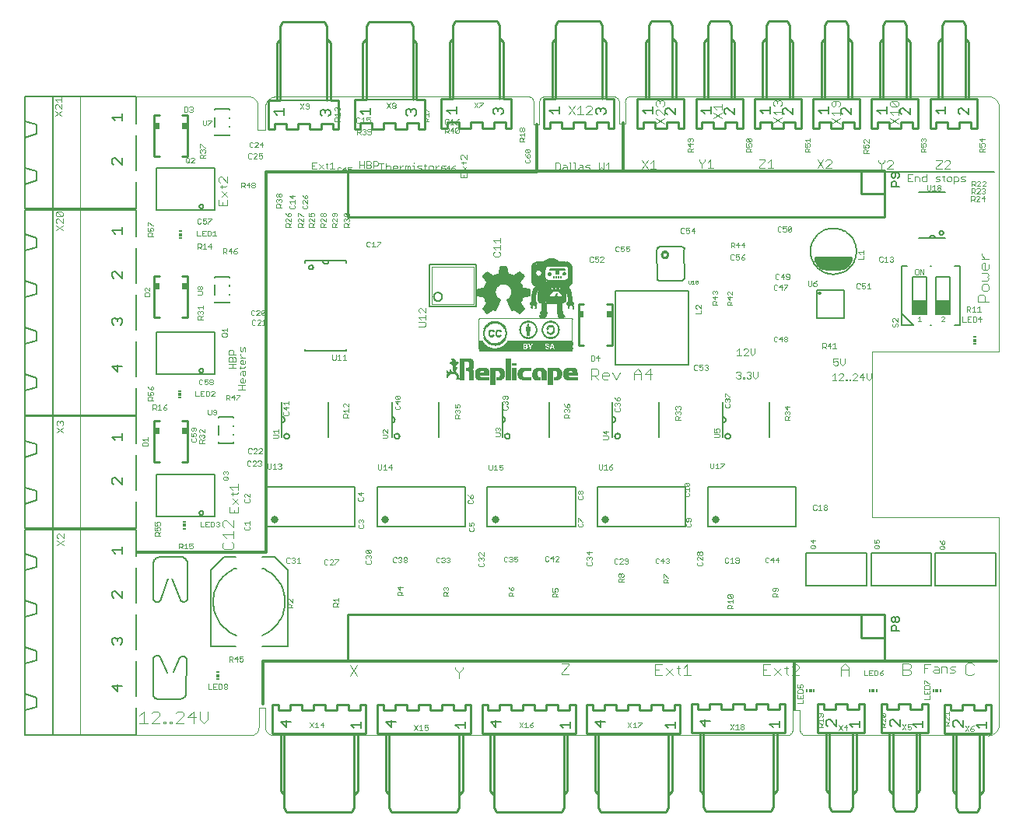
<source format=gto>
G75*
%MOIN*%
%OFA0B0*%
%FSLAX24Y24*%
%IPPOS*%
%LPD*%
%AMOC8*
5,1,8,0,0,1.08239X$1,22.5*
%
%ADD10C,0.0000*%
%ADD11C,0.0118*%
%ADD12C,0.0061*%
%ADD13C,0.0040*%
%ADD14C,0.0030*%
%ADD15R,0.4030X0.0010*%
%ADD16R,0.1910X0.0010*%
%ADD17R,0.0150X0.0010*%
%ADD18R,0.0660X0.0010*%
%ADD19R,0.0040X0.0010*%
%ADD20R,0.0110X0.0010*%
%ADD21R,0.0770X0.0010*%
%ADD22R,0.0640X0.0010*%
%ADD23R,0.0020X0.0010*%
%ADD24R,0.0100X0.0010*%
%ADD25R,0.0620X0.0010*%
%ADD26R,0.0090X0.0010*%
%ADD27R,0.0600X0.0010*%
%ADD28R,0.1110X0.0010*%
%ADD29R,0.0610X0.0010*%
%ADD30R,0.0010X0.0010*%
%ADD31R,0.0780X0.0010*%
%ADD32R,0.0550X0.0010*%
%ADD33R,0.1060X0.0010*%
%ADD34R,0.0080X0.0010*%
%ADD35R,0.0520X0.0010*%
%ADD36R,0.1030X0.0010*%
%ADD37R,0.0070X0.0010*%
%ADD38R,0.0060X0.0010*%
%ADD39R,0.0790X0.0010*%
%ADD40R,0.0490X0.0010*%
%ADD41R,0.1000X0.0010*%
%ADD42R,0.0460X0.0010*%
%ADD43R,0.0970X0.0010*%
%ADD44R,0.0440X0.0010*%
%ADD45R,0.0950X0.0010*%
%ADD46R,0.0800X0.0010*%
%ADD47R,0.0420X0.0010*%
%ADD48R,0.0930X0.0010*%
%ADD49R,0.0700X0.0010*%
%ADD50R,0.0030X0.0010*%
%ADD51R,0.0400X0.0010*%
%ADD52R,0.0910X0.0010*%
%ADD53R,0.0650X0.0010*%
%ADD54R,0.0390X0.0010*%
%ADD55R,0.0890X0.0010*%
%ADD56R,0.0050X0.0010*%
%ADD57R,0.0810X0.0010*%
%ADD58R,0.0370X0.0010*%
%ADD59R,0.0880X0.0010*%
%ADD60R,0.0360X0.0010*%
%ADD61R,0.0860X0.0010*%
%ADD62R,0.0590X0.0010*%
%ADD63R,0.0820X0.0010*%
%ADD64R,0.0340X0.0010*%
%ADD65R,0.0850X0.0010*%
%ADD66R,0.0580X0.0010*%
%ADD67R,0.0330X0.0010*%
%ADD68R,0.0840X0.0010*%
%ADD69R,0.0570X0.0010*%
%ADD70R,0.0160X0.0010*%
%ADD71R,0.0320X0.0010*%
%ADD72R,0.0220X0.0010*%
%ADD73R,0.0560X0.0010*%
%ADD74R,0.0830X0.0010*%
%ADD75R,0.0310X0.0010*%
%ADD76R,0.0300X0.0010*%
%ADD77R,0.0290X0.0010*%
%ADD78R,0.0280X0.0010*%
%ADD79R,0.0410X0.0010*%
%ADD80R,0.0270X0.0010*%
%ADD81R,0.0450X0.0010*%
%ADD82R,0.0260X0.0010*%
%ADD83R,0.0250X0.0010*%
%ADD84R,0.0760X0.0010*%
%ADD85R,0.0750X0.0010*%
%ADD86R,0.0140X0.0010*%
%ADD87R,0.0240X0.0010*%
%ADD88R,0.0210X0.0010*%
%ADD89R,0.2870X0.0010*%
%ADD90R,0.0230X0.0010*%
%ADD91R,0.0190X0.0010*%
%ADD92R,0.2860X0.0010*%
%ADD93R,0.0170X0.0010*%
%ADD94R,0.2850X0.0010*%
%ADD95R,0.2840X0.0010*%
%ADD96R,0.2830X0.0010*%
%ADD97R,0.0200X0.0010*%
%ADD98R,0.0130X0.0010*%
%ADD99R,0.2820X0.0010*%
%ADD100R,0.0180X0.0010*%
%ADD101R,0.0120X0.0010*%
%ADD102R,0.2810X0.0010*%
%ADD103R,0.2800X0.0010*%
%ADD104R,0.0380X0.0010*%
%ADD105R,0.0480X0.0010*%
%ADD106C,0.0060*%
%ADD107C,0.0316*%
%ADD108C,0.0020*%
%ADD109C,0.0050*%
%ADD110R,0.0059X0.0118*%
%ADD111R,0.0118X0.0118*%
%ADD112C,0.0080*%
%ADD113R,0.0118X0.0059*%
%ADD114C,0.0100*%
%ADD115C,0.0070*%
%ADD116R,0.1440X0.0080*%
%ADD117R,0.0060X0.0090*%
%ADD118R,0.0591X0.0591*%
%ADD119R,0.0197X0.0295*%
%ADD120C,0.0006*%
%ADD121C,0.0010*%
%ADD122C,0.0001*%
D10*
X002484Y003433D02*
X009806Y003433D01*
X009807Y003433D02*
X009841Y003436D01*
X009875Y003443D01*
X009909Y003454D01*
X009941Y003467D01*
X009971Y003484D01*
X010000Y003503D01*
X010027Y003525D01*
X010052Y003550D01*
X010073Y003577D01*
X010093Y003606D01*
X010109Y003637D01*
X010122Y003670D01*
X010132Y003703D01*
X010138Y003737D01*
X010142Y003772D01*
X010141Y003807D01*
X010141Y004614D01*
X010417Y004614D01*
X010417Y003846D01*
X010416Y003847D02*
X010415Y003809D01*
X010418Y003771D01*
X010424Y003734D01*
X010434Y003697D01*
X010448Y003662D01*
X010464Y003628D01*
X010485Y003596D01*
X010508Y003566D01*
X010534Y003539D01*
X010562Y003514D01*
X010593Y003492D01*
X010626Y003474D01*
X010660Y003458D01*
X010696Y003446D01*
X010733Y003438D01*
X010770Y003433D01*
X010771Y003433D02*
X032779Y003433D01*
X032808Y003436D01*
X032837Y003443D01*
X032865Y003453D01*
X032892Y003466D01*
X032917Y003482D01*
X032939Y003502D01*
X032960Y003523D01*
X032977Y003547D01*
X032991Y003573D01*
X033002Y003601D01*
X033010Y003630D01*
X033014Y003659D01*
X033015Y003689D01*
X033015Y004516D01*
X033330Y004516D01*
X033330Y003689D01*
X033331Y003659D01*
X033335Y003630D01*
X033343Y003601D01*
X033354Y003573D01*
X033368Y003547D01*
X033385Y003523D01*
X033406Y003502D01*
X033428Y003482D01*
X033453Y003466D01*
X033480Y003453D01*
X033508Y003443D01*
X033537Y003436D01*
X033566Y003433D01*
X041361Y003433D01*
X041402Y003432D01*
X041442Y003435D01*
X041482Y003441D01*
X041522Y003451D01*
X041560Y003464D01*
X041597Y003480D01*
X041632Y003500D01*
X041666Y003522D01*
X041698Y003548D01*
X041727Y003576D01*
X041753Y003606D01*
X041777Y003639D01*
X041798Y003674D01*
X041816Y003710D01*
X041831Y003748D01*
X041842Y003786D01*
X041850Y003826D01*
X041854Y003866D01*
X041854Y012783D01*
X036417Y012783D01*
X036417Y019870D01*
X041854Y019870D01*
X041854Y030402D01*
X041854Y030401D02*
X041849Y030441D01*
X041841Y030480D01*
X041829Y030519D01*
X041814Y030556D01*
X041796Y030592D01*
X041775Y030626D01*
X041751Y030658D01*
X041724Y030688D01*
X041695Y030715D01*
X041664Y030740D01*
X041630Y030762D01*
X041595Y030781D01*
X041558Y030796D01*
X041520Y030809D01*
X041481Y030818D01*
X041442Y030824D01*
X041402Y030826D01*
X041362Y030825D01*
X041361Y030825D02*
X026056Y030825D01*
X026028Y030820D01*
X026000Y030812D01*
X025973Y030800D01*
X025947Y030786D01*
X025924Y030768D01*
X025903Y030748D01*
X025885Y030725D01*
X025869Y030701D01*
X025856Y030674D01*
X025847Y030646D01*
X025841Y030618D01*
X025839Y030589D01*
X025840Y030559D01*
X025840Y029634D01*
X025584Y029634D01*
X025584Y030539D01*
X025585Y030570D01*
X025582Y030601D01*
X025575Y030631D01*
X025564Y030661D01*
X025550Y030688D01*
X025533Y030714D01*
X025513Y030738D01*
X025490Y030759D01*
X025465Y030777D01*
X025437Y030792D01*
X025408Y030803D01*
X025378Y030811D01*
X025348Y030815D01*
X022365Y030815D01*
X022366Y030815D02*
X022338Y030808D01*
X022310Y030798D01*
X022285Y030785D01*
X022261Y030769D01*
X022239Y030751D01*
X022219Y030729D01*
X022202Y030706D01*
X022189Y030681D01*
X022178Y030654D01*
X022171Y030626D01*
X022167Y030597D01*
X022166Y030568D01*
X022169Y030540D01*
X022169Y030539D02*
X022169Y029614D01*
X021913Y029614D01*
X021913Y030539D01*
X021912Y030540D02*
X021915Y030568D01*
X021914Y030597D01*
X021910Y030626D01*
X021903Y030654D01*
X021892Y030681D01*
X021879Y030706D01*
X021862Y030729D01*
X021842Y030751D01*
X021820Y030769D01*
X021796Y030785D01*
X021771Y030798D01*
X021743Y030808D01*
X021715Y030815D01*
X021716Y030815D02*
X010889Y030815D01*
X010848Y030813D01*
X010807Y030808D01*
X010767Y030799D01*
X010728Y030787D01*
X010690Y030771D01*
X010653Y030752D01*
X010618Y030730D01*
X010586Y030705D01*
X010555Y030677D01*
X010527Y030646D01*
X010502Y030614D01*
X010480Y030579D01*
X010461Y030542D01*
X010445Y030504D01*
X010433Y030465D01*
X010424Y030425D01*
X010419Y030384D01*
X010417Y030343D01*
X010417Y029398D01*
X010102Y029398D01*
X010102Y030343D01*
X010105Y030382D01*
X010104Y030421D01*
X010100Y030459D01*
X010093Y030498D01*
X010082Y030535D01*
X010067Y030571D01*
X010050Y030606D01*
X010029Y030639D01*
X010005Y030670D01*
X009978Y030698D01*
X009949Y030724D01*
X009918Y030747D01*
X009885Y030768D01*
X009850Y030785D01*
X009813Y030798D01*
X009776Y030809D01*
X009737Y030816D01*
X009737Y030815D02*
X002484Y030815D01*
X002484Y003433D01*
X018203Y018770D02*
X018199Y018778D01*
X018188Y018813D01*
X018186Y018850D01*
X018191Y018886D01*
X018204Y018920D01*
X018224Y018950D01*
X018250Y018976D01*
X018282Y018995D01*
X018316Y019007D01*
X018352Y019010D01*
X018403Y019003D01*
X018451Y018986D01*
X018494Y018959D01*
X018467Y018963D01*
X018415Y018965D01*
X018364Y018955D01*
X018317Y018935D01*
X018275Y018904D01*
X018242Y018865D01*
X018217Y018820D01*
X018203Y018770D01*
X018250Y018951D02*
X018305Y018987D01*
X018283Y018982D01*
X018260Y018984D01*
X018239Y018992D01*
X018220Y019006D01*
X018207Y019024D01*
X018199Y019046D01*
X018191Y019073D01*
X018202Y019050D01*
X018218Y019030D01*
X018238Y019015D01*
X018262Y019005D01*
X018287Y019000D01*
X018312Y019002D01*
X018337Y019010D01*
X018282Y018991D01*
X018301Y018991D01*
X018276Y018992D01*
X018252Y018999D01*
X018231Y019011D01*
X018213Y019029D01*
X018199Y019050D01*
X018191Y019073D01*
X018184Y019054D01*
X018183Y019033D01*
X018186Y019012D01*
X018194Y018993D01*
X018207Y018977D01*
X018223Y018963D01*
X018250Y018951D01*
X018329Y019010D02*
X018317Y019028D01*
X018309Y019048D01*
X018307Y019070D01*
X018309Y019091D01*
X018317Y019111D01*
X018329Y019129D01*
X018333Y019125D01*
X018345Y019090D01*
X018366Y019060D01*
X018393Y019036D01*
X018426Y019018D01*
X018461Y019010D01*
X018498Y019010D01*
X018534Y019018D01*
X018502Y018999D01*
X018455Y018995D01*
X018422Y019002D01*
X018392Y019017D01*
X018367Y019038D01*
X018347Y019065D01*
X018334Y019096D01*
X018329Y019129D01*
X018325Y019101D01*
X018331Y019072D01*
X018344Y019045D01*
X018363Y019022D01*
X018387Y019004D01*
X018415Y018992D01*
X018445Y018988D01*
X018474Y018991D01*
X018341Y019003D01*
X018329Y019010D01*
X018384Y019007D02*
X018482Y018959D01*
X018530Y018944D01*
X018612Y018920D01*
X018635Y018908D01*
X018654Y018890D01*
X018668Y018869D01*
X018676Y018844D01*
X018677Y018818D01*
X018672Y018793D01*
X018661Y018770D01*
X018644Y018751D01*
X018640Y018719D01*
X018667Y018735D01*
X018695Y018735D01*
X018702Y018733D01*
X018709Y018729D01*
X018713Y018723D01*
X018715Y018715D01*
X018715Y018723D01*
X018714Y018732D01*
X018710Y018741D01*
X018704Y018748D01*
X018696Y018753D01*
X018687Y018755D01*
X018683Y018766D01*
X018691Y018825D01*
X018688Y018854D01*
X018680Y018882D01*
X018666Y018908D01*
X018646Y018930D01*
X018623Y018947D01*
X018597Y018959D01*
X018581Y018995D01*
X018490Y019007D01*
X018384Y019007D01*
X018494Y019007D02*
X018498Y019007D01*
X018569Y018963D01*
X018577Y018995D01*
X018541Y019046D01*
X018525Y019096D01*
X018518Y019149D01*
X018522Y019202D01*
X018537Y019253D01*
X018560Y019301D01*
X018593Y019343D01*
X018633Y019378D01*
X018679Y019404D01*
X018632Y019392D01*
X018601Y019380D01*
X018573Y019361D01*
X018551Y019336D01*
X018535Y019307D01*
X018526Y019274D01*
X018498Y019357D01*
X018451Y019294D01*
X018471Y019105D01*
X018498Y019007D01*
X018474Y019081D01*
X018453Y019177D01*
X018447Y019274D01*
X018443Y019301D01*
X018433Y019327D01*
X018418Y019350D01*
X018398Y019368D01*
X018374Y019382D01*
X018348Y019390D01*
X018321Y019392D01*
X018333Y019412D01*
X018349Y019408D01*
X018423Y019365D01*
X018441Y019332D01*
X018453Y019297D01*
X018459Y019260D01*
X018459Y019223D01*
X018474Y019116D01*
X018498Y019010D01*
X018498Y019009D01*
X018497Y019007D01*
X018496Y019007D01*
X018494Y019007D01*
X018534Y019046D02*
X018557Y019018D01*
X018565Y018987D01*
X018556Y019026D01*
X018555Y019066D01*
X018562Y019106D01*
X018578Y019143D01*
X018600Y019176D01*
X018612Y019196D01*
X018624Y019231D01*
X018578Y019200D01*
X018539Y019160D01*
X018510Y019113D01*
X018534Y019046D01*
X018522Y019097D02*
X018534Y019105D01*
X018522Y019129D01*
X018529Y019153D01*
X018541Y019175D01*
X018558Y019194D01*
X018578Y019209D01*
X018600Y019219D01*
X018624Y019231D01*
X018595Y019229D01*
X018567Y019219D01*
X018544Y019202D01*
X018525Y019179D01*
X018514Y019152D01*
X018522Y019097D01*
X018518Y018955D02*
X018554Y018951D01*
X018587Y018938D01*
X018617Y018917D01*
X018641Y018890D01*
X018657Y018857D01*
X018664Y018822D01*
X018663Y018786D01*
X018644Y018735D01*
X018643Y018728D01*
X018639Y018721D01*
X018634Y018716D01*
X018627Y018712D01*
X018620Y018711D01*
X018604Y018711D01*
X018622Y018745D01*
X018630Y018782D01*
X018630Y018820D01*
X018619Y018856D01*
X018600Y018889D01*
X018574Y018916D01*
X018541Y018936D01*
X018518Y018955D01*
X018498Y019274D02*
X018486Y019388D01*
X018496Y019412D01*
X018510Y019433D01*
X018530Y019449D01*
X018552Y019461D01*
X018577Y019466D01*
X018603Y019465D01*
X018627Y019458D01*
X018649Y019446D01*
X018667Y019428D01*
X018679Y019404D01*
X018644Y019404D01*
X018611Y019395D01*
X018580Y019380D01*
X018553Y019357D01*
X018532Y019330D01*
X018518Y019298D01*
X018498Y019274D01*
X018467Y019306D02*
X018481Y019325D01*
X018490Y019348D01*
X018493Y019372D01*
X018488Y019396D01*
X018478Y019417D01*
X018462Y019436D01*
X018442Y019449D01*
X018418Y019456D01*
X018394Y019457D01*
X018371Y019451D01*
X018350Y019439D01*
X018333Y019421D01*
X018321Y019400D01*
X018321Y019398D01*
X018321Y019396D01*
X018349Y019400D01*
X018370Y019404D01*
X018392Y019403D01*
X018413Y019396D01*
X018431Y019383D01*
X018446Y019367D01*
X018456Y019347D01*
X018460Y019325D01*
X018458Y019303D01*
X018451Y019282D01*
X018467Y019306D01*
X018494Y019384D02*
X018447Y019444D01*
X018443Y019479D01*
X018435Y019514D01*
X018419Y019546D01*
X018396Y019573D01*
X018423Y019570D01*
X018451Y019560D01*
X018476Y019544D01*
X018496Y019522D01*
X018510Y019497D01*
X018517Y019468D01*
X018516Y019439D01*
X018509Y019410D01*
X018494Y019384D01*
X018534Y019420D02*
X018534Y019440D01*
X018530Y019469D01*
X018520Y019497D01*
X018504Y019522D01*
X018483Y019543D01*
X018457Y019558D01*
X018429Y019567D01*
X018400Y019570D01*
X018404Y019573D01*
X018423Y019577D01*
X018450Y019579D01*
X018477Y019574D01*
X018501Y019563D01*
X018521Y019545D01*
X018537Y019523D01*
X018546Y019498D01*
X018549Y019471D01*
X018544Y019445D01*
X018534Y019420D01*
X018742Y019577D02*
X019163Y019577D01*
X019199Y019573D01*
X019234Y019561D01*
X019264Y019542D01*
X019290Y019517D01*
X019309Y019486D01*
X019321Y019452D01*
X019325Y019416D01*
X019325Y019243D01*
X019326Y019221D01*
X019322Y019199D01*
X019312Y019180D01*
X019297Y019163D01*
X019279Y019151D01*
X019258Y019144D01*
X019258Y019117D01*
X019259Y019114D01*
X019260Y019111D01*
X019263Y019109D01*
X019266Y019109D01*
X019288Y019100D01*
X019308Y019085D01*
X019322Y019065D01*
X019331Y019043D01*
X019333Y019018D01*
X019333Y018692D01*
X019156Y018692D01*
X019156Y019022D01*
X019154Y019038D01*
X019148Y019052D01*
X019138Y019064D01*
X019126Y019073D01*
X019112Y019079D01*
X019097Y019081D01*
X019018Y019081D01*
X019018Y019184D01*
X019097Y019184D01*
X019111Y019186D01*
X019124Y019191D01*
X019136Y019200D01*
X019144Y019211D01*
X019150Y019225D01*
X019152Y019239D01*
X019152Y019420D01*
X019149Y019440D01*
X019141Y019459D01*
X019129Y019476D01*
X019112Y019488D01*
X019093Y019496D01*
X019073Y019499D01*
X018935Y019499D01*
X018935Y018696D01*
X018935Y018694D01*
X018933Y018692D01*
X018931Y018692D01*
X018746Y018692D01*
X018744Y018692D01*
X018743Y018694D01*
X018742Y018696D01*
X018742Y019577D01*
X019458Y019104D02*
X019492Y019137D01*
X019532Y019163D01*
X019577Y019178D01*
X019624Y019184D01*
X019825Y019184D01*
X019860Y019180D01*
X019893Y019168D01*
X019923Y019149D01*
X019948Y019124D01*
X019967Y019095D01*
X019978Y019061D01*
X019982Y019026D01*
X019982Y018991D01*
X019998Y018991D01*
X019998Y018971D01*
X019805Y018971D01*
X019805Y018999D01*
X019802Y019022D01*
X019793Y019044D01*
X019779Y019063D01*
X019760Y019077D01*
X019738Y019086D01*
X019715Y019089D01*
X019679Y019089D01*
X019659Y019087D01*
X019640Y019079D01*
X019624Y019066D01*
X019611Y019050D01*
X019603Y019031D01*
X019600Y019010D01*
X019600Y018971D01*
X019411Y018971D01*
X019417Y019018D01*
X019433Y019063D01*
X019458Y019104D01*
X019411Y018971D02*
X019411Y018967D01*
X019411Y018857D01*
X019416Y018820D01*
X019428Y018785D01*
X019448Y018754D01*
X019474Y018728D01*
X019505Y018708D01*
X019540Y018696D01*
X019577Y018692D01*
X020002Y018692D01*
X020002Y018770D01*
X019707Y018770D01*
X019680Y018773D01*
X019656Y018782D01*
X019633Y018796D01*
X019614Y018815D01*
X019600Y018837D01*
X019592Y018862D01*
X019589Y018888D01*
X020002Y018888D01*
X020002Y018971D01*
X019411Y018971D01*
X020061Y019188D02*
X020061Y018495D01*
X020254Y018495D01*
X020254Y019085D01*
X020360Y019085D01*
X020390Y019081D01*
X020417Y019070D01*
X020441Y019052D01*
X020459Y019028D01*
X020471Y019001D01*
X020474Y018971D01*
X020474Y018869D01*
X020471Y018844D01*
X020462Y018821D01*
X020447Y018802D01*
X020427Y018787D01*
X020404Y018777D01*
X020380Y018774D01*
X020337Y018774D01*
X020337Y018688D01*
X020443Y018688D01*
X020489Y018693D01*
X020534Y018708D01*
X020573Y018733D01*
X020606Y018766D01*
X020631Y018806D01*
X020646Y018850D01*
X020652Y018896D01*
X020652Y018975D01*
X020646Y019022D01*
X020631Y019067D01*
X020605Y019108D01*
X020572Y019141D01*
X020531Y019167D01*
X020486Y019182D01*
X020439Y019188D01*
X020061Y019188D01*
X020730Y019589D02*
X020730Y018692D01*
X020908Y018692D01*
X020908Y019589D01*
X020730Y019589D01*
X020982Y019384D02*
X020982Y019306D01*
X021163Y019306D01*
X021163Y019384D01*
X020982Y019384D01*
X020990Y019188D02*
X020990Y018692D01*
X021163Y018692D01*
X021163Y019188D01*
X020990Y019188D01*
X021259Y019066D02*
X021243Y019021D01*
X021238Y018975D01*
X021238Y018908D01*
X021244Y018861D01*
X021259Y018816D01*
X021285Y018776D01*
X021318Y018742D01*
X021359Y018717D01*
X021404Y018701D01*
X021451Y018696D01*
X021789Y018696D01*
X021789Y018770D01*
X021545Y018770D01*
X021517Y018773D01*
X021491Y018783D01*
X021467Y018798D01*
X021447Y018818D01*
X021432Y018842D01*
X021423Y018868D01*
X021419Y018896D01*
X021419Y018959D01*
X021423Y018988D01*
X021432Y019016D01*
X021448Y019040D01*
X021468Y019061D01*
X021493Y019076D01*
X021520Y019086D01*
X021549Y019089D01*
X021789Y019089D01*
X021789Y019184D01*
X021447Y019184D01*
X021400Y019178D01*
X021356Y019163D01*
X021317Y019138D01*
X021284Y019105D01*
X021259Y019066D01*
X021873Y018994D02*
X021886Y019039D01*
X021909Y019081D01*
X021939Y019117D01*
X021975Y019147D01*
X022016Y019169D01*
X022061Y019183D01*
X022108Y019188D01*
X022215Y019188D01*
X022263Y019183D01*
X022310Y019169D01*
X022352Y019146D01*
X022390Y019115D01*
X022421Y019077D01*
X022444Y019035D01*
X022458Y018988D01*
X022463Y018940D01*
X022459Y018940D01*
X022459Y018692D01*
X022266Y018692D01*
X022266Y018971D01*
X022262Y019001D01*
X022251Y019028D01*
X022232Y019052D01*
X022209Y019070D01*
X022181Y019081D01*
X022152Y019085D01*
X022132Y019085D01*
X022111Y019082D01*
X022091Y019074D01*
X022074Y019061D01*
X022060Y019044D01*
X022052Y019024D01*
X022049Y019003D01*
X022049Y018908D01*
X022053Y018877D01*
X022063Y018848D01*
X022079Y018822D01*
X022101Y018800D01*
X022127Y018784D01*
X022156Y018774D01*
X022187Y018770D01*
X022187Y018692D01*
X022014Y018692D01*
X021981Y018695D01*
X021951Y018706D01*
X021923Y018723D01*
X021900Y018746D01*
X021883Y018774D01*
X021872Y018805D01*
X021868Y018837D01*
X021868Y018947D01*
X021873Y018994D01*
X022518Y019188D02*
X022518Y018495D01*
X022711Y018495D01*
X022711Y019085D01*
X022817Y019085D01*
X022847Y019081D01*
X022874Y019070D01*
X022898Y019052D01*
X022916Y019028D01*
X022927Y019001D01*
X022931Y018971D01*
X022931Y018869D01*
X022928Y018844D01*
X022919Y018821D01*
X022904Y018802D01*
X022884Y018787D01*
X022861Y018777D01*
X022837Y018774D01*
X022793Y018774D01*
X022793Y018688D01*
X022900Y018688D01*
X022946Y018693D01*
X022990Y018708D01*
X023030Y018733D01*
X023063Y018766D01*
X023088Y018806D01*
X023103Y018850D01*
X023108Y018896D01*
X023108Y018975D01*
X023103Y019022D01*
X023087Y019067D01*
X023062Y019108D01*
X023028Y019141D01*
X022988Y019167D01*
X022943Y019182D01*
X022896Y019188D01*
X022518Y019188D01*
X023200Y019018D02*
X023216Y019063D01*
X023241Y019104D01*
X023275Y019137D01*
X023315Y019163D01*
X023360Y019178D01*
X023408Y019184D01*
X023608Y019184D01*
X023643Y019180D01*
X023677Y019168D01*
X023707Y019149D01*
X023731Y019124D01*
X023750Y019095D01*
X023762Y019061D01*
X023766Y019026D01*
X023766Y018991D01*
X023782Y018991D01*
X023782Y018971D01*
X023589Y018971D01*
X023589Y018999D01*
X023586Y019022D01*
X023577Y019044D01*
X023562Y019063D01*
X023543Y019077D01*
X023522Y019086D01*
X023498Y019089D01*
X023463Y019089D01*
X023442Y019087D01*
X023423Y019079D01*
X023407Y019066D01*
X023394Y019050D01*
X023387Y019031D01*
X023384Y019010D01*
X023384Y018971D01*
X023195Y018971D01*
X023200Y019018D01*
X023195Y018971D02*
X023195Y018967D01*
X023195Y018857D01*
X023199Y018820D01*
X023211Y018785D01*
X023231Y018754D01*
X023257Y018728D01*
X023289Y018708D01*
X023324Y018696D01*
X023360Y018692D01*
X023786Y018692D01*
X023786Y018770D01*
X023490Y018770D01*
X023464Y018773D01*
X023439Y018782D01*
X023417Y018796D01*
X023398Y018815D01*
X023384Y018837D01*
X023375Y018862D01*
X023372Y018888D01*
X023786Y018888D01*
X023786Y018971D01*
X023195Y018971D01*
D11*
X022040Y027567D02*
X022050Y029604D01*
X022040Y027567D02*
X010446Y027596D01*
X010446Y011297D01*
X004915Y011297D01*
X010318Y006602D02*
X033074Y006622D01*
X033074Y004565D01*
X033133Y006622D02*
X041765Y006622D01*
X025741Y027636D02*
X025741Y029673D01*
X010318Y006602D02*
X010318Y004772D01*
D12*
X022040Y027567D02*
X041657Y027567D01*
D13*
X041113Y024078D02*
X041113Y024001D01*
X041267Y023848D01*
X041420Y023848D02*
X041113Y023848D01*
X041190Y023694D02*
X041113Y023618D01*
X041113Y023464D01*
X041190Y023387D01*
X041344Y023387D01*
X041420Y023464D01*
X041420Y023618D01*
X041267Y023694D02*
X041267Y023387D01*
X041344Y023234D02*
X041113Y023234D01*
X041344Y023234D02*
X041420Y023157D01*
X041344Y023080D01*
X041420Y023004D01*
X041344Y022927D01*
X041113Y022927D01*
X041190Y022774D02*
X041113Y022697D01*
X041113Y022543D01*
X041190Y022467D01*
X041344Y022467D01*
X041420Y022543D01*
X041420Y022697D01*
X041344Y022774D01*
X041190Y022774D01*
X041190Y022313D02*
X041037Y022313D01*
X040960Y022236D01*
X040960Y022006D01*
X041420Y022006D01*
X041267Y022006D02*
X041267Y022236D01*
X041190Y022313D01*
X041190Y023694D02*
X041267Y023694D01*
X037551Y029648D02*
X037191Y029888D01*
X037311Y030016D02*
X037191Y030136D01*
X037551Y030136D01*
X037551Y030016D02*
X037551Y030256D01*
X037491Y030385D02*
X037251Y030625D01*
X037491Y030625D01*
X037551Y030565D01*
X037551Y030445D01*
X037491Y030385D01*
X037251Y030385D01*
X037191Y030445D01*
X037191Y030565D01*
X037251Y030625D01*
X037551Y029888D02*
X037191Y029648D01*
X035041Y029638D02*
X034681Y029878D01*
X034801Y030006D02*
X034681Y030126D01*
X035041Y030126D01*
X035041Y030006D02*
X035041Y030247D01*
X034981Y030375D02*
X035041Y030435D01*
X035041Y030555D01*
X034981Y030615D01*
X034741Y030615D01*
X034681Y030555D01*
X034681Y030435D01*
X034741Y030375D01*
X034801Y030375D01*
X034861Y030435D01*
X034861Y030615D01*
X035041Y029878D02*
X034681Y029638D01*
X032551Y029668D02*
X032191Y029908D01*
X032311Y030036D02*
X032191Y030156D01*
X032551Y030156D01*
X032551Y030036D02*
X032551Y030276D01*
X032491Y030404D02*
X032551Y030464D01*
X032551Y030584D01*
X032491Y030644D01*
X032431Y030644D01*
X032371Y030584D01*
X032371Y030524D01*
X032371Y030584D02*
X032311Y030644D01*
X032251Y030644D01*
X032191Y030584D01*
X032191Y030464D01*
X032251Y030404D01*
X032551Y029908D02*
X032191Y029668D01*
X029982Y029884D02*
X029622Y030124D01*
X029742Y030252D02*
X029622Y030373D01*
X029982Y030373D01*
X029982Y030493D02*
X029982Y030252D01*
X029982Y030124D02*
X029622Y029884D01*
X027513Y029898D02*
X027152Y029658D01*
X027152Y029898D02*
X027513Y029658D01*
X027513Y030026D02*
X027273Y030266D01*
X027213Y030266D01*
X027152Y030206D01*
X027152Y030086D01*
X027213Y030026D01*
X027513Y030026D02*
X027513Y030266D01*
X027453Y030394D02*
X027513Y030454D01*
X027513Y030575D01*
X027453Y030635D01*
X027393Y030635D01*
X027333Y030575D01*
X027333Y030514D01*
X027333Y030575D02*
X027273Y030635D01*
X027213Y030635D01*
X027152Y030575D01*
X027152Y030454D01*
X027213Y030394D01*
X024411Y030358D02*
X024351Y030419D01*
X024231Y030419D01*
X024171Y030358D01*
X024411Y030358D02*
X024411Y030298D01*
X024171Y030058D01*
X024411Y030058D01*
X024043Y030058D02*
X023803Y030058D01*
X023923Y030058D02*
X023923Y030419D01*
X023803Y030298D01*
X023675Y030419D02*
X023435Y030058D01*
X023675Y030058D02*
X023435Y030419D01*
X024385Y019147D02*
X024615Y019147D01*
X024691Y019070D01*
X024691Y018916D01*
X024615Y018840D01*
X024385Y018840D01*
X024538Y018840D02*
X024691Y018686D01*
X024845Y018763D02*
X024845Y018916D01*
X024922Y018993D01*
X025075Y018993D01*
X025152Y018916D01*
X025152Y018840D01*
X024845Y018840D01*
X024845Y018763D02*
X024922Y018686D01*
X025075Y018686D01*
X025305Y018993D02*
X025459Y018686D01*
X025612Y018993D01*
X026226Y018993D02*
X026226Y018686D01*
X026226Y018916D02*
X026533Y018916D01*
X026533Y018993D02*
X026533Y018686D01*
X026687Y018916D02*
X026993Y018916D01*
X026917Y018686D02*
X026917Y019147D01*
X026687Y018916D01*
X026533Y018993D02*
X026380Y019147D01*
X026226Y018993D01*
X024385Y019147D02*
X024385Y018686D01*
X023421Y006512D02*
X023421Y006435D01*
X023114Y006128D01*
X023114Y006051D01*
X023421Y006051D01*
X023421Y006512D02*
X023114Y006512D01*
X027120Y006482D02*
X027120Y006022D01*
X027427Y006022D01*
X027580Y006022D02*
X027887Y006329D01*
X028040Y006329D02*
X028194Y006329D01*
X028117Y006406D02*
X028117Y006099D01*
X028194Y006022D01*
X028347Y006022D02*
X028654Y006022D01*
X028501Y006022D02*
X028501Y006482D01*
X028347Y006329D01*
X027887Y006022D02*
X027580Y006329D01*
X027427Y006482D02*
X027120Y006482D01*
X027120Y006252D02*
X027273Y006252D01*
X031746Y006242D02*
X031899Y006242D01*
X031746Y006012D02*
X031746Y006473D01*
X032053Y006473D01*
X032206Y006319D02*
X032513Y006012D01*
X032743Y006089D02*
X032820Y006012D01*
X032743Y006089D02*
X032743Y006396D01*
X032666Y006319D02*
X032820Y006319D01*
X032973Y006396D02*
X033050Y006473D01*
X033204Y006473D01*
X033280Y006396D01*
X033280Y006319D01*
X032973Y006012D01*
X033280Y006012D01*
X032513Y006319D02*
X032206Y006012D01*
X032053Y006012D02*
X031746Y006012D01*
X035092Y005992D02*
X035092Y006339D01*
X035266Y006513D01*
X035439Y006339D01*
X035439Y005992D01*
X035439Y006253D02*
X035092Y006253D01*
X037730Y006263D02*
X037990Y006263D01*
X038077Y006176D01*
X038077Y006089D01*
X037990Y006002D01*
X037730Y006002D01*
X037730Y006523D01*
X037990Y006523D01*
X038077Y006436D01*
X038077Y006349D01*
X037990Y006263D01*
X040427Y006099D02*
X040514Y006012D01*
X040687Y006012D01*
X040774Y006099D01*
X040774Y006446D02*
X040687Y006533D01*
X040514Y006533D01*
X040427Y006446D01*
X040427Y006099D01*
X018873Y006278D02*
X018720Y006124D01*
X018720Y005894D01*
X018720Y006124D02*
X018567Y006278D01*
X018567Y006354D01*
X018873Y006354D02*
X018873Y006278D01*
X014366Y006443D02*
X014059Y005983D01*
X014366Y005983D02*
X014059Y006443D01*
X007959Y004465D02*
X007959Y004118D01*
X007785Y003944D01*
X007612Y004118D01*
X007612Y004465D01*
X007356Y004465D02*
X007096Y004204D01*
X007443Y004204D01*
X007356Y003944D02*
X007356Y004465D01*
X006927Y004378D02*
X006841Y004465D01*
X006667Y004465D01*
X006580Y004378D01*
X006927Y004378D02*
X006927Y004291D01*
X006580Y003944D01*
X006927Y003944D01*
X006409Y003944D02*
X006322Y003944D01*
X006322Y004031D01*
X006409Y004031D01*
X006409Y003944D01*
X006151Y003944D02*
X006065Y003944D01*
X006065Y004031D01*
X006151Y004031D01*
X006151Y003944D01*
X005896Y003944D02*
X005549Y003944D01*
X005896Y004291D01*
X005896Y004378D01*
X005809Y004465D01*
X005636Y004465D01*
X005549Y004378D01*
X005207Y004465D02*
X005207Y003944D01*
X005380Y003944D02*
X005033Y003944D01*
X005033Y004291D02*
X005207Y004465D01*
X008672Y011420D02*
X008979Y011420D01*
X009056Y011496D01*
X009056Y011650D01*
X008979Y011727D01*
X009056Y011880D02*
X009056Y012187D01*
X009056Y012340D02*
X008749Y012647D01*
X008672Y012647D01*
X008596Y012571D01*
X008596Y012417D01*
X008672Y012340D01*
X008596Y012033D02*
X009056Y012033D01*
X009056Y012340D02*
X009056Y012647D01*
X008596Y012033D02*
X008749Y011880D01*
X008672Y011727D02*
X008596Y011650D01*
X008596Y011496D01*
X008672Y011420D01*
D14*
X008899Y012976D02*
X009270Y012976D01*
X009270Y013223D01*
X009270Y013344D02*
X009023Y013591D01*
X009023Y013712D02*
X009023Y013836D01*
X008961Y013774D02*
X009208Y013774D01*
X009270Y013836D01*
X009270Y013958D02*
X009270Y014205D01*
X009270Y014081D02*
X008899Y014081D01*
X009023Y013958D01*
X009270Y013591D02*
X009023Y013344D01*
X008899Y013223D02*
X008899Y012976D01*
X009085Y012976D02*
X009085Y013099D01*
X009270Y018255D02*
X009560Y018255D01*
X009415Y018255D02*
X009415Y018449D01*
X009415Y018550D02*
X009367Y018598D01*
X009367Y018695D01*
X009415Y018743D01*
X009463Y018743D01*
X009463Y018550D01*
X009415Y018550D02*
X009512Y018550D01*
X009560Y018598D01*
X009560Y018695D01*
X009512Y018845D02*
X009463Y018893D01*
X009463Y019038D01*
X009415Y019038D02*
X009560Y019038D01*
X009560Y018893D01*
X009512Y018845D01*
X009367Y018893D02*
X009367Y018990D01*
X009415Y019038D01*
X009367Y019139D02*
X009367Y019236D01*
X009318Y019188D02*
X009512Y019188D01*
X009560Y019236D01*
X009512Y019336D02*
X009415Y019336D01*
X009367Y019384D01*
X009367Y019481D01*
X009415Y019529D01*
X009463Y019529D01*
X009463Y019336D01*
X009512Y019336D02*
X009560Y019384D01*
X009560Y019481D01*
X009560Y019630D02*
X009367Y019630D01*
X009463Y019630D02*
X009367Y019727D01*
X009367Y019775D01*
X009415Y019876D02*
X009367Y019924D01*
X009367Y020069D01*
X009463Y020021D02*
X009463Y019924D01*
X009415Y019876D01*
X009560Y019876D02*
X009560Y020021D01*
X009512Y020069D01*
X009463Y020021D01*
X009152Y019756D02*
X008861Y019756D01*
X008861Y019901D01*
X008910Y019949D01*
X009006Y019949D01*
X009055Y019901D01*
X009055Y019756D01*
X009055Y019655D02*
X009103Y019655D01*
X009152Y019606D01*
X009152Y019461D01*
X008861Y019461D01*
X008861Y019606D01*
X008910Y019655D01*
X008958Y019655D01*
X009006Y019606D01*
X009006Y019461D01*
X009006Y019360D02*
X009006Y019167D01*
X008861Y019167D02*
X009152Y019167D01*
X009152Y019360D02*
X008861Y019360D01*
X009006Y019606D02*
X009055Y019655D01*
X009270Y018449D02*
X009560Y018449D01*
X017004Y020963D02*
X017246Y020963D01*
X017295Y021011D01*
X017295Y021108D01*
X017246Y021156D01*
X017004Y021156D01*
X017101Y021258D02*
X017004Y021354D01*
X017295Y021354D01*
X017295Y021258D02*
X017295Y021451D01*
X017295Y021552D02*
X017101Y021746D01*
X017053Y021746D01*
X017004Y021697D01*
X017004Y021601D01*
X017053Y021552D01*
X017295Y021552D02*
X017295Y021746D01*
X020196Y024004D02*
X020244Y023956D01*
X020438Y023956D01*
X020486Y024004D01*
X020486Y024101D01*
X020438Y024149D01*
X020486Y024251D02*
X020486Y024444D01*
X020486Y024347D02*
X020196Y024347D01*
X020293Y024251D01*
X020244Y024149D02*
X020196Y024101D01*
X020196Y024004D01*
X020293Y024545D02*
X020196Y024642D01*
X020486Y024642D01*
X020486Y024545D02*
X020486Y024739D01*
X019068Y027338D02*
X018778Y027338D01*
X018778Y027532D01*
X018875Y027633D02*
X019068Y027826D01*
X019020Y027976D02*
X019068Y028024D01*
X019020Y027976D02*
X018826Y027976D01*
X018875Y028024D02*
X018875Y027927D01*
X018875Y027826D02*
X019068Y027633D01*
X019068Y027532D02*
X019068Y027338D01*
X018923Y027338D02*
X018923Y027435D01*
X018826Y028124D02*
X018778Y028172D01*
X018778Y028269D01*
X018826Y028317D01*
X018875Y028317D01*
X019068Y028124D01*
X019068Y028317D01*
X018149Y027854D02*
X018004Y027854D01*
X017956Y027806D01*
X018004Y027757D01*
X018101Y027757D01*
X018149Y027709D01*
X018101Y027661D01*
X017956Y027661D01*
X017855Y027854D02*
X017807Y027854D01*
X017710Y027757D01*
X017710Y027661D02*
X017710Y027854D01*
X017609Y027806D02*
X017560Y027854D01*
X017464Y027854D01*
X017415Y027806D01*
X017415Y027709D01*
X017464Y027661D01*
X017560Y027661D01*
X017609Y027709D01*
X017609Y027806D01*
X017316Y027854D02*
X017219Y027854D01*
X017267Y027903D02*
X017267Y027709D01*
X017316Y027661D01*
X017118Y027709D02*
X017069Y027757D01*
X016973Y027757D01*
X016924Y027806D01*
X016973Y027854D01*
X017118Y027854D01*
X017118Y027709D02*
X017069Y027661D01*
X016924Y027661D01*
X016825Y027661D02*
X016728Y027661D01*
X016776Y027661D02*
X016776Y027854D01*
X016728Y027854D01*
X016776Y027951D02*
X016776Y027999D01*
X016627Y027806D02*
X016627Y027661D01*
X016530Y027661D02*
X016530Y027806D01*
X016578Y027854D01*
X016627Y027806D01*
X016530Y027806D02*
X016482Y027854D01*
X016433Y027854D01*
X016433Y027661D01*
X016333Y027854D02*
X016284Y027854D01*
X016188Y027757D01*
X016188Y027661D02*
X016188Y027854D01*
X016086Y027806D02*
X016086Y027757D01*
X015893Y027757D01*
X015893Y027709D02*
X015893Y027806D01*
X015941Y027854D01*
X016038Y027854D01*
X016086Y027806D01*
X016038Y027661D02*
X015941Y027661D01*
X015893Y027709D01*
X015792Y027661D02*
X015792Y027806D01*
X015743Y027854D01*
X015647Y027854D01*
X015598Y027806D01*
X015598Y027951D02*
X015598Y027661D01*
X015400Y027661D02*
X015400Y027951D01*
X015304Y027951D02*
X015497Y027951D01*
X015242Y027986D02*
X015242Y027889D01*
X015194Y027841D01*
X015048Y027841D01*
X015048Y027744D02*
X015048Y028034D01*
X015194Y028034D01*
X015242Y027986D01*
X014947Y027986D02*
X014947Y027938D01*
X014899Y027889D01*
X014754Y027889D01*
X014653Y027889D02*
X014459Y027889D01*
X014459Y027744D02*
X014459Y028034D01*
X014653Y028034D02*
X014653Y027744D01*
X014754Y027744D02*
X014899Y027744D01*
X014947Y027793D01*
X014947Y027841D01*
X014899Y027889D01*
X014947Y027986D02*
X014899Y028034D01*
X014754Y028034D01*
X014754Y027744D01*
X013398Y027708D02*
X013204Y027708D01*
X013301Y027708D02*
X013301Y027998D01*
X013204Y027901D01*
X013104Y027901D02*
X013008Y027901D01*
X013056Y027950D02*
X013056Y027756D01*
X013104Y027708D01*
X012906Y027708D02*
X012713Y027901D01*
X012612Y027998D02*
X012418Y027998D01*
X012418Y027708D01*
X012612Y027708D01*
X012713Y027708D02*
X012906Y027901D01*
X012515Y027853D02*
X012418Y027853D01*
X008787Y027374D02*
X008787Y027127D01*
X008541Y027374D01*
X008479Y027374D01*
X008417Y027312D01*
X008417Y027189D01*
X008479Y027127D01*
X008541Y027005D02*
X008541Y026882D01*
X008479Y026943D02*
X008726Y026943D01*
X008787Y027005D01*
X008787Y026760D02*
X008541Y026513D01*
X008417Y026392D02*
X008417Y026145D01*
X008787Y026145D01*
X008787Y026392D01*
X008787Y026513D02*
X008541Y026760D01*
X008602Y026268D02*
X008602Y026145D01*
X001742Y025826D02*
X001742Y025729D01*
X001694Y025681D01*
X001500Y025874D01*
X001694Y025874D01*
X001742Y025826D01*
X001694Y025681D02*
X001500Y025681D01*
X001452Y025729D01*
X001452Y025826D01*
X001500Y025874D01*
X001500Y025580D02*
X001452Y025531D01*
X001452Y025434D01*
X001500Y025386D01*
X001452Y025285D02*
X001742Y025091D01*
X001742Y025285D02*
X001452Y025091D01*
X001742Y025386D02*
X001549Y025580D01*
X001500Y025580D01*
X001742Y025580D02*
X001742Y025386D01*
X001703Y029985D02*
X001413Y030179D01*
X001461Y030280D02*
X001413Y030328D01*
X001413Y030425D01*
X001461Y030473D01*
X001509Y030473D01*
X001703Y030280D01*
X001703Y030473D01*
X001703Y030574D02*
X001703Y030768D01*
X001703Y030671D02*
X001413Y030671D01*
X001509Y030574D01*
X001703Y030179D02*
X001413Y029985D01*
X001521Y016908D02*
X001569Y016908D01*
X001618Y016860D01*
X001666Y016908D01*
X001715Y016908D01*
X001763Y016860D01*
X001763Y016763D01*
X001715Y016715D01*
X001763Y016614D02*
X001473Y016420D01*
X001473Y016614D02*
X001763Y016420D01*
X001521Y016715D02*
X001473Y016763D01*
X001473Y016860D01*
X001521Y016908D01*
X001618Y016860D02*
X001618Y016812D01*
X001588Y012076D02*
X001540Y012076D01*
X001491Y012027D01*
X001491Y011930D01*
X001540Y011882D01*
X001491Y011781D02*
X001782Y011587D01*
X001782Y011781D02*
X001491Y011587D01*
X001782Y011882D02*
X001588Y012076D01*
X001782Y012076D02*
X001782Y011882D01*
X022853Y027680D02*
X022998Y027680D01*
X023046Y027729D01*
X023046Y027922D01*
X022998Y027971D01*
X022853Y027971D01*
X022853Y027680D01*
X023148Y027729D02*
X023196Y027777D01*
X023341Y027777D01*
X023341Y027825D02*
X023341Y027680D01*
X023196Y027680D01*
X023148Y027729D01*
X023196Y027874D02*
X023293Y027874D01*
X023341Y027825D01*
X023442Y027680D02*
X023539Y027680D01*
X023491Y027680D02*
X023491Y027971D01*
X023442Y027971D01*
X023639Y027971D02*
X023687Y027971D01*
X023687Y027680D01*
X023639Y027680D02*
X023735Y027680D01*
X023835Y027729D02*
X023883Y027680D01*
X024029Y027680D01*
X024029Y027825D01*
X023980Y027874D01*
X023883Y027874D01*
X023883Y027777D02*
X024029Y027777D01*
X024130Y027825D02*
X024178Y027874D01*
X024323Y027874D01*
X024275Y027777D02*
X024178Y027777D01*
X024130Y027825D01*
X024130Y027680D02*
X024275Y027680D01*
X024323Y027729D01*
X024275Y027777D01*
X023883Y027777D02*
X023835Y027729D01*
X024719Y027680D02*
X024816Y027777D01*
X024913Y027680D01*
X024913Y027971D01*
X025014Y027874D02*
X025110Y027971D01*
X025110Y027680D01*
X025014Y027680D02*
X025207Y027680D01*
X024719Y027680D02*
X024719Y027971D01*
X026567Y028074D02*
X026809Y027710D01*
X026929Y027710D02*
X027172Y027710D01*
X027051Y027710D02*
X027051Y028074D01*
X026929Y027953D01*
X026809Y028074D02*
X026567Y027710D01*
X029018Y028043D02*
X029139Y027921D01*
X029139Y027739D01*
X029139Y027921D02*
X029260Y028043D01*
X029260Y028103D01*
X029380Y027982D02*
X029501Y028103D01*
X029501Y027739D01*
X029380Y027739D02*
X029623Y027739D01*
X029018Y028043D02*
X029018Y028103D01*
X031596Y028103D02*
X031839Y028103D01*
X031839Y028043D01*
X031596Y027800D01*
X031596Y027739D01*
X031839Y027739D01*
X031959Y027739D02*
X032202Y027739D01*
X032080Y027739D02*
X032080Y028103D01*
X031959Y027982D01*
X034077Y028103D02*
X034319Y027739D01*
X034439Y027739D02*
X034682Y027982D01*
X034682Y028043D01*
X034621Y028103D01*
X034500Y028103D01*
X034439Y028043D01*
X034319Y028103D02*
X034077Y027739D01*
X034439Y027739D02*
X034682Y027739D01*
X036705Y028023D02*
X036826Y027902D01*
X036826Y027720D01*
X036826Y027902D02*
X036947Y028023D01*
X036947Y028084D01*
X037067Y028023D02*
X037128Y028084D01*
X037249Y028084D01*
X037310Y028023D01*
X037310Y027962D01*
X037067Y027720D01*
X037310Y027720D01*
X036705Y028023D02*
X036705Y028084D01*
X037961Y027469D02*
X037961Y027178D01*
X038155Y027178D01*
X038256Y027178D02*
X038256Y027372D01*
X038401Y027372D01*
X038449Y027324D01*
X038449Y027178D01*
X038550Y027227D02*
X038550Y027324D01*
X038599Y027372D01*
X038744Y027372D01*
X038744Y027469D02*
X038744Y027178D01*
X038599Y027178D01*
X038550Y027227D01*
X038155Y027469D02*
X037961Y027469D01*
X037961Y027324D02*
X038058Y027324D01*
X039140Y027324D02*
X039188Y027372D01*
X039333Y027372D01*
X039434Y027372D02*
X039531Y027372D01*
X039483Y027420D02*
X039483Y027227D01*
X039531Y027178D01*
X039631Y027227D02*
X039679Y027178D01*
X039776Y027178D01*
X039824Y027227D01*
X039824Y027324D01*
X039776Y027372D01*
X039679Y027372D01*
X039631Y027324D01*
X039631Y027227D01*
X039333Y027227D02*
X039285Y027275D01*
X039188Y027275D01*
X039140Y027324D01*
X039140Y027178D02*
X039285Y027178D01*
X039333Y027227D01*
X039408Y027710D02*
X039165Y027710D01*
X039165Y027771D01*
X039408Y028013D01*
X039408Y028074D01*
X039165Y028074D01*
X039528Y028013D02*
X039588Y028074D01*
X039710Y028074D01*
X039770Y028013D01*
X039770Y027953D01*
X039528Y027710D01*
X039770Y027710D01*
X039925Y027372D02*
X040071Y027372D01*
X040119Y027324D01*
X040119Y027227D01*
X040071Y027178D01*
X039925Y027178D01*
X039925Y027082D02*
X039925Y027372D01*
X040220Y027324D02*
X040269Y027372D01*
X040414Y027372D01*
X040365Y027275D02*
X040269Y027275D01*
X040220Y027324D01*
X040220Y027178D02*
X040365Y027178D01*
X040414Y027227D01*
X040365Y027275D01*
X035260Y019577D02*
X035260Y019384D01*
X035163Y019287D01*
X035066Y019384D01*
X035066Y019577D01*
X034965Y019577D02*
X034771Y019577D01*
X034771Y019432D01*
X034868Y019481D01*
X034917Y019481D01*
X034965Y019432D01*
X034965Y019335D01*
X034917Y019287D01*
X034820Y019287D01*
X034771Y019335D01*
X034807Y018937D02*
X034807Y018646D01*
X034710Y018646D02*
X034904Y018646D01*
X035005Y018646D02*
X035198Y018840D01*
X035198Y018888D01*
X035150Y018937D01*
X035053Y018937D01*
X035005Y018888D01*
X034807Y018937D02*
X034710Y018840D01*
X035005Y018646D02*
X035198Y018646D01*
X035299Y018646D02*
X035348Y018646D01*
X035348Y018695D01*
X035299Y018695D01*
X035299Y018646D01*
X035447Y018646D02*
X035495Y018646D01*
X035495Y018695D01*
X035447Y018695D01*
X035447Y018646D01*
X035594Y018646D02*
X035787Y018840D01*
X035787Y018888D01*
X035739Y018937D01*
X035642Y018937D01*
X035594Y018888D01*
X035594Y018646D02*
X035787Y018646D01*
X035889Y018791D02*
X036082Y018791D01*
X036183Y018743D02*
X036183Y018937D01*
X036034Y018937D02*
X035889Y018791D01*
X036034Y018646D02*
X036034Y018937D01*
X036183Y018743D02*
X036280Y018646D01*
X036377Y018743D01*
X036377Y018937D01*
X031533Y019021D02*
X031533Y018828D01*
X031436Y018731D01*
X031339Y018828D01*
X031339Y019021D01*
X031238Y018973D02*
X031238Y018924D01*
X031190Y018876D01*
X031238Y018828D01*
X031238Y018779D01*
X031190Y018731D01*
X031093Y018731D01*
X031045Y018779D01*
X030946Y018779D02*
X030946Y018731D01*
X030897Y018731D01*
X030897Y018779D01*
X030946Y018779D01*
X030796Y018779D02*
X030748Y018731D01*
X030651Y018731D01*
X030603Y018779D01*
X030699Y018876D02*
X030748Y018876D01*
X030796Y018828D01*
X030796Y018779D01*
X030748Y018876D02*
X030796Y018924D01*
X030796Y018973D01*
X030748Y019021D01*
X030651Y019021D01*
X030603Y018973D01*
X031045Y018973D02*
X031093Y019021D01*
X031190Y019021D01*
X031238Y018973D01*
X031190Y018876D02*
X031141Y018876D01*
X031107Y019720D02*
X030913Y019720D01*
X031107Y019914D01*
X031107Y019962D01*
X031058Y020011D01*
X030961Y020011D01*
X030913Y019962D01*
X030715Y020011D02*
X030715Y019720D01*
X030618Y019720D02*
X030812Y019720D01*
X030618Y019914D02*
X030715Y020011D01*
X031208Y020011D02*
X031208Y019817D01*
X031305Y019720D01*
X031401Y019817D01*
X031401Y020011D01*
X038670Y006489D02*
X038912Y006489D01*
X039093Y006368D02*
X039214Y006368D01*
X039275Y006307D01*
X039275Y006125D01*
X039093Y006125D01*
X039032Y006186D01*
X039093Y006247D01*
X039275Y006247D01*
X039395Y006368D02*
X039577Y006368D01*
X039638Y006307D01*
X039638Y006125D01*
X039757Y006125D02*
X039939Y006125D01*
X040000Y006186D01*
X039939Y006247D01*
X039818Y006247D01*
X039757Y006307D01*
X039818Y006368D01*
X040000Y006368D01*
X039395Y006368D02*
X039395Y006125D01*
X038791Y006307D02*
X038670Y006307D01*
X038670Y006125D02*
X038670Y006489D01*
D15*
X021584Y019893D03*
X021584Y019903D03*
X021584Y019913D03*
X021584Y019923D03*
X021584Y019933D03*
X021584Y019943D03*
X021584Y019953D03*
X021584Y019963D03*
X021584Y021273D03*
X021584Y021283D03*
X021584Y021293D03*
D16*
X020524Y019993D03*
X020524Y019983D03*
X020524Y019973D03*
D17*
X020524Y020243D03*
X020124Y020503D03*
X020004Y020253D03*
X020024Y020243D03*
X020024Y021043D03*
X020524Y021043D03*
X020534Y021033D03*
X021554Y021113D03*
X022654Y020603D03*
X022794Y021113D03*
X021674Y019973D03*
D18*
X022139Y019973D03*
D19*
X021779Y020153D03*
X021679Y020153D03*
X021679Y020143D03*
X021699Y020413D03*
X022649Y020413D03*
X022619Y020073D03*
X022719Y020073D03*
X022579Y019973D03*
X023579Y021253D03*
X020509Y020713D03*
X019589Y021253D03*
D20*
X019904Y020943D03*
X019914Y020953D03*
X019924Y020963D03*
X019934Y020973D03*
X019944Y020983D03*
X019894Y020933D03*
X019874Y020903D03*
X020124Y020493D03*
X019924Y020323D03*
X019914Y020333D03*
X019904Y020343D03*
X019894Y020353D03*
X019884Y020363D03*
X020424Y020493D03*
X020624Y020323D03*
X020634Y020333D03*
X020644Y020343D03*
X020654Y020353D03*
X020664Y020373D03*
X020664Y020913D03*
X020654Y020923D03*
X020644Y020943D03*
X020634Y020953D03*
X020624Y020963D03*
X021514Y021093D03*
X021884Y021093D03*
X021694Y020733D03*
X021694Y020723D03*
X021694Y020713D03*
X021694Y020703D03*
X021694Y020693D03*
X021694Y020683D03*
X021694Y020673D03*
X021694Y020663D03*
X021694Y020653D03*
X021694Y020643D03*
X021694Y020633D03*
X021694Y020623D03*
X021694Y020613D03*
X021694Y020603D03*
X021694Y020593D03*
X021694Y020583D03*
X021694Y020573D03*
X021694Y020563D03*
X021694Y020553D03*
X021524Y020493D03*
X021504Y020503D03*
X021694Y019983D03*
X022594Y020113D03*
X022624Y020193D03*
X022714Y019973D03*
X022824Y020493D03*
X022844Y020503D03*
X022564Y020663D03*
X022524Y020833D03*
X022464Y021093D03*
X022834Y021093D03*
D21*
X023214Y019993D03*
X023214Y019983D03*
X023214Y019973D03*
X021094Y020183D03*
D22*
X022129Y019983D03*
D23*
X021779Y020143D03*
X021669Y020173D03*
X022589Y019983D03*
X022599Y019993D03*
X022609Y020013D03*
X022609Y020023D03*
X022619Y020043D03*
X022619Y020053D03*
X022719Y020103D03*
D24*
X022719Y019983D03*
X022629Y020183D03*
X022459Y020503D03*
X022429Y020523D03*
X022549Y020673D03*
X022759Y020673D03*
X022769Y020683D03*
X022779Y020703D03*
X022769Y020903D03*
X022759Y020913D03*
X022849Y021083D03*
X022869Y021073D03*
X022559Y020913D03*
X022449Y021083D03*
X021899Y021083D03*
X021699Y020993D03*
X021499Y021083D03*
X021489Y020513D03*
X021889Y020503D03*
X021919Y020523D03*
X021779Y020203D03*
X021699Y019993D03*
X020689Y020403D03*
X020689Y020413D03*
X020679Y020393D03*
X020669Y020383D03*
X020659Y020363D03*
X020349Y020553D03*
X020049Y020553D03*
X020049Y020733D03*
X019839Y020843D03*
X019849Y020863D03*
X019859Y020883D03*
X019869Y020893D03*
X019879Y020913D03*
X019889Y020923D03*
X019839Y020443D03*
X019849Y020423D03*
X019859Y020403D03*
X019869Y020383D03*
X019879Y020373D03*
X020709Y020833D03*
X020699Y020853D03*
X020689Y020873D03*
X020679Y020893D03*
X020669Y020903D03*
X020649Y020933D03*
X022859Y020513D03*
D25*
X022139Y020083D03*
X022119Y019993D03*
D26*
X021704Y020003D03*
X021684Y020103D03*
X021904Y020513D03*
X021934Y020533D03*
X021944Y020543D03*
X021474Y020523D03*
X021464Y020533D03*
X021454Y020543D03*
X021694Y020973D03*
X021694Y020983D03*
X021694Y021003D03*
X021694Y021013D03*
X021484Y021073D03*
X021464Y021063D03*
X021914Y021073D03*
X021924Y021063D03*
X021934Y021053D03*
X022414Y021053D03*
X022424Y021063D03*
X022434Y021073D03*
X022544Y020903D03*
X022534Y020883D03*
X022524Y020853D03*
X022524Y020823D03*
X022524Y020723D03*
X022534Y020693D03*
X022544Y020683D03*
X022654Y020593D03*
X022774Y020693D03*
X022784Y020713D03*
X022784Y020723D03*
X022794Y020733D03*
X022794Y020743D03*
X022794Y020753D03*
X022794Y020763D03*
X022794Y020773D03*
X022794Y020783D03*
X022794Y020803D03*
X022794Y020813D03*
X022794Y020823D03*
X022794Y020833D03*
X022794Y020843D03*
X022794Y020853D03*
X022784Y020863D03*
X022784Y020873D03*
X022774Y020893D03*
X022884Y021063D03*
X022894Y020543D03*
X022884Y020533D03*
X022874Y020523D03*
X022634Y020173D03*
X022714Y020003D03*
X022714Y019993D03*
X022444Y020513D03*
X020744Y020583D03*
X020744Y020593D03*
X020744Y020603D03*
X020744Y020613D03*
X020744Y020673D03*
X020744Y020683D03*
X020744Y020693D03*
X020744Y020703D03*
X020734Y020753D03*
X020734Y020763D03*
X020724Y020783D03*
X020724Y020793D03*
X020724Y020803D03*
X020714Y020813D03*
X020714Y020823D03*
X020704Y020843D03*
X020694Y020863D03*
X020684Y020883D03*
X020514Y020733D03*
X020354Y020733D03*
X020344Y020723D03*
X020334Y020703D03*
X020324Y020673D03*
X020324Y020663D03*
X020324Y020653D03*
X020324Y020633D03*
X020324Y020623D03*
X020324Y020613D03*
X020334Y020583D03*
X020334Y020573D03*
X020344Y020563D03*
X020034Y020573D03*
X020024Y020593D03*
X020024Y020603D03*
X020024Y020613D03*
X020024Y020673D03*
X020024Y020683D03*
X020034Y020713D03*
X020044Y020723D03*
X019834Y020823D03*
X019834Y020833D03*
X019844Y020853D03*
X019854Y020873D03*
X019824Y020813D03*
X019824Y020803D03*
X019814Y020793D03*
X019814Y020783D03*
X019814Y020773D03*
X019804Y020753D03*
X019804Y020743D03*
X019804Y020733D03*
X019794Y020663D03*
X019794Y020653D03*
X019794Y020643D03*
X019794Y020633D03*
X019794Y020623D03*
X019794Y020613D03*
X019804Y020543D03*
X019804Y020533D03*
X019814Y020513D03*
X019814Y020503D03*
X019814Y020493D03*
X019824Y020483D03*
X019824Y020473D03*
X019824Y020463D03*
X019834Y020453D03*
X019844Y020433D03*
X019854Y020413D03*
X019864Y020393D03*
X020694Y020423D03*
X020704Y020433D03*
X020704Y020443D03*
X020714Y020453D03*
X020714Y020463D03*
X020724Y020483D03*
X020724Y020493D03*
X020734Y020513D03*
X020734Y020523D03*
X020734Y020533D03*
D27*
X019869Y020003D03*
X022109Y020033D03*
X022109Y020043D03*
X022109Y020053D03*
D28*
X020924Y020003D03*
D29*
X022114Y020003D03*
X022114Y020013D03*
X022114Y020023D03*
X022134Y020093D03*
D30*
X021784Y020133D03*
X022604Y020003D03*
X022614Y020033D03*
X022714Y020113D03*
X022524Y020783D03*
X020504Y020703D03*
X020204Y020583D03*
D31*
X021089Y020173D03*
X023209Y020013D03*
X023209Y020003D03*
D32*
X022164Y020183D03*
X022154Y020173D03*
X022144Y020163D03*
X022144Y020153D03*
X020274Y020203D03*
X019844Y020013D03*
X020274Y021083D03*
D33*
X020949Y020013D03*
D34*
X020719Y020473D03*
X020729Y020503D03*
X020739Y020543D03*
X020739Y020553D03*
X020739Y020563D03*
X020739Y020573D03*
X020749Y020623D03*
X020749Y020633D03*
X020749Y020643D03*
X020749Y020653D03*
X020749Y020663D03*
X020739Y020713D03*
X020739Y020723D03*
X020739Y020733D03*
X020739Y020743D03*
X020729Y020773D03*
X020429Y020793D03*
X020339Y020713D03*
X020329Y020693D03*
X020329Y020683D03*
X020319Y020643D03*
X020329Y020603D03*
X020329Y020593D03*
X020209Y020733D03*
X020129Y020793D03*
X020029Y020703D03*
X020029Y020693D03*
X020019Y020663D03*
X020019Y020653D03*
X020019Y020643D03*
X020019Y020633D03*
X020019Y020623D03*
X020029Y020583D03*
X020039Y020563D03*
X019809Y020523D03*
X019799Y020553D03*
X019799Y020563D03*
X019799Y020573D03*
X019799Y020583D03*
X019799Y020593D03*
X019799Y020603D03*
X019799Y020673D03*
X019799Y020683D03*
X019799Y020693D03*
X019799Y020703D03*
X019799Y020713D03*
X019799Y020723D03*
X019809Y020763D03*
X020519Y020553D03*
X021409Y020593D03*
X021439Y020553D03*
X021629Y020203D03*
X021689Y020093D03*
X021699Y020083D03*
X021699Y020073D03*
X021709Y020063D03*
X021709Y020053D03*
X021709Y020043D03*
X021709Y020033D03*
X021709Y020023D03*
X021709Y020013D03*
X021569Y020033D03*
X021569Y020043D03*
X021569Y020053D03*
X021779Y020193D03*
X021949Y020553D03*
X021959Y020563D03*
X021969Y020573D03*
X021979Y020583D03*
X022369Y020583D03*
X022379Y020573D03*
X022389Y020563D03*
X022399Y020553D03*
X022409Y020543D03*
X022419Y020533D03*
X022529Y020703D03*
X022529Y020713D03*
X022529Y020863D03*
X022529Y020873D03*
X022539Y020893D03*
X022399Y021043D03*
X022389Y021033D03*
X022359Y020993D03*
X021989Y020993D03*
X021969Y021023D03*
X021959Y021033D03*
X021949Y021043D03*
X021459Y021053D03*
X021449Y021043D03*
X021439Y021033D03*
X021429Y021023D03*
X021419Y021013D03*
X022779Y020883D03*
X022799Y020793D03*
X022929Y021013D03*
X022919Y021023D03*
X022909Y021033D03*
X022899Y021043D03*
X022889Y021053D03*
X022919Y020563D03*
X022909Y020553D03*
X022629Y020163D03*
X022609Y020103D03*
X022509Y020043D03*
X022509Y020033D03*
X022719Y020013D03*
D35*
X020269Y020193D03*
X019829Y020023D03*
X020269Y021093D03*
D36*
X020964Y020023D03*
D37*
X020284Y020123D03*
X020214Y020553D03*
X020514Y020723D03*
X021364Y020673D03*
X021374Y020653D03*
X021384Y020633D03*
X021394Y020613D03*
X021404Y020603D03*
X021414Y020583D03*
X021424Y020573D03*
X021434Y020563D03*
X021354Y020883D03*
X021364Y020913D03*
X021374Y020943D03*
X021384Y020953D03*
X021384Y020963D03*
X021394Y020973D03*
X021394Y020983D03*
X021404Y020993D03*
X021414Y021003D03*
X021694Y021023D03*
X021694Y020963D03*
X021974Y021013D03*
X021984Y021003D03*
X021994Y020983D03*
X022004Y020973D03*
X022014Y020953D03*
X022024Y020933D03*
X022034Y020903D03*
X022044Y020723D03*
X022024Y020653D03*
X022014Y020643D03*
X022014Y020633D03*
X022004Y020623D03*
X022004Y020613D03*
X021994Y020603D03*
X021984Y020593D03*
X022304Y020723D03*
X022324Y020663D03*
X022334Y020643D03*
X022344Y020623D03*
X022354Y020603D03*
X022364Y020593D03*
X022524Y020813D03*
X022314Y020903D03*
X022324Y020933D03*
X022334Y020953D03*
X022344Y020973D03*
X022354Y020983D03*
X022364Y021003D03*
X022374Y021013D03*
X022384Y021023D03*
X022934Y021003D03*
X022944Y020993D03*
X022954Y020983D03*
X022954Y020973D03*
X022964Y020963D03*
X022974Y020943D03*
X022994Y020883D03*
X022984Y020673D03*
X022974Y020653D03*
X022974Y020643D03*
X022964Y020633D03*
X022954Y020613D03*
X022944Y020603D03*
X022944Y020593D03*
X022934Y020583D03*
X022924Y020573D03*
X022634Y020153D03*
X022634Y020143D03*
X022614Y020093D03*
X021784Y020183D03*
X021684Y020113D03*
X021564Y020123D03*
X021564Y020133D03*
X021564Y020143D03*
X021564Y020063D03*
X021564Y020023D03*
D38*
X021559Y020153D03*
X021779Y020173D03*
X022029Y020663D03*
X022029Y020673D03*
X022029Y020683D03*
X022039Y020693D03*
X022039Y020703D03*
X022039Y020713D03*
X022049Y020733D03*
X022049Y020743D03*
X022049Y020753D03*
X022049Y020763D03*
X022049Y020773D03*
X022049Y020783D03*
X022049Y020793D03*
X022049Y020803D03*
X022049Y020813D03*
X022049Y020823D03*
X022049Y020833D03*
X022049Y020843D03*
X022049Y020853D03*
X022049Y020863D03*
X022039Y020873D03*
X022039Y020883D03*
X022039Y020893D03*
X022029Y020913D03*
X022029Y020923D03*
X022019Y020943D03*
X022009Y020963D03*
X022299Y020863D03*
X022299Y020853D03*
X022299Y020843D03*
X022299Y020833D03*
X022299Y020823D03*
X022299Y020813D03*
X022299Y020803D03*
X022299Y020793D03*
X022299Y020783D03*
X022299Y020773D03*
X022299Y020763D03*
X022299Y020753D03*
X022299Y020743D03*
X022299Y020733D03*
X022309Y020713D03*
X022309Y020703D03*
X022309Y020693D03*
X022319Y020683D03*
X022319Y020673D03*
X022329Y020653D03*
X022339Y020633D03*
X022349Y020613D03*
X022309Y020873D03*
X022309Y020883D03*
X022309Y020893D03*
X022319Y020913D03*
X022319Y020923D03*
X022329Y020943D03*
X022339Y020963D03*
X022969Y020953D03*
X022979Y020933D03*
X022979Y020923D03*
X022989Y020913D03*
X022989Y020903D03*
X022989Y020893D03*
X022999Y020873D03*
X022999Y020863D03*
X022999Y020853D03*
X022999Y020843D03*
X022999Y020833D03*
X022999Y020823D03*
X022999Y020813D03*
X023009Y020803D03*
X023009Y020793D03*
X022999Y020783D03*
X022999Y020773D03*
X022999Y020763D03*
X022999Y020753D03*
X022999Y020743D03*
X022999Y020733D03*
X022999Y020723D03*
X022999Y020713D03*
X022989Y020703D03*
X022989Y020693D03*
X022989Y020683D03*
X022979Y020663D03*
X022959Y020623D03*
X022629Y020133D03*
X022509Y020133D03*
X022509Y020143D03*
X022499Y020053D03*
X022509Y020023D03*
X021389Y020623D03*
X021379Y020643D03*
X021369Y020663D03*
X021359Y020683D03*
X021359Y020693D03*
X021359Y020703D03*
X021349Y020713D03*
X021349Y020723D03*
X021349Y020733D03*
X021349Y020743D03*
X021349Y020753D03*
X021349Y020763D03*
X021349Y020773D03*
X021339Y020783D03*
X021339Y020793D03*
X021339Y020803D03*
X021339Y020813D03*
X021349Y020823D03*
X021349Y020833D03*
X021349Y020843D03*
X021349Y020853D03*
X021349Y020863D03*
X021349Y020873D03*
X021359Y020893D03*
X021359Y020903D03*
X021369Y020923D03*
X021369Y020933D03*
X020519Y020563D03*
X020219Y020563D03*
X020209Y020723D03*
D39*
X021084Y020163D03*
X023204Y020043D03*
X023204Y020033D03*
X023204Y020023D03*
D40*
X020274Y020183D03*
X019814Y020033D03*
D41*
X020979Y020033D03*
D42*
X019799Y020043D03*
D43*
X020994Y020043D03*
D44*
X019789Y020053D03*
X020269Y021113D03*
D45*
X021004Y020053D03*
D46*
X021079Y020153D03*
X023199Y020073D03*
X023199Y020063D03*
X023199Y020053D03*
D47*
X019779Y020063D03*
D48*
X021014Y020063D03*
D49*
X022159Y020063D03*
D50*
X022614Y020063D03*
X022714Y020083D03*
X022714Y020093D03*
X022524Y020793D03*
X021664Y020183D03*
X021654Y020193D03*
X021674Y020163D03*
X020514Y020573D03*
X020214Y020573D03*
X020204Y020713D03*
X019584Y020713D03*
X019584Y020703D03*
X019584Y020693D03*
X019584Y020683D03*
X019584Y020673D03*
X019584Y020663D03*
X019584Y020653D03*
X019584Y020643D03*
X019584Y020633D03*
X019584Y020623D03*
X019584Y020613D03*
X019584Y020603D03*
X019584Y020593D03*
X019584Y020583D03*
X019584Y020573D03*
X019584Y020563D03*
X019584Y020553D03*
X019584Y020543D03*
X019584Y020533D03*
X019584Y020523D03*
X019584Y020513D03*
X019584Y020503D03*
X019584Y020493D03*
X019584Y020483D03*
X019584Y020473D03*
X019584Y020463D03*
X019584Y020453D03*
X019584Y020443D03*
X019584Y020433D03*
X019584Y020423D03*
X019584Y020413D03*
X019584Y020403D03*
X019584Y020393D03*
X019584Y020383D03*
X019584Y020373D03*
X019584Y020363D03*
X019584Y020353D03*
X019584Y020343D03*
X019584Y020333D03*
X019584Y020323D03*
X019584Y020313D03*
X019584Y020723D03*
X019584Y020733D03*
X019584Y020743D03*
X019584Y020753D03*
X019584Y020763D03*
X019584Y020773D03*
X019584Y020783D03*
X019584Y020793D03*
X019584Y020803D03*
X019584Y020813D03*
X019584Y020823D03*
X019584Y020833D03*
X019584Y020843D03*
X019584Y020853D03*
X019584Y020863D03*
X019584Y020873D03*
X019584Y020883D03*
X019584Y020893D03*
X019584Y020903D03*
X019584Y020913D03*
X019584Y020923D03*
X019584Y020933D03*
X019584Y020943D03*
X019584Y020953D03*
X019584Y020963D03*
X019584Y020973D03*
X019584Y020983D03*
X019584Y020993D03*
X019584Y021003D03*
X019584Y021013D03*
X019584Y021023D03*
X019584Y021033D03*
X019584Y021043D03*
X019584Y021053D03*
X019584Y021063D03*
X019584Y021073D03*
X019584Y021083D03*
X019584Y021093D03*
X019584Y021103D03*
X019584Y021113D03*
X019584Y021123D03*
X019584Y021133D03*
X019584Y021143D03*
X019584Y021153D03*
X019584Y021163D03*
X019584Y021173D03*
X019584Y021183D03*
X019584Y021193D03*
X019584Y021203D03*
X019584Y021213D03*
X019584Y021223D03*
X019584Y021233D03*
X019584Y021243D03*
X023584Y021243D03*
X023584Y021233D03*
X023584Y021223D03*
X023584Y021213D03*
X023584Y021203D03*
X023584Y021193D03*
X023584Y021183D03*
X023584Y021173D03*
X023584Y021163D03*
X023584Y021153D03*
X023584Y021143D03*
X023584Y021133D03*
X023584Y021123D03*
X023584Y021113D03*
X023584Y021103D03*
X023584Y021093D03*
X023584Y021083D03*
X023584Y021073D03*
X023584Y021063D03*
X023584Y021053D03*
X023584Y021043D03*
X023584Y021033D03*
X023584Y021023D03*
X023584Y021013D03*
X023584Y021003D03*
X023584Y020993D03*
X023584Y020983D03*
X023584Y020973D03*
X023584Y020963D03*
X023584Y020953D03*
X023584Y020943D03*
X023584Y020933D03*
X023584Y020923D03*
X023584Y020913D03*
X023584Y020903D03*
X023584Y020893D03*
X023584Y020883D03*
X023584Y020873D03*
X023584Y020863D03*
X023584Y020853D03*
X023584Y020843D03*
X023584Y020833D03*
X023584Y020823D03*
X023584Y020813D03*
X023584Y020803D03*
X023584Y020793D03*
X023584Y020783D03*
X023584Y020773D03*
X023584Y020763D03*
X023584Y020753D03*
X023584Y020743D03*
X023584Y020733D03*
X023584Y020723D03*
X023584Y020713D03*
X023584Y020703D03*
X023584Y020693D03*
X023584Y020683D03*
X023584Y020673D03*
X023584Y020663D03*
X023584Y020653D03*
X023584Y020643D03*
X023584Y020633D03*
X023584Y020623D03*
X023584Y020613D03*
X023584Y020603D03*
X023584Y020593D03*
X023584Y020583D03*
X023584Y020573D03*
X023584Y020563D03*
X023584Y020553D03*
X023584Y020543D03*
X023584Y020533D03*
X023584Y020523D03*
X023584Y020513D03*
X023584Y020503D03*
X023584Y020493D03*
X023584Y020483D03*
X023584Y020473D03*
X023584Y020463D03*
X023584Y020453D03*
X023584Y020443D03*
X023584Y020433D03*
X023584Y020423D03*
X023584Y020413D03*
X023584Y020403D03*
X023584Y020393D03*
X023584Y020383D03*
X023584Y020373D03*
X023584Y020363D03*
X023584Y020353D03*
X023584Y020343D03*
X023584Y020333D03*
X023584Y020323D03*
X023584Y020313D03*
D51*
X022649Y021123D03*
X021699Y021123D03*
X020269Y021123D03*
X019769Y020073D03*
D52*
X021024Y020073D03*
D53*
X022144Y020073D03*
D54*
X019764Y020083D03*
D55*
X021034Y020083D03*
D56*
X021684Y020123D03*
X021684Y020133D03*
X021784Y020163D03*
X022504Y020153D03*
X022614Y020083D03*
X022524Y020803D03*
X022644Y020993D03*
X021694Y020953D03*
X021694Y021033D03*
X023574Y021263D03*
X019594Y021263D03*
D57*
X021074Y020143D03*
X023194Y020093D03*
X023194Y020083D03*
D58*
X019754Y020093D03*
D59*
X021039Y020093D03*
D60*
X020269Y020153D03*
X019749Y020103D03*
X021699Y021133D03*
X022649Y021133D03*
D61*
X021049Y020103D03*
D62*
X022134Y020103D03*
D63*
X021069Y020133D03*
X023189Y020123D03*
X023189Y020113D03*
X023189Y020103D03*
D64*
X022649Y020453D03*
X021699Y020453D03*
X020269Y021133D03*
X019739Y020113D03*
D65*
X021054Y020113D03*
X023174Y020183D03*
X023174Y020193D03*
X023174Y020203D03*
D66*
X022179Y020203D03*
X022129Y020113D03*
D67*
X019734Y020123D03*
D68*
X021059Y020123D03*
X023179Y020163D03*
X023179Y020173D03*
D69*
X022134Y020123D03*
D70*
X022579Y020123D03*
X020429Y020503D03*
X020039Y020233D03*
D71*
X019729Y020133D03*
X021699Y021143D03*
X022649Y021143D03*
D72*
X022649Y021163D03*
X022649Y020623D03*
X020429Y020533D03*
X020429Y020753D03*
X020129Y020753D03*
X020089Y020213D03*
X020269Y020133D03*
X019679Y020233D03*
D73*
X022139Y020143D03*
X022139Y020133D03*
X022169Y020193D03*
D74*
X023184Y020153D03*
X023184Y020143D03*
X023184Y020133D03*
D75*
X019724Y020143D03*
D76*
X020269Y020143D03*
X021699Y020443D03*
X022649Y020443D03*
D77*
X019714Y020153D03*
D78*
X019709Y020163D03*
X020269Y021143D03*
X021699Y021153D03*
X022649Y021153D03*
X022649Y020653D03*
D79*
X020274Y020163D03*
D80*
X019704Y020173D03*
X022654Y020643D03*
X022654Y020933D03*
D81*
X020274Y020173D03*
D82*
X019699Y020183D03*
D83*
X019694Y020193D03*
X019694Y020203D03*
X020104Y021073D03*
X020434Y021073D03*
X021694Y020433D03*
X022654Y020433D03*
X022654Y020943D03*
D84*
X021099Y020193D03*
D85*
X021104Y020203D03*
D86*
X020569Y020273D03*
X020559Y020263D03*
X020539Y020253D03*
X020429Y020783D03*
X020549Y021023D03*
X020129Y020783D03*
X019979Y021013D03*
X019989Y021023D03*
X020009Y021033D03*
X019989Y020263D03*
X021699Y021173D03*
X021839Y021113D03*
X022509Y021113D03*
X022649Y021173D03*
X022579Y020923D03*
X022499Y020483D03*
X022619Y020203D03*
X021849Y020483D03*
D87*
X022649Y020633D03*
X020429Y020543D03*
X020129Y020543D03*
X020129Y020743D03*
X019689Y020213D03*
D88*
X019674Y020243D03*
X019674Y020253D03*
X020124Y020523D03*
X020454Y020213D03*
X021694Y021163D03*
X022654Y020963D03*
D89*
X022164Y020213D03*
D90*
X022654Y020953D03*
X020434Y020743D03*
X020124Y020533D03*
X019684Y020223D03*
D91*
X019664Y020273D03*
X019664Y020283D03*
X020064Y020223D03*
X020484Y020223D03*
X020064Y021063D03*
X021584Y020473D03*
X021694Y020893D03*
X021694Y020903D03*
X022544Y020473D03*
X022654Y020613D03*
X022764Y020473D03*
D92*
X022169Y020223D03*
D93*
X020504Y020233D03*
X020434Y020773D03*
X020124Y020773D03*
X020044Y021053D03*
X020274Y021153D03*
X019654Y020303D03*
D94*
X022174Y020233D03*
D95*
X022179Y020243D03*
D96*
X022184Y020253D03*
X022184Y020263D03*
D97*
X021809Y020473D03*
X021699Y020743D03*
X021699Y020753D03*
X021699Y020763D03*
X021699Y020773D03*
X021699Y020783D03*
X021699Y020793D03*
X021699Y020803D03*
X021699Y020813D03*
X021699Y020823D03*
X021699Y020833D03*
X021699Y020843D03*
X021699Y020853D03*
X021699Y020863D03*
X021699Y020873D03*
X021699Y020883D03*
X020479Y021063D03*
X020429Y020763D03*
X020429Y020523D03*
X020129Y020763D03*
X019669Y020263D03*
D98*
X019964Y020283D03*
X019974Y020273D03*
X020584Y020283D03*
X020594Y020293D03*
X020604Y020303D03*
X020564Y021013D03*
X019964Y021003D03*
X019954Y020993D03*
X021534Y021103D03*
X021864Y021103D03*
X022484Y021103D03*
X022654Y020983D03*
X022734Y020923D03*
X022814Y021103D03*
X022524Y020843D03*
X022804Y020483D03*
X021544Y020483D03*
D99*
X022189Y020283D03*
X022189Y020273D03*
D100*
X022649Y020423D03*
X022649Y020973D03*
X021699Y020423D03*
X020429Y020513D03*
X020129Y020513D03*
X019659Y020293D03*
X020499Y021053D03*
D101*
X020579Y021003D03*
X020589Y020993D03*
X020599Y020983D03*
X020609Y020973D03*
X020619Y020313D03*
X019949Y020293D03*
X019939Y020303D03*
X019929Y020313D03*
X021869Y020493D03*
X022479Y020493D03*
X022739Y020663D03*
D102*
X022194Y020293D03*
D103*
X022199Y020303D03*
D104*
X022649Y020463D03*
X021699Y020463D03*
D105*
X020269Y021103D03*
D106*
X000130Y004512D02*
X000130Y003462D01*
X001330Y003462D01*
X004880Y003462D01*
X004880Y004612D01*
X004880Y005112D02*
X004880Y006612D01*
X004880Y007112D02*
X004880Y008612D01*
X004880Y009112D02*
X004880Y010612D01*
X004880Y011112D02*
X004880Y012262D01*
X001330Y012262D01*
X000130Y012262D01*
X000130Y011212D01*
X000130Y010512D01*
X000130Y009212D01*
X000130Y008512D01*
X000130Y007212D01*
X000630Y007062D01*
X000630Y006662D01*
X000130Y006512D01*
X000130Y005212D01*
X000630Y005062D01*
X000630Y004662D01*
X000130Y004512D01*
X000130Y005212D01*
X000130Y006512D02*
X000130Y007212D01*
X000130Y008512D02*
X000630Y008662D01*
X000630Y009062D01*
X000130Y009212D01*
X000130Y010512D02*
X000630Y010662D01*
X000630Y011062D01*
X000130Y011212D01*
X000130Y012313D02*
X000130Y013363D01*
X000130Y014063D01*
X000630Y013913D01*
X000630Y013513D01*
X000130Y013363D01*
X000130Y014063D02*
X000130Y015363D01*
X000130Y016063D01*
X000630Y015913D01*
X000630Y015513D01*
X000130Y015363D01*
X000130Y016063D02*
X000130Y017113D01*
X001330Y017113D01*
X001330Y012313D01*
X000130Y012313D01*
X001330Y012313D02*
X004880Y012313D01*
X004880Y013463D01*
X004880Y013963D02*
X004880Y015463D01*
X004880Y015963D02*
X004880Y017113D01*
X001330Y017113D01*
X001330Y017163D02*
X000130Y017163D01*
X000130Y018213D01*
X000630Y018363D01*
X000630Y018763D01*
X000130Y018913D01*
X000130Y018213D01*
X000130Y018913D02*
X000130Y020213D01*
X000630Y020363D01*
X000630Y020763D01*
X000130Y020913D01*
X000130Y020213D01*
X000130Y020913D02*
X000130Y022213D01*
X000130Y022913D01*
X000630Y022763D01*
X000630Y022363D01*
X000130Y022213D01*
X000130Y022913D02*
X000130Y024213D01*
X000130Y024913D01*
X000630Y024763D01*
X000630Y024363D01*
X000130Y024213D01*
X000130Y024913D02*
X000130Y025963D01*
X001330Y025963D01*
X001330Y017163D01*
X004880Y017163D01*
X004880Y018313D01*
X004880Y018813D02*
X004880Y020313D01*
X004880Y020813D02*
X004880Y022313D01*
X004880Y022813D02*
X004880Y024313D01*
X004880Y024813D02*
X004880Y025963D01*
X001330Y025963D01*
X001330Y026013D02*
X000130Y026013D01*
X000130Y027063D01*
X000130Y027763D01*
X000630Y027613D01*
X000630Y027213D01*
X000130Y027063D01*
X000130Y027763D02*
X000130Y029063D01*
X000130Y029763D01*
X000630Y029613D01*
X000630Y029213D01*
X000130Y029063D01*
X000130Y029763D02*
X000130Y030813D01*
X001330Y030813D01*
X001330Y026013D01*
X004880Y026013D01*
X004880Y027163D01*
X004880Y027663D02*
X004880Y029163D01*
X004880Y029663D02*
X004880Y030813D01*
X001330Y030813D01*
X008267Y030272D02*
X008267Y030235D01*
X008267Y030272D02*
X008905Y030272D01*
X008905Y030235D01*
X008905Y029918D02*
X008905Y029881D01*
X008905Y029544D02*
X008905Y029507D01*
X008905Y029190D02*
X008905Y029153D01*
X008267Y029153D01*
X008267Y029190D01*
X008267Y029507D02*
X008267Y029918D01*
X012125Y023769D02*
X012125Y023699D01*
X012125Y023769D02*
X012895Y023769D01*
X013135Y023769D01*
X013905Y023769D01*
X013905Y023699D01*
X013135Y023769D02*
X013133Y023748D01*
X013128Y023728D01*
X013119Y023709D01*
X013107Y023692D01*
X013092Y023677D01*
X013075Y023665D01*
X013056Y023656D01*
X013036Y023651D01*
X013015Y023649D01*
X012994Y023651D01*
X012974Y023656D01*
X012955Y023665D01*
X012938Y023677D01*
X012923Y023692D01*
X012911Y023709D01*
X012902Y023728D01*
X012897Y023748D01*
X012895Y023769D01*
X008905Y023087D02*
X008905Y023050D01*
X008905Y023087D02*
X008267Y023087D01*
X008267Y023050D01*
X008267Y022733D02*
X008267Y022322D01*
X008267Y022005D02*
X008267Y021968D01*
X008905Y021968D01*
X008905Y022005D01*
X008905Y022322D02*
X008905Y022359D01*
X008905Y022696D02*
X008905Y022733D01*
X012125Y019979D02*
X012125Y019909D01*
X013905Y019909D01*
X013905Y019979D01*
X013129Y017707D02*
X013129Y016227D01*
X011129Y016227D02*
X011129Y016847D01*
X011129Y017087D01*
X011129Y017707D01*
X011129Y017087D02*
X011150Y017085D01*
X011170Y017080D01*
X011189Y017071D01*
X011206Y017059D01*
X011221Y017044D01*
X011233Y017027D01*
X011242Y017008D01*
X011247Y016988D01*
X011249Y016967D01*
X011247Y016946D01*
X011242Y016926D01*
X011233Y016907D01*
X011221Y016890D01*
X011206Y016875D01*
X011189Y016863D01*
X011170Y016854D01*
X011150Y016849D01*
X011129Y016847D01*
X009052Y016729D02*
X009052Y016692D01*
X009052Y016355D02*
X009052Y016318D01*
X009052Y016001D02*
X009052Y015964D01*
X008415Y015964D01*
X008415Y016001D01*
X008415Y016318D02*
X008415Y016729D01*
X008415Y017046D02*
X008415Y017083D01*
X009052Y017083D01*
X009052Y017046D01*
X010490Y014086D02*
X010490Y012367D01*
X014261Y012367D01*
X014261Y014086D01*
X010490Y014086D01*
X015214Y014086D02*
X015214Y012367D01*
X018985Y012367D01*
X018985Y014086D01*
X015214Y014086D01*
X015854Y016227D02*
X015854Y016847D01*
X015854Y017087D01*
X015854Y017707D01*
X015854Y017087D02*
X015875Y017085D01*
X015895Y017080D01*
X015914Y017071D01*
X015931Y017059D01*
X015946Y017044D01*
X015958Y017027D01*
X015967Y017008D01*
X015972Y016988D01*
X015974Y016967D01*
X015972Y016946D01*
X015967Y016926D01*
X015958Y016907D01*
X015946Y016890D01*
X015931Y016875D01*
X015914Y016863D01*
X015895Y016854D01*
X015875Y016849D01*
X015854Y016847D01*
X017854Y016227D02*
X017854Y017707D01*
X020578Y017707D02*
X020578Y017087D01*
X020578Y016847D01*
X020578Y016227D01*
X020578Y016847D02*
X020599Y016849D01*
X020619Y016854D01*
X020638Y016863D01*
X020655Y016875D01*
X020670Y016890D01*
X020682Y016907D01*
X020691Y016926D01*
X020696Y016946D01*
X020698Y016967D01*
X020696Y016988D01*
X020691Y017008D01*
X020682Y017027D01*
X020670Y017044D01*
X020655Y017059D01*
X020638Y017071D01*
X020619Y017080D01*
X020599Y017085D01*
X020578Y017087D01*
X022578Y017707D02*
X022578Y016227D01*
X023710Y014086D02*
X019938Y014086D01*
X019938Y012367D01*
X023710Y012367D01*
X023710Y014086D01*
X024663Y014086D02*
X024663Y012367D01*
X028434Y012367D01*
X028434Y014086D01*
X024663Y014086D01*
X025302Y016227D02*
X025302Y016847D01*
X025302Y017087D01*
X025302Y017707D01*
X025302Y017087D02*
X025323Y017085D01*
X025343Y017080D01*
X025362Y017071D01*
X025379Y017059D01*
X025394Y017044D01*
X025406Y017027D01*
X025415Y017008D01*
X025420Y016988D01*
X025422Y016967D01*
X025420Y016946D01*
X025415Y016926D01*
X025406Y016907D01*
X025394Y016890D01*
X025379Y016875D01*
X025362Y016863D01*
X025343Y016854D01*
X025323Y016849D01*
X025302Y016847D01*
X027302Y016227D02*
X027302Y017707D01*
X030027Y017707D02*
X030027Y017087D01*
X030027Y016847D01*
X030027Y016227D01*
X030027Y016847D02*
X030048Y016849D01*
X030068Y016854D01*
X030087Y016863D01*
X030104Y016875D01*
X030119Y016890D01*
X030131Y016907D01*
X030140Y016926D01*
X030145Y016946D01*
X030147Y016967D01*
X030145Y016988D01*
X030140Y017008D01*
X030131Y017027D01*
X030119Y017044D01*
X030104Y017059D01*
X030087Y017071D01*
X030068Y017080D01*
X030048Y017085D01*
X030027Y017087D01*
X032027Y017707D02*
X032027Y016227D01*
X033159Y014086D02*
X029387Y014086D01*
X029387Y012367D01*
X033159Y012367D01*
X033159Y014086D01*
X023611Y021732D02*
X023620Y021749D01*
X023625Y021768D01*
X023627Y021787D01*
X023625Y021807D01*
X023620Y021825D01*
X023611Y021843D01*
X023599Y021858D01*
X023584Y021871D01*
X023567Y021880D01*
X023549Y021887D01*
X023530Y021890D01*
X023510Y021889D01*
X023491Y021885D01*
X023474Y021877D01*
X023458Y021866D01*
X023444Y021852D01*
X023433Y021836D01*
X023426Y021818D01*
X023422Y021799D01*
X023421Y021779D01*
X023425Y021760D01*
X023431Y021742D01*
X023461Y021882D02*
X023441Y021902D01*
X023421Y021902D01*
X023401Y021922D01*
X023401Y021972D01*
X023421Y021972D01*
X023451Y022002D01*
X023451Y022232D01*
X023421Y022262D01*
X023421Y022352D01*
X023371Y022402D01*
X023371Y022462D01*
X023311Y022522D01*
X023261Y022522D01*
X023261Y022252D01*
X023211Y022252D01*
X023201Y022262D01*
X023201Y022342D01*
X023171Y022372D01*
X023161Y022372D01*
X023031Y022502D01*
X022751Y022502D01*
X022741Y022512D01*
X023071Y022522D01*
X023071Y022542D01*
X023121Y022592D01*
X023321Y022592D01*
X023371Y022642D01*
X023371Y022612D01*
X023431Y022552D01*
X023431Y022482D01*
X023481Y022432D01*
X023481Y022342D01*
X023531Y022292D01*
X023531Y021992D01*
X023561Y021962D01*
X023561Y021952D01*
X023581Y021932D01*
X023581Y021912D01*
X023551Y021882D01*
X023461Y021882D01*
X023404Y021919D02*
X023581Y021919D01*
X023591Y021882D02*
X023603Y021892D01*
X023613Y021906D01*
X023619Y021921D01*
X023621Y021937D01*
X023620Y021953D01*
X023615Y021968D01*
X023606Y021982D01*
X023595Y021994D01*
X023581Y022002D01*
X023561Y022002D02*
X023531Y022342D01*
X023494Y022329D02*
X023421Y022329D01*
X023421Y022270D02*
X023531Y022270D01*
X023531Y022212D02*
X023451Y022212D01*
X023451Y022153D02*
X023531Y022153D01*
X023531Y022095D02*
X023451Y022095D01*
X023451Y022036D02*
X023531Y022036D01*
X023545Y021978D02*
X023427Y021978D01*
X023411Y022022D02*
X023397Y022014D01*
X023384Y022004D01*
X023374Y021991D01*
X023367Y021976D01*
X023363Y021960D01*
X023362Y021944D01*
X023365Y021928D01*
X023371Y021912D01*
X023380Y021899D01*
X023392Y021887D01*
X023406Y021878D01*
X023421Y021873D01*
X023201Y022002D02*
X023201Y022092D01*
X023221Y022092D01*
X023221Y022072D01*
X023251Y022072D01*
X023251Y022202D01*
X022941Y022202D01*
X022941Y022222D01*
X022811Y022222D01*
X022811Y022192D01*
X022541Y022192D01*
X022541Y022512D01*
X022091Y022512D01*
X022091Y022502D01*
X022131Y022502D01*
X022161Y022472D01*
X022161Y022092D01*
X022211Y022042D01*
X022231Y022042D01*
X022271Y022002D01*
X022331Y022002D01*
X022341Y021992D01*
X022341Y021602D01*
X022301Y021562D01*
X022301Y021552D01*
X022291Y021542D01*
X022291Y021522D01*
X022261Y021492D01*
X022261Y021462D01*
X022251Y021452D01*
X022251Y021412D01*
X022241Y021402D01*
X022381Y021402D01*
X022421Y021442D01*
X022421Y021542D01*
X022441Y021562D01*
X022411Y021592D01*
X022411Y021952D01*
X022451Y021992D01*
X022991Y021992D01*
X023001Y021982D01*
X023001Y021592D01*
X022971Y021592D01*
X022951Y021572D01*
X022944Y021562D01*
X022941Y021551D01*
X022941Y021539D01*
X022944Y021528D01*
X022951Y021519D01*
X022961Y021512D01*
X022981Y021512D01*
X022981Y021452D01*
X023041Y021452D01*
X023041Y021402D01*
X023181Y021402D01*
X023181Y021422D01*
X023141Y021422D01*
X023141Y021552D01*
X023091Y021552D01*
X023091Y021982D01*
X023121Y021982D01*
X023121Y022102D01*
X023131Y022102D01*
X023131Y022002D01*
X023201Y022002D01*
X023201Y022036D02*
X023131Y022036D01*
X023121Y022036D02*
X022237Y022036D01*
X022271Y021972D02*
X022301Y021972D01*
X022301Y021622D01*
X022341Y021627D02*
X022411Y021627D01*
X022441Y021602D02*
X022451Y021602D01*
X022441Y021602D02*
X022441Y021942D01*
X022971Y021942D01*
X022971Y021602D01*
X023001Y021627D02*
X023091Y021627D01*
X023111Y021602D02*
X023111Y021942D01*
X023121Y021942D01*
X023091Y021919D02*
X023001Y021919D01*
X023001Y021861D02*
X023091Y021861D01*
X023091Y021802D02*
X023001Y021802D01*
X023001Y021744D02*
X023091Y021744D01*
X023091Y021685D02*
X023001Y021685D01*
X022948Y021568D02*
X023091Y021568D01*
X023141Y021602D02*
X023152Y021593D01*
X023161Y021581D01*
X023167Y021568D01*
X023170Y021554D01*
X023170Y021540D01*
X023166Y021526D01*
X023160Y021513D01*
X023151Y021502D01*
X023141Y021510D02*
X022981Y021510D01*
X023041Y021451D02*
X023141Y021451D01*
X023171Y021471D02*
X023185Y021464D01*
X023199Y021455D01*
X023210Y021444D01*
X023219Y021431D01*
X023226Y021417D01*
X023231Y021401D01*
X023241Y021382D02*
X023233Y021375D01*
X023223Y021370D01*
X023212Y021368D01*
X023201Y021369D01*
X023191Y021372D01*
X023201Y021352D02*
X023221Y021372D01*
X023201Y021352D02*
X023071Y021352D01*
X023081Y021352D02*
X023064Y021350D01*
X023047Y021352D01*
X023030Y021357D01*
X023015Y021366D01*
X023002Y021377D01*
X022992Y021391D01*
X022985Y021407D01*
X022981Y021425D01*
X022982Y021442D01*
X022461Y021513D02*
X022471Y021521D01*
X022479Y021531D01*
X022484Y021543D01*
X022486Y021556D01*
X022484Y021569D01*
X022479Y021582D01*
X022471Y021592D01*
X022435Y021568D02*
X022307Y021568D01*
X022281Y021602D02*
X022267Y021598D01*
X022255Y021591D01*
X022245Y021580D01*
X022237Y021568D01*
X022233Y021554D01*
X022232Y021540D01*
X022235Y021526D01*
X022241Y021512D01*
X022279Y021510D02*
X022421Y021510D01*
X022421Y021451D02*
X022251Y021451D01*
X022221Y021442D02*
X022210Y021435D01*
X022202Y021425D01*
X022196Y021414D01*
X022194Y021401D01*
X022195Y021389D01*
X022200Y021377D01*
X022207Y021367D01*
X022217Y021359D01*
X022228Y021354D01*
X022241Y021352D01*
X022261Y021362D02*
X022391Y021362D01*
X022401Y021372D01*
X022381Y021382D02*
X022396Y021381D01*
X022412Y021384D01*
X022426Y021390D01*
X022439Y021398D01*
X022450Y021409D01*
X022458Y021422D01*
X022463Y021437D01*
X022466Y021452D01*
X022465Y021467D01*
X022461Y021482D01*
X022411Y021685D02*
X022341Y021685D01*
X022341Y021744D02*
X022411Y021744D01*
X022411Y021802D02*
X022341Y021802D01*
X022341Y021861D02*
X022411Y021861D01*
X022411Y021919D02*
X022341Y021919D01*
X022341Y021978D02*
X022437Y021978D01*
X023421Y022022D02*
X023420Y022082D01*
X023416Y022141D01*
X023408Y022200D01*
X023397Y022258D01*
X023383Y022316D01*
X023365Y022372D01*
X023345Y022428D01*
X023321Y022482D01*
X023311Y022492D02*
X023291Y022492D01*
X023291Y022162D01*
X023251Y022153D02*
X022161Y022153D01*
X022121Y022122D02*
X022111Y022132D01*
X022111Y022462D01*
X022121Y022502D02*
X022101Y022522D01*
X022101Y022612D01*
X022111Y022622D01*
X022121Y022622D01*
X022711Y022652D01*
X022691Y022652D01*
X022631Y022642D01*
X022491Y022502D01*
X022121Y022502D01*
X022119Y022504D02*
X022493Y022504D01*
X022541Y022504D02*
X022091Y022504D01*
X022071Y022512D02*
X022071Y022622D01*
X022081Y022632D01*
X022041Y022632D01*
X022041Y022612D01*
X022021Y022612D01*
X022021Y022582D01*
X022001Y022582D01*
X022001Y022552D01*
X021991Y022552D01*
X021991Y022522D01*
X021971Y022522D01*
X021971Y022452D01*
X021941Y022422D01*
X021941Y022372D01*
X021931Y022362D01*
X021931Y022312D01*
X021891Y022272D01*
X021891Y022192D01*
X021871Y022172D01*
X021871Y022042D01*
X021891Y022022D01*
X021891Y021992D01*
X021861Y021962D01*
X021861Y021942D01*
X021841Y021922D01*
X021841Y021912D01*
X021861Y021892D01*
X021981Y021892D01*
X021981Y021902D01*
X022021Y021942D01*
X022011Y021942D01*
X021971Y021982D01*
X021971Y022352D01*
X022001Y022382D01*
X022001Y022442D01*
X022071Y022512D01*
X022063Y022504D02*
X021971Y022504D01*
X021951Y022472D02*
X021881Y022272D01*
X021891Y022270D02*
X021971Y022270D01*
X021971Y022212D02*
X021891Y022212D01*
X021851Y022222D02*
X021851Y022002D01*
X021877Y021978D02*
X021975Y021978D01*
X022001Y022002D02*
X022014Y021995D01*
X022025Y021984D01*
X022034Y021971D01*
X022039Y021957D01*
X022041Y021942D01*
X022039Y021927D01*
X022034Y021913D01*
X022025Y021900D01*
X022014Y021889D01*
X022001Y021882D01*
X021998Y021919D02*
X021841Y021919D01*
X021841Y021872D02*
X021827Y021883D01*
X021815Y021896D01*
X021807Y021911D01*
X021801Y021928D01*
X021800Y021945D01*
X021802Y021962D01*
X021808Y021979D01*
X021818Y021994D01*
X021830Y022006D01*
X021845Y022015D01*
X021861Y022022D01*
X021877Y022036D02*
X021971Y022036D01*
X021971Y022095D02*
X021871Y022095D01*
X021871Y022153D02*
X021971Y022153D01*
X021971Y022329D02*
X021931Y022329D01*
X021941Y022387D02*
X022001Y022387D01*
X022005Y022446D02*
X021965Y022446D01*
X022001Y022563D02*
X022071Y022563D01*
X022101Y022563D02*
X022552Y022563D01*
X022581Y022562D02*
X022601Y022562D01*
X022691Y022472D01*
X022711Y022472D01*
X022581Y022342D01*
X022581Y022322D01*
X022581Y022562D01*
X022581Y022504D02*
X022659Y022504D01*
X022685Y022446D02*
X022581Y022446D01*
X022541Y022446D02*
X022161Y022446D01*
X022161Y022387D02*
X022541Y022387D01*
X022581Y022387D02*
X022626Y022387D01*
X022541Y022329D02*
X022161Y022329D01*
X022161Y022270D02*
X022541Y022270D01*
X022591Y022262D02*
X022584Y022261D01*
X022579Y022256D01*
X022576Y022250D01*
X022576Y022244D01*
X022579Y022238D01*
X022584Y022233D01*
X022591Y022232D01*
X022811Y022232D01*
X022811Y022212D02*
X022941Y022212D01*
X022941Y022232D02*
X023161Y022232D01*
X023169Y022234D01*
X023175Y022238D01*
X023179Y022244D01*
X023181Y022252D01*
X023179Y022260D01*
X023175Y022266D01*
X023169Y022270D01*
X023161Y022272D01*
X023201Y022270D02*
X023261Y022270D01*
X023261Y022329D02*
X023201Y022329D01*
X023146Y022387D02*
X023261Y022387D01*
X023261Y022446D02*
X023087Y022446D01*
X023091Y022562D02*
X023091Y022602D01*
X023081Y022612D01*
X023081Y022642D01*
X023041Y022682D01*
X023031Y022682D01*
X022991Y022642D01*
X023071Y022642D01*
X023081Y022632D01*
X023311Y022632D01*
X023311Y022622D01*
X023251Y022562D01*
X023091Y022562D01*
X023091Y022563D02*
X023252Y022563D01*
X023261Y022504D02*
X022749Y022504D01*
X022644Y022582D02*
X022646Y022598D01*
X022652Y022613D01*
X022661Y022626D01*
X022673Y022637D01*
X022687Y022645D01*
X022703Y022649D01*
X022719Y022649D01*
X022735Y022645D01*
X022749Y022637D01*
X022761Y022626D01*
X022770Y022613D01*
X022776Y022598D01*
X022778Y022582D01*
X022776Y022566D01*
X022770Y022551D01*
X022761Y022538D01*
X022749Y022527D01*
X022735Y022519D01*
X022719Y022515D01*
X022703Y022515D01*
X022687Y022519D01*
X022673Y022527D01*
X022661Y022538D01*
X022652Y022551D01*
X022646Y022566D01*
X022644Y022582D01*
X022610Y022621D02*
X022110Y022621D01*
X022071Y022621D02*
X022041Y022621D01*
X022091Y022662D02*
X022071Y022682D01*
X022071Y022882D01*
X022081Y022892D01*
X022091Y022882D01*
X022091Y022892D01*
X022391Y022892D01*
X022431Y022852D01*
X022571Y022852D01*
X022581Y022862D01*
X023511Y022862D01*
X023511Y022832D01*
X023461Y022782D01*
X023411Y022782D01*
X023331Y022702D01*
X023331Y022672D01*
X023341Y022662D01*
X022091Y022662D01*
X022073Y022680D02*
X023331Y022680D01*
X023350Y022621D02*
X023371Y022621D01*
X023310Y022621D02*
X023081Y022621D01*
X023092Y022563D02*
X023420Y022563D01*
X023431Y022504D02*
X023329Y022504D01*
X023371Y022446D02*
X023467Y022446D01*
X023481Y022387D02*
X023386Y022387D01*
X023251Y022095D02*
X023131Y022095D01*
X023121Y022095D02*
X022161Y022095D01*
X022131Y022142D02*
X022128Y022120D01*
X022129Y022097D01*
X022134Y022074D01*
X022142Y022053D01*
X022154Y022033D01*
X022168Y022016D01*
X022185Y022000D01*
X022205Y021988D01*
X022226Y021979D01*
X022248Y021974D01*
X022271Y021972D01*
X022161Y022212D02*
X022541Y022212D01*
X021851Y022222D02*
X021855Y022276D01*
X021863Y022330D01*
X021875Y022383D01*
X021890Y022435D01*
X021909Y022486D01*
X021932Y022535D01*
X021958Y022583D01*
X021988Y022629D01*
X022021Y022672D01*
X022071Y022692D02*
X022071Y023072D01*
X022081Y023082D01*
X022061Y023082D01*
X021991Y023152D01*
X021991Y023342D01*
X022091Y023442D01*
X022091Y023572D01*
X021991Y023572D01*
X021961Y023602D01*
X021961Y023612D01*
X021901Y023552D01*
X021901Y022962D01*
X021911Y022952D01*
X021911Y022842D01*
X022001Y022752D01*
X022011Y022752D01*
X022071Y022692D01*
X022071Y022738D02*
X023367Y022738D01*
X023476Y022797D02*
X022071Y022797D01*
X021956Y022797D01*
X021911Y022855D02*
X022071Y022855D01*
X022428Y022855D01*
X022381Y022912D02*
X022141Y022912D01*
X022131Y022922D01*
X022131Y023022D01*
X022111Y023042D01*
X022181Y023042D01*
X022241Y023102D01*
X022241Y023112D01*
X022311Y023182D01*
X022311Y023302D01*
X022301Y023312D01*
X022301Y023322D01*
X022191Y023432D01*
X022121Y023432D01*
X022121Y023562D01*
X022111Y023572D01*
X022421Y023572D01*
X022441Y023552D01*
X022441Y023532D01*
X022381Y023472D01*
X022381Y023102D01*
X022371Y023092D01*
X022371Y023082D01*
X022341Y023052D01*
X022341Y022992D01*
X022351Y022982D01*
X022351Y022942D01*
X022381Y022912D01*
X022379Y022914D02*
X022139Y022914D01*
X022131Y022972D02*
X022351Y022972D01*
X022341Y023031D02*
X022122Y023031D01*
X022071Y023031D02*
X021901Y023031D01*
X021901Y023089D02*
X022054Y023089D01*
X021995Y023148D02*
X021901Y023148D01*
X021901Y023206D02*
X021991Y023206D01*
X021991Y023265D02*
X021901Y023265D01*
X021901Y023323D02*
X021991Y023323D01*
X022031Y023382D02*
X021901Y023382D01*
X021901Y023440D02*
X022089Y023440D01*
X022121Y023440D02*
X022381Y023440D01*
X022401Y023412D02*
X022401Y023082D01*
X022371Y023089D02*
X022228Y023089D01*
X022277Y023148D02*
X022381Y023148D01*
X022381Y023206D02*
X022311Y023206D01*
X022311Y023265D02*
X022381Y023265D01*
X022381Y023323D02*
X022300Y023323D01*
X022241Y023382D02*
X022381Y023382D01*
X022401Y023412D02*
X022411Y023412D01*
X022408Y023499D02*
X022121Y023499D01*
X022091Y023499D02*
X021901Y023499D01*
X021861Y023472D02*
X021861Y022912D01*
X021911Y022914D02*
X022071Y022914D01*
X021861Y022912D02*
X021862Y022884D01*
X021866Y022857D01*
X021873Y022830D01*
X021885Y022805D01*
X021899Y022781D01*
X021917Y022759D01*
X021937Y022740D01*
X021960Y022724D01*
X021985Y022712D01*
X022011Y022702D01*
X022025Y022738D02*
X022071Y022738D01*
X022071Y022972D02*
X021901Y022972D01*
X022161Y023102D02*
X022184Y023110D01*
X022206Y023121D01*
X022225Y023135D01*
X022242Y023152D01*
X022256Y023172D01*
X022267Y023194D01*
X022274Y023217D01*
X022278Y023241D01*
X022277Y023265D01*
X022273Y023289D01*
X022265Y023312D01*
X022253Y023333D01*
X022238Y023352D01*
X022221Y023369D01*
X022201Y023382D01*
X022178Y023393D01*
X022155Y023399D01*
X022131Y023402D01*
X021851Y023482D02*
X021853Y023510D01*
X021858Y023538D01*
X021867Y023564D01*
X021879Y023590D01*
X021894Y023614D01*
X021913Y023635D01*
X021933Y023654D01*
X021956Y023670D01*
X021981Y023684D01*
X022008Y023693D01*
X022035Y023700D01*
X022063Y023703D01*
X022091Y023702D01*
X022101Y023702D02*
X022341Y023702D01*
X022361Y023722D01*
X022384Y023689D02*
X022364Y023682D01*
X022342Y023679D01*
X022321Y023682D01*
X022051Y023682D01*
X022051Y023672D01*
X022041Y023672D01*
X023361Y023672D01*
X023001Y023672D01*
X022971Y023702D01*
X022969Y023717D01*
X022961Y023731D01*
X022950Y023742D01*
X022936Y023749D01*
X022921Y023752D01*
X022721Y023752D01*
X022722Y023761D01*
X022727Y023770D01*
X022733Y023776D01*
X022742Y023780D01*
X022751Y023782D01*
X022801Y023782D01*
X022800Y023791D01*
X022557Y023791D01*
X022531Y023783D02*
X022462Y023749D01*
X022401Y023702D01*
X022384Y023689D01*
X022441Y023733D02*
X022960Y023733D01*
X023011Y023712D02*
X023301Y023712D01*
X023391Y023592D02*
X023441Y023592D01*
X023441Y023582D01*
X023461Y023592D01*
X023481Y023592D01*
X023481Y023522D01*
X023511Y023522D01*
X023511Y023502D01*
X023531Y023502D01*
X023531Y022882D01*
X023341Y022882D01*
X023361Y022882D01*
X023367Y022883D01*
X023372Y022886D01*
X023375Y022891D01*
X023376Y022897D01*
X023375Y022903D01*
X023372Y022907D01*
X023367Y022911D01*
X023361Y022912D01*
X023371Y022912D01*
X023392Y022915D01*
X023411Y022922D01*
X023428Y022935D01*
X023441Y022951D01*
X023450Y022970D01*
X023453Y022991D01*
X023451Y023012D01*
X023461Y023012D01*
X023461Y023422D01*
X023451Y023422D01*
X023451Y023532D01*
X023401Y023532D01*
X023401Y023552D01*
X023391Y023552D01*
X023391Y023592D01*
X023391Y023557D02*
X023481Y023557D01*
X023451Y023499D02*
X023531Y023499D01*
X023551Y023462D02*
X023551Y022942D01*
X023531Y022914D02*
X023385Y022914D01*
X023561Y022922D02*
X023563Y022897D01*
X023562Y022872D01*
X023557Y022848D01*
X023548Y022825D01*
X023537Y022803D01*
X023522Y022783D01*
X023505Y022765D01*
X023485Y022750D01*
X023463Y022738D01*
X023440Y022729D01*
X023416Y022724D01*
X023391Y022722D01*
X023511Y022855D02*
X022574Y022855D01*
X022561Y022922D02*
X023301Y022922D01*
X023301Y022932D01*
X023291Y022932D02*
X022561Y022932D01*
X022561Y022872D02*
X022539Y022863D01*
X022516Y022857D01*
X022493Y022855D01*
X022469Y022857D01*
X022446Y022862D01*
X022424Y022870D01*
X022404Y022882D01*
X022385Y022897D01*
X022369Y022914D01*
X022356Y022934D01*
X022347Y022956D01*
X022340Y022978D01*
X022337Y023002D01*
X022338Y023025D01*
X022342Y023049D01*
X022350Y023071D01*
X022361Y023092D01*
X022401Y023072D02*
X022403Y023050D01*
X022408Y023029D01*
X022416Y023009D01*
X022427Y022990D01*
X022441Y022973D01*
X022458Y022959D01*
X022476Y022947D01*
X022496Y022939D01*
X022517Y022933D01*
X022539Y022931D01*
X022561Y022932D01*
X022781Y023042D02*
X022781Y023112D01*
X022891Y023112D02*
X022891Y023042D01*
X022981Y023042D02*
X022981Y023112D01*
X022981Y023222D02*
X022891Y023222D01*
X022891Y023392D01*
X022931Y023392D01*
X022941Y023402D01*
X022941Y023272D01*
X022981Y023222D02*
X022981Y023392D01*
X023241Y023392D01*
X023241Y023432D01*
X022611Y023432D01*
X022611Y023392D02*
X022891Y023392D01*
X022991Y023722D02*
X022960Y023750D01*
X022926Y023775D01*
X022891Y023796D01*
X022853Y023814D01*
X022814Y023829D01*
X022774Y023840D01*
X022733Y023848D01*
X022692Y023852D01*
X022650Y023852D01*
X022609Y023848D01*
X022568Y023840D01*
X022528Y023829D01*
X022489Y023814D01*
X022451Y023796D01*
X022416Y023775D01*
X022382Y023750D01*
X022351Y023722D01*
X022441Y023582D02*
X022521Y023572D01*
X022861Y023782D01*
X022800Y023791D02*
X022795Y023800D01*
X022789Y023806D01*
X022780Y023810D01*
X022771Y023812D01*
X022681Y023812D01*
X022604Y023805D01*
X022531Y023783D01*
X022551Y023552D02*
X022571Y023552D01*
X023261Y023552D01*
X023291Y023552D01*
X023311Y023712D02*
X023340Y023710D01*
X023368Y023705D01*
X023396Y023696D01*
X023423Y023685D01*
X023447Y023670D01*
X023470Y023652D01*
X023491Y023631D01*
X023509Y023608D01*
X023524Y023584D01*
X023535Y023557D01*
X023544Y023529D01*
X023549Y023501D01*
X023551Y023472D01*
X023531Y023440D02*
X023451Y023440D01*
X023421Y023412D02*
X023421Y023082D01*
X023461Y023089D02*
X023531Y023089D01*
X023531Y023031D02*
X023461Y023031D01*
X023450Y022972D02*
X023531Y022972D01*
X023531Y023148D02*
X023461Y023148D01*
X023461Y023206D02*
X023531Y023206D01*
X023531Y023265D02*
X023461Y023265D01*
X023461Y023323D02*
X023531Y023323D01*
X023531Y023382D02*
X023461Y023382D01*
X023421Y023412D02*
X023424Y023431D01*
X023423Y023451D01*
X023420Y023470D01*
X023413Y023488D01*
X023403Y023505D01*
X023390Y023520D01*
X023375Y023532D01*
X023358Y023542D01*
X023340Y023548D01*
X023321Y023552D01*
X023301Y023552D01*
X023261Y023552D02*
X023282Y023557D01*
X023303Y023559D01*
X023324Y023557D01*
X023344Y023553D01*
X023363Y023544D01*
X023381Y023533D01*
X023397Y023519D01*
X023410Y023502D01*
X023420Y023484D01*
X023427Y023464D01*
X023431Y023443D01*
X023431Y023422D01*
X023231Y023212D02*
X023233Y023220D01*
X023238Y023227D01*
X023245Y023231D01*
X023253Y023232D01*
X023261Y023229D01*
X023267Y023224D01*
X023271Y023216D01*
X023271Y023208D01*
X023267Y023200D01*
X023261Y023195D01*
X023253Y023192D01*
X023245Y023193D01*
X023238Y023197D01*
X023233Y023204D01*
X023231Y023212D01*
X023181Y023222D02*
X023183Y023235D01*
X023188Y023248D01*
X023197Y023259D01*
X023208Y023266D01*
X023221Y023271D01*
X023234Y023272D01*
X023248Y023269D01*
X023260Y023263D01*
X023270Y023254D01*
X023277Y023242D01*
X023281Y023229D01*
X023281Y023215D01*
X023277Y023202D01*
X023270Y023190D01*
X023260Y023181D01*
X023248Y023175D01*
X023234Y023172D01*
X023221Y023173D01*
X023208Y023178D01*
X023197Y023185D01*
X023188Y023196D01*
X023183Y023209D01*
X023181Y023222D01*
X023091Y023112D02*
X023091Y023042D01*
X023291Y022942D02*
X023312Y022942D01*
X023332Y022946D01*
X023352Y022953D01*
X023370Y022964D01*
X023386Y022977D01*
X023399Y022993D01*
X023410Y023011D01*
X023417Y023031D01*
X023421Y023051D01*
X023421Y023072D01*
X023043Y022680D02*
X023029Y022680D01*
X022968Y022582D02*
X022970Y022597D01*
X022975Y022611D01*
X022984Y022624D01*
X022995Y022634D01*
X023009Y022641D01*
X023023Y022645D01*
X023039Y022645D01*
X023053Y022641D01*
X023067Y022634D01*
X023078Y022624D01*
X023087Y022611D01*
X023092Y022597D01*
X023094Y022582D01*
X023092Y022567D01*
X023087Y022553D01*
X023078Y022540D01*
X023067Y022530D01*
X023053Y022523D01*
X023039Y022519D01*
X023023Y022519D01*
X023009Y022523D01*
X022995Y022530D01*
X022984Y022540D01*
X022975Y022553D01*
X022970Y022567D01*
X022968Y022582D01*
X022921Y022642D02*
X022931Y022652D01*
X022921Y022642D02*
X022821Y022642D01*
X022804Y022582D02*
X022806Y022598D01*
X022812Y022613D01*
X022821Y022626D01*
X022833Y022637D01*
X022847Y022645D01*
X022863Y022649D01*
X022879Y022649D01*
X022895Y022645D01*
X022909Y022637D01*
X022921Y022626D01*
X022930Y022613D01*
X022936Y022598D01*
X022938Y022582D01*
X022936Y022566D01*
X022930Y022551D01*
X022921Y022538D01*
X022909Y022527D01*
X022895Y022519D01*
X022879Y022515D01*
X022863Y022515D01*
X022847Y022519D01*
X022833Y022527D01*
X022821Y022538D01*
X022812Y022551D01*
X022806Y022566D01*
X022804Y022582D01*
X022931Y022372D02*
X022891Y022282D01*
X022881Y022292D02*
X022931Y022372D01*
X023381Y022672D02*
X023411Y022637D01*
X023437Y022599D01*
X023461Y022560D01*
X023481Y022518D01*
X023499Y022476D01*
X023513Y022432D01*
X023524Y022387D01*
X023531Y022342D01*
X023291Y022142D02*
X023289Y022116D01*
X023283Y022090D01*
X023273Y022066D01*
X023260Y022043D01*
X023244Y022022D01*
X023226Y022004D01*
X023204Y021988D01*
X023181Y021976D01*
X023157Y021967D01*
X023131Y021962D01*
X023091Y021978D02*
X023001Y021978D01*
X023551Y022042D02*
X023554Y022086D01*
X023555Y022130D01*
X023553Y022174D01*
X023548Y022218D01*
X023541Y022262D01*
X022921Y022242D02*
X022915Y022254D01*
X022906Y022263D01*
X022895Y022270D01*
X022883Y022274D01*
X022869Y022274D01*
X022857Y022270D01*
X022846Y022263D01*
X022837Y022254D01*
X022831Y022242D01*
X022591Y022272D02*
X022601Y022304D01*
X022615Y022334D01*
X022632Y022363D01*
X022652Y022389D01*
X022675Y022413D01*
X022701Y022435D01*
X022729Y022453D01*
X022758Y022468D01*
X022790Y022480D01*
X022822Y022488D01*
X022855Y022492D01*
X022888Y022493D01*
X022922Y022490D01*
X022954Y022483D01*
X022986Y022472D01*
X023016Y022458D01*
X023045Y022441D01*
X023071Y022420D01*
X023095Y022397D01*
X023116Y022371D01*
X023134Y022343D01*
X023149Y022313D01*
X023161Y022282D01*
X022071Y022492D02*
X022048Y022443D01*
X022028Y022393D01*
X022012Y022342D01*
X021999Y022290D01*
X021990Y022237D01*
X021985Y022183D01*
X021983Y022129D01*
X021985Y022075D01*
X021991Y022022D01*
X022001Y021742D02*
X022012Y021757D01*
X022019Y021775D01*
X022023Y021793D01*
X022023Y021811D01*
X022019Y021830D01*
X022011Y021847D01*
X022001Y021862D01*
X021988Y021875D01*
X021972Y021885D01*
X021955Y021892D01*
X021936Y021895D01*
X021918Y021894D01*
X021900Y021890D01*
X021883Y021882D01*
X021868Y021871D01*
X021855Y021857D01*
X021846Y021841D01*
X021840Y021824D01*
X021837Y021805D01*
X021838Y021787D01*
X021843Y021769D01*
X021852Y021752D01*
X021514Y021718D02*
X021324Y021528D01*
X021084Y021698D01*
X020984Y021638D01*
X020794Y022088D01*
X020814Y022078D02*
X021014Y022278D01*
X021014Y022528D01*
X020864Y022778D01*
X020614Y022828D01*
X020314Y022728D01*
X020364Y022728D01*
X020214Y022478D01*
X020314Y022178D01*
X020414Y022078D01*
X020264Y021678D01*
X020164Y021728D01*
X019964Y021578D01*
X019814Y021728D01*
X019964Y021978D01*
X020377Y021978D01*
X020399Y022036D02*
X019941Y022036D01*
X019964Y021978D02*
X019864Y022228D01*
X019564Y022328D01*
X019564Y022278D01*
X019564Y022528D01*
X019864Y022578D01*
X019964Y022878D01*
X019764Y023078D01*
X019914Y023228D01*
X020214Y023078D01*
X020514Y023228D01*
X020464Y023228D01*
X020514Y023478D01*
X020764Y023478D01*
X020764Y023178D01*
X021064Y023078D01*
X021314Y023228D01*
X021464Y023128D01*
X021314Y022828D01*
X021414Y022578D01*
X021714Y022528D01*
X021714Y022278D01*
X021414Y022278D01*
X021314Y021928D01*
X021464Y021728D01*
X021314Y021578D01*
X021114Y021728D01*
X021014Y021678D01*
X020814Y022078D01*
X020831Y022095D02*
X021362Y022095D01*
X021379Y022153D02*
X020890Y022153D01*
X020948Y022212D02*
X021396Y022212D01*
X021444Y022228D02*
X021744Y022278D01*
X021744Y022538D01*
X021444Y022598D01*
X021397Y022621D02*
X020958Y022621D01*
X020923Y022680D02*
X021374Y022680D01*
X021350Y022738D02*
X020888Y022738D01*
X020769Y022797D02*
X021327Y022797D01*
X021334Y022848D02*
X021514Y023108D01*
X021324Y023288D01*
X021064Y023108D01*
X021084Y023089D02*
X021445Y023089D01*
X021434Y023148D02*
X021181Y023148D01*
X021279Y023206D02*
X021347Y023206D01*
X021416Y023031D02*
X019811Y023031D01*
X019776Y023089D02*
X020191Y023089D01*
X020194Y023108D02*
X019934Y023288D01*
X019744Y023108D01*
X019924Y022848D01*
X019957Y022855D02*
X021328Y022855D01*
X021357Y022914D02*
X019928Y022914D01*
X019870Y022972D02*
X021387Y022972D01*
X021030Y023089D02*
X020237Y023089D01*
X020354Y023148D02*
X020854Y023148D01*
X020814Y023208D02*
X020764Y023528D01*
X020494Y023528D01*
X020444Y023208D01*
X020471Y023206D02*
X020764Y023206D01*
X020764Y023265D02*
X020472Y023265D01*
X020484Y023323D02*
X020764Y023323D01*
X020764Y023382D02*
X020495Y023382D01*
X020507Y023440D02*
X020764Y023440D01*
X020521Y022797D02*
X019937Y022797D01*
X019918Y022738D02*
X020346Y022738D01*
X020336Y022680D02*
X019898Y022680D01*
X019879Y022621D02*
X020301Y022621D01*
X020265Y022563D02*
X019774Y022563D01*
X019814Y022598D02*
X019514Y022538D01*
X019514Y022278D01*
X019814Y022228D01*
X019871Y022212D02*
X020303Y022212D01*
X020284Y022270D02*
X019737Y022270D01*
X019564Y022329D02*
X020264Y022329D01*
X020245Y022387D02*
X019564Y022387D01*
X019564Y022446D02*
X020225Y022446D01*
X020230Y022504D02*
X019564Y022504D01*
X019894Y022153D02*
X020339Y022153D01*
X020397Y022095D02*
X019918Y022095D01*
X019914Y021958D02*
X019754Y021718D01*
X019934Y021528D01*
X020174Y021698D01*
X020274Y021638D01*
X020474Y022088D01*
X020355Y021919D02*
X019929Y021919D01*
X019894Y021861D02*
X020333Y021861D01*
X020311Y021802D02*
X019859Y021802D01*
X019824Y021744D02*
X020289Y021744D01*
X020267Y021685D02*
X020249Y021685D01*
X020108Y021685D02*
X019857Y021685D01*
X019915Y021627D02*
X020030Y021627D01*
X019448Y021816D02*
X019448Y023613D01*
X017468Y023613D01*
X017468Y021816D01*
X019448Y021816D01*
X020198Y023111D02*
X020243Y023136D01*
X020290Y023159D01*
X020338Y023178D01*
X020387Y023195D01*
X020437Y023208D01*
X020074Y023148D02*
X019834Y023148D01*
X019893Y023206D02*
X019957Y023206D01*
X020474Y022098D02*
X020441Y022116D01*
X020411Y022137D01*
X020382Y022161D01*
X020356Y022188D01*
X020334Y022217D01*
X020314Y022249D01*
X020297Y022282D01*
X020284Y022317D01*
X020275Y022353D01*
X020269Y022390D01*
X020267Y022427D01*
X020269Y022464D01*
X020274Y022501D01*
X020284Y022537D01*
X020296Y022572D01*
X020313Y022606D01*
X020332Y022637D01*
X020355Y022667D01*
X020381Y022694D01*
X020409Y022718D01*
X020440Y022739D01*
X020472Y022757D01*
X020506Y022772D01*
X020542Y022783D01*
X020578Y022791D01*
X020615Y022795D01*
X020653Y022795D01*
X020690Y022791D01*
X020726Y022783D01*
X020762Y022772D01*
X020796Y022757D01*
X020828Y022739D01*
X020859Y022718D01*
X020887Y022694D01*
X020913Y022667D01*
X020936Y022637D01*
X020955Y022606D01*
X020972Y022572D01*
X020984Y022537D01*
X020994Y022501D01*
X020999Y022464D01*
X021001Y022427D01*
X020999Y022390D01*
X020993Y022353D01*
X020984Y022317D01*
X020971Y022282D01*
X020954Y022249D01*
X020934Y022217D01*
X020912Y022188D01*
X020886Y022161D01*
X020857Y022137D01*
X020827Y022116D01*
X020794Y022098D01*
X020835Y022036D02*
X021345Y022036D01*
X021329Y021978D02*
X020864Y021978D01*
X020894Y021919D02*
X021321Y021919D01*
X021344Y021958D02*
X021514Y021718D01*
X021452Y021744D02*
X020981Y021744D01*
X020952Y021802D02*
X021409Y021802D01*
X021365Y021861D02*
X020923Y021861D01*
X021011Y021685D02*
X021029Y021685D01*
X021171Y021685D02*
X021422Y021685D01*
X021363Y021627D02*
X021249Y021627D01*
X021412Y022270D02*
X021007Y022270D01*
X021014Y022329D02*
X021714Y022329D01*
X021714Y022387D02*
X021014Y022387D01*
X021014Y022446D02*
X021714Y022446D01*
X021714Y022504D02*
X021014Y022504D01*
X020993Y022563D02*
X021504Y022563D01*
X021443Y022598D02*
X021428Y022650D01*
X021409Y022701D01*
X021387Y022751D01*
X021362Y022799D01*
X021333Y022846D01*
X021445Y022225D02*
X021435Y022178D01*
X021422Y022132D01*
X021407Y022087D01*
X021389Y022042D01*
X021368Y021999D01*
X021345Y021958D01*
X019918Y021961D02*
X019890Y022011D01*
X019866Y022063D01*
X019845Y022116D01*
X019828Y022171D01*
X019815Y022227D01*
X019821Y022598D02*
X019835Y022649D01*
X019853Y022700D01*
X019874Y022749D01*
X019898Y022796D01*
X019925Y022843D01*
X020820Y023210D02*
X020872Y023196D01*
X020923Y023179D01*
X020973Y023159D01*
X021022Y023136D01*
X021069Y023109D01*
X021906Y023557D02*
X022091Y023557D01*
X022121Y023557D02*
X022436Y023557D01*
X022571Y023552D02*
X022549Y023554D01*
X022526Y023552D01*
X022504Y023547D01*
X022483Y023539D01*
X022464Y023527D01*
X022446Y023513D01*
X022431Y023496D01*
X022419Y023477D01*
X022410Y023456D01*
X022404Y023435D01*
X022401Y023412D01*
X022601Y023212D02*
X022603Y023217D01*
X022607Y023221D01*
X022612Y023222D01*
X022618Y023220D01*
X022621Y023215D01*
X022621Y023209D01*
X022618Y023204D01*
X022612Y023202D01*
X022607Y023203D01*
X022603Y023207D01*
X022601Y023212D01*
X022561Y023212D02*
X022563Y023225D01*
X022568Y023238D01*
X022577Y023249D01*
X022588Y023256D01*
X022601Y023261D01*
X022614Y023262D01*
X022628Y023259D01*
X022640Y023253D01*
X022650Y023244D01*
X022657Y023232D01*
X022661Y023219D01*
X022661Y023205D01*
X022657Y023192D01*
X022650Y023180D01*
X022640Y023171D01*
X022628Y023165D01*
X022614Y023162D01*
X022601Y023163D01*
X022588Y023168D01*
X022577Y023175D01*
X022568Y023186D01*
X022563Y023199D01*
X022561Y023212D01*
X022141Y023093D02*
X022117Y023097D01*
X022094Y023105D01*
X022072Y023116D01*
X022052Y023131D01*
X022035Y023149D01*
X022021Y023169D01*
X022010Y023191D01*
X022003Y023215D01*
X021999Y023239D01*
X022000Y023263D01*
X022004Y023288D01*
X022012Y023311D01*
X022023Y023333D01*
X022038Y023352D01*
X022056Y023370D01*
X022076Y023384D01*
X022098Y023395D01*
X022121Y023402D01*
X022051Y023674D02*
X022999Y023674D01*
X027202Y024266D02*
X027206Y023049D01*
X027209Y023041D02*
X027209Y023023D01*
X027212Y023006D01*
X027218Y022989D01*
X027227Y022974D01*
X027238Y022960D01*
X027251Y022949D01*
X027266Y022940D01*
X027283Y022934D01*
X027300Y022930D01*
X027300Y022931D02*
X028273Y022931D01*
X028293Y022935D01*
X028312Y022943D01*
X028329Y022953D01*
X028344Y022967D01*
X028357Y022983D01*
X028367Y023001D01*
X028373Y023020D01*
X028376Y023040D01*
X028375Y023061D01*
X028375Y023065D02*
X028371Y024266D01*
X028273Y024368D02*
X027304Y024368D01*
X017638Y022235D02*
X017640Y022261D01*
X017646Y022287D01*
X017655Y022311D01*
X017668Y022334D01*
X017684Y022355D01*
X017703Y022373D01*
X017724Y022389D01*
X017748Y022401D01*
X017772Y022409D01*
X017798Y022414D01*
X017825Y022415D01*
X017851Y022412D01*
X017876Y022405D01*
X017900Y022395D01*
X017923Y022381D01*
X017943Y022365D01*
X017960Y022345D01*
X017975Y022323D01*
X017986Y022299D01*
X017994Y022274D01*
X017998Y022248D01*
X017998Y022222D01*
X017994Y022196D01*
X017986Y022171D01*
X017975Y022147D01*
X017960Y022125D01*
X017943Y022105D01*
X017923Y022089D01*
X017900Y022075D01*
X017876Y022065D01*
X017851Y022058D01*
X017825Y022055D01*
X017798Y022056D01*
X017772Y022061D01*
X017748Y022069D01*
X017724Y022081D01*
X017703Y022097D01*
X017684Y022115D01*
X017668Y022136D01*
X017655Y022159D01*
X017646Y022183D01*
X017640Y022209D01*
X017638Y022235D01*
X001330Y012262D02*
X001330Y003462D01*
X038439Y024746D02*
X038879Y024746D01*
X039119Y024746D01*
X039559Y024746D01*
X039119Y024746D02*
X039117Y024767D01*
X039112Y024787D01*
X039103Y024806D01*
X039091Y024823D01*
X039076Y024838D01*
X039059Y024850D01*
X039040Y024859D01*
X039020Y024864D01*
X038999Y024866D01*
X038978Y024864D01*
X038958Y024859D01*
X038939Y024850D01*
X038922Y024838D01*
X038907Y024823D01*
X038895Y024806D01*
X038886Y024787D01*
X038881Y024767D01*
X038879Y024746D01*
X038881Y024767D01*
X038886Y024787D01*
X038895Y024806D01*
X038907Y024823D01*
X038922Y024838D01*
X038939Y024850D01*
X038958Y024859D01*
X038978Y024864D01*
X038999Y024866D01*
X039020Y024864D01*
X039040Y024859D01*
X039059Y024850D01*
X039076Y024838D01*
X039091Y024823D01*
X039103Y024806D01*
X039112Y024787D01*
X039117Y024767D01*
X039119Y024746D01*
X039559Y026706D02*
X038439Y026706D01*
D107*
X029727Y012697D03*
X025003Y012697D03*
X020279Y012697D03*
X015554Y012697D03*
X010830Y012697D03*
D108*
X009747Y012609D02*
X009747Y012462D01*
X009747Y012535D02*
X009527Y012535D01*
X009601Y012462D01*
X009564Y012388D02*
X009527Y012351D01*
X009527Y012277D01*
X009564Y012241D01*
X009711Y012241D01*
X009747Y012277D01*
X009747Y012351D01*
X009711Y012388D01*
X009712Y013428D02*
X009565Y013428D01*
X009529Y013465D01*
X009529Y013538D01*
X009565Y013575D01*
X009565Y013649D02*
X009529Y013686D01*
X009529Y013759D01*
X009565Y013796D01*
X009602Y013796D01*
X009749Y013649D01*
X009749Y013796D01*
X009712Y013575D02*
X009749Y013538D01*
X009749Y013465D01*
X009712Y013428D01*
X008799Y014379D02*
X008836Y014416D01*
X008836Y014489D01*
X008799Y014526D01*
X008652Y014526D01*
X008615Y014489D01*
X008615Y014416D01*
X008652Y014379D01*
X008799Y014379D01*
X008762Y014452D02*
X008836Y014526D01*
X008799Y014600D02*
X008836Y014637D01*
X008836Y014710D01*
X008799Y014747D01*
X008762Y014747D01*
X008725Y014710D01*
X008725Y014673D01*
X008725Y014710D02*
X008689Y014747D01*
X008652Y014747D01*
X008615Y014710D01*
X008615Y014637D01*
X008652Y014600D01*
X009657Y015017D02*
X009694Y014980D01*
X009768Y014980D01*
X009804Y015017D01*
X009878Y014980D02*
X010025Y015127D01*
X010025Y015164D01*
X009989Y015201D01*
X009915Y015201D01*
X009878Y015164D01*
X009804Y015164D02*
X009768Y015201D01*
X009694Y015201D01*
X009657Y015164D01*
X009657Y015017D01*
X009878Y014980D02*
X010025Y014980D01*
X010099Y015017D02*
X010136Y014980D01*
X010209Y014980D01*
X010246Y015017D01*
X010246Y015054D01*
X010209Y015091D01*
X010173Y015091D01*
X010209Y015091D02*
X010246Y015127D01*
X010246Y015164D01*
X010209Y015201D01*
X010136Y015201D01*
X010099Y015164D01*
X010065Y015514D02*
X009918Y015514D01*
X010065Y015661D01*
X010065Y015698D01*
X010028Y015735D01*
X009955Y015735D01*
X009918Y015698D01*
X009844Y015698D02*
X009807Y015735D01*
X009734Y015735D01*
X009697Y015698D01*
X009697Y015551D01*
X009734Y015514D01*
X009807Y015514D01*
X009844Y015551D01*
X010139Y015514D02*
X010286Y015661D01*
X010286Y015698D01*
X010249Y015735D01*
X010176Y015735D01*
X010139Y015698D01*
X010139Y015514D02*
X010286Y015514D01*
X010520Y015078D02*
X010520Y014895D01*
X010556Y014858D01*
X010630Y014858D01*
X010667Y014895D01*
X010667Y015078D01*
X010741Y015005D02*
X010814Y015078D01*
X010814Y014858D01*
X010741Y014858D02*
X010888Y014858D01*
X010962Y014895D02*
X010998Y014858D01*
X011072Y014858D01*
X011109Y014895D01*
X011109Y014932D01*
X011072Y014968D01*
X011035Y014968D01*
X011072Y014968D02*
X011109Y015005D01*
X011109Y015042D01*
X011072Y015078D01*
X010998Y015078D01*
X010962Y015042D01*
X010941Y016178D02*
X010757Y016178D01*
X010757Y016324D02*
X010941Y016324D01*
X010977Y016288D01*
X010977Y016214D01*
X010941Y016178D01*
X010977Y016399D02*
X010977Y016545D01*
X010977Y016472D02*
X010757Y016472D01*
X010831Y016399D01*
X011234Y017162D02*
X011380Y017162D01*
X011417Y017199D01*
X011417Y017272D01*
X011380Y017309D01*
X011307Y017383D02*
X011307Y017530D01*
X011270Y017604D02*
X011197Y017677D01*
X011417Y017677D01*
X011417Y017604D02*
X011417Y017751D01*
X011417Y017493D02*
X011197Y017493D01*
X011307Y017383D01*
X011234Y017309D02*
X011197Y017272D01*
X011197Y017199D01*
X011234Y017162D01*
X009338Y017991D02*
X009191Y017844D01*
X009191Y017807D01*
X009081Y017807D02*
X009081Y018027D01*
X008970Y017917D01*
X009117Y017917D01*
X009191Y018027D02*
X009338Y018027D01*
X009338Y017991D01*
X008896Y017991D02*
X008896Y017917D01*
X008860Y017881D01*
X008749Y017881D01*
X008749Y017807D02*
X008749Y018027D01*
X008860Y018027D01*
X008896Y017991D01*
X008823Y017881D02*
X008896Y017807D01*
X008246Y017969D02*
X008099Y017969D01*
X008246Y018115D01*
X008246Y018152D01*
X008210Y018189D01*
X008136Y018189D01*
X008099Y018152D01*
X008025Y018152D02*
X007989Y018189D01*
X007878Y018189D01*
X007878Y017969D01*
X007989Y017969D01*
X008025Y018005D01*
X008025Y018152D01*
X007804Y018189D02*
X007657Y018189D01*
X007657Y017969D01*
X007804Y017969D01*
X007731Y018079D02*
X007657Y018079D01*
X007583Y017969D02*
X007436Y017969D01*
X007436Y018189D01*
X007625Y018467D02*
X007588Y018503D01*
X007588Y018650D01*
X007625Y018687D01*
X007698Y018687D01*
X007735Y018650D01*
X007809Y018687D02*
X007809Y018577D01*
X007882Y018613D01*
X007919Y018613D01*
X007956Y018577D01*
X007956Y018503D01*
X007919Y018467D01*
X007846Y018467D01*
X007809Y018503D01*
X007735Y018503D02*
X007698Y018467D01*
X007625Y018467D01*
X007809Y018687D02*
X007956Y018687D01*
X008030Y018650D02*
X008030Y018613D01*
X008067Y018577D01*
X008140Y018577D01*
X008177Y018540D01*
X008177Y018503D01*
X008140Y018467D01*
X008067Y018467D01*
X008030Y018503D01*
X008030Y018540D01*
X008067Y018577D01*
X008140Y018577D02*
X008177Y018613D01*
X008177Y018650D01*
X008140Y018687D01*
X008067Y018687D01*
X008030Y018650D01*
X007969Y017388D02*
X007969Y017204D01*
X008006Y017168D01*
X008079Y017168D01*
X008116Y017204D01*
X008116Y017388D01*
X008190Y017351D02*
X008190Y017314D01*
X008227Y017278D01*
X008337Y017278D01*
X008337Y017351D02*
X008300Y017388D01*
X008227Y017388D01*
X008190Y017351D01*
X008190Y017204D02*
X008227Y017168D01*
X008300Y017168D01*
X008337Y017204D01*
X008337Y017351D01*
X007806Y016552D02*
X007806Y016405D01*
X007659Y016552D01*
X007623Y016552D01*
X007586Y016515D01*
X007586Y016442D01*
X007623Y016405D01*
X007623Y016331D02*
X007659Y016331D01*
X007696Y016294D01*
X007733Y016331D01*
X007769Y016331D01*
X007806Y016294D01*
X007806Y016221D01*
X007769Y016184D01*
X007806Y016110D02*
X007733Y016037D01*
X007733Y016073D02*
X007733Y015963D01*
X007806Y015963D02*
X007586Y015963D01*
X007586Y016073D01*
X007623Y016110D01*
X007696Y016110D01*
X007733Y016073D01*
X007623Y016184D02*
X007586Y016221D01*
X007586Y016294D01*
X007623Y016331D01*
X007696Y016294D02*
X007696Y016258D01*
X007470Y016285D02*
X007433Y016249D01*
X007470Y016285D02*
X007470Y016359D01*
X007433Y016395D01*
X007360Y016395D01*
X007323Y016359D01*
X007323Y016322D01*
X007360Y016249D01*
X007249Y016249D01*
X007249Y016395D01*
X007286Y016470D02*
X007323Y016470D01*
X007360Y016506D01*
X007360Y016616D01*
X007433Y016616D02*
X007286Y016616D01*
X007249Y016580D01*
X007249Y016506D01*
X007286Y016470D01*
X007433Y016470D02*
X007470Y016506D01*
X007470Y016580D01*
X007433Y016616D01*
X007433Y016175D02*
X007470Y016138D01*
X007470Y016064D01*
X007433Y016028D01*
X007286Y016028D01*
X007249Y016064D01*
X007249Y016138D01*
X007286Y016175D01*
X006156Y017388D02*
X006193Y017425D01*
X006193Y017462D01*
X006156Y017498D01*
X006046Y017498D01*
X006046Y017425D01*
X006083Y017388D01*
X006156Y017388D01*
X006046Y017498D02*
X006120Y017572D01*
X006193Y017608D01*
X005899Y017608D02*
X005899Y017388D01*
X005972Y017388D02*
X005825Y017388D01*
X005751Y017388D02*
X005678Y017462D01*
X005714Y017462D02*
X005604Y017462D01*
X005604Y017388D02*
X005604Y017608D01*
X005714Y017608D01*
X005751Y017572D01*
X005751Y017498D01*
X005714Y017462D01*
X005825Y017535D02*
X005899Y017608D01*
X005621Y017794D02*
X005401Y017794D01*
X005401Y017904D01*
X005438Y017941D01*
X005511Y017941D01*
X005548Y017904D01*
X005548Y017794D01*
X005548Y017867D02*
X005621Y017941D01*
X005584Y018015D02*
X005621Y018052D01*
X005621Y018125D01*
X005584Y018162D01*
X005511Y018162D01*
X005474Y018125D01*
X005474Y018088D01*
X005511Y018015D01*
X005401Y018015D01*
X005401Y018162D01*
X005511Y018236D02*
X005438Y018309D01*
X005401Y018383D01*
X005511Y018346D02*
X005511Y018236D01*
X005584Y018236D01*
X005621Y018273D01*
X005621Y018346D01*
X005584Y018383D01*
X005548Y018383D01*
X005511Y018346D01*
X005387Y016203D02*
X005387Y016056D01*
X005387Y016129D02*
X005167Y016129D01*
X005240Y016056D01*
X005203Y015982D02*
X005167Y015945D01*
X005167Y015835D01*
X005387Y015835D01*
X005387Y015945D01*
X005350Y015982D01*
X005203Y015982D01*
X005696Y012576D02*
X005696Y012429D01*
X005806Y012429D01*
X005770Y012502D01*
X005770Y012539D01*
X005806Y012576D01*
X005880Y012576D01*
X005916Y012539D01*
X005916Y012465D01*
X005880Y012429D01*
X005880Y012355D02*
X005916Y012318D01*
X005916Y012244D01*
X005880Y012208D01*
X005806Y012208D02*
X005770Y012281D01*
X005770Y012318D01*
X005806Y012355D01*
X005880Y012355D01*
X005806Y012208D02*
X005696Y012208D01*
X005696Y012355D01*
X005733Y012134D02*
X005806Y012134D01*
X005843Y012097D01*
X005843Y011987D01*
X005843Y012060D02*
X005916Y012134D01*
X005916Y011987D02*
X005696Y011987D01*
X005696Y012097D01*
X005733Y012134D01*
X006726Y011654D02*
X006726Y011433D01*
X006726Y011507D02*
X006836Y011507D01*
X006873Y011543D01*
X006873Y011617D01*
X006836Y011654D01*
X006726Y011654D01*
X006800Y011507D02*
X006873Y011433D01*
X006947Y011433D02*
X007094Y011433D01*
X007021Y011433D02*
X007021Y011654D01*
X006947Y011580D01*
X007168Y011543D02*
X007168Y011654D01*
X007315Y011654D01*
X007278Y011580D02*
X007315Y011543D01*
X007315Y011470D01*
X007278Y011433D01*
X007205Y011433D01*
X007168Y011470D01*
X007168Y011543D02*
X007242Y011580D01*
X007278Y011580D01*
X007643Y012368D02*
X007790Y012368D01*
X007864Y012368D02*
X008011Y012368D01*
X008085Y012368D02*
X008195Y012368D01*
X008232Y012405D01*
X008232Y012552D01*
X008195Y012588D01*
X008085Y012588D01*
X008085Y012368D01*
X007938Y012478D02*
X007864Y012478D01*
X007864Y012588D02*
X007864Y012368D01*
X007864Y012588D02*
X008011Y012588D01*
X008306Y012552D02*
X008343Y012588D01*
X008416Y012588D01*
X008453Y012552D01*
X008453Y012515D01*
X008416Y012478D01*
X008453Y012442D01*
X008453Y012405D01*
X008416Y012368D01*
X008343Y012368D01*
X008306Y012405D01*
X008380Y012478D02*
X008416Y012478D01*
X007643Y012588D02*
X007643Y012368D01*
X011335Y011012D02*
X011335Y010866D01*
X011372Y010829D01*
X011445Y010829D01*
X011482Y010866D01*
X011556Y010866D02*
X011593Y010829D01*
X011666Y010829D01*
X011703Y010866D01*
X011703Y010902D01*
X011666Y010939D01*
X011630Y010939D01*
X011666Y010939D02*
X011703Y010976D01*
X011703Y011012D01*
X011666Y011049D01*
X011593Y011049D01*
X011556Y011012D01*
X011482Y011012D02*
X011445Y011049D01*
X011372Y011049D01*
X011335Y011012D01*
X011777Y010976D02*
X011850Y011049D01*
X011850Y010829D01*
X011777Y010829D02*
X011924Y010829D01*
X012955Y010789D02*
X012992Y010752D01*
X013066Y010752D01*
X013102Y010789D01*
X013176Y010752D02*
X013323Y010899D01*
X013323Y010936D01*
X013287Y010972D01*
X013213Y010972D01*
X013176Y010936D01*
X013102Y010936D02*
X013066Y010972D01*
X012992Y010972D01*
X012955Y010936D01*
X012955Y010789D01*
X013176Y010752D02*
X013323Y010752D01*
X013397Y010752D02*
X013397Y010789D01*
X013544Y010936D01*
X013544Y010972D01*
X013397Y010972D01*
X014735Y010906D02*
X014735Y010832D01*
X014772Y010795D01*
X014919Y010795D01*
X014955Y010832D01*
X014955Y010906D01*
X014919Y010942D01*
X014919Y011016D02*
X014955Y011053D01*
X014955Y011127D01*
X014919Y011163D01*
X014882Y011163D01*
X014845Y011127D01*
X014845Y011090D01*
X014845Y011127D02*
X014809Y011163D01*
X014772Y011163D01*
X014735Y011127D01*
X014735Y011053D01*
X014772Y011016D01*
X014772Y010942D02*
X014735Y010906D01*
X014772Y011237D02*
X014735Y011274D01*
X014735Y011348D01*
X014772Y011384D01*
X014919Y011237D01*
X014955Y011274D01*
X014955Y011348D01*
X014919Y011384D01*
X014772Y011384D01*
X014772Y011237D02*
X014919Y011237D01*
X015904Y011032D02*
X015904Y010885D01*
X015940Y010849D01*
X016014Y010849D01*
X016050Y010885D01*
X016125Y010885D02*
X016161Y010849D01*
X016235Y010849D01*
X016271Y010885D01*
X016271Y010922D01*
X016235Y010959D01*
X016198Y010959D01*
X016235Y010959D02*
X016271Y010995D01*
X016271Y011032D01*
X016235Y011069D01*
X016161Y011069D01*
X016125Y011032D01*
X016050Y011032D02*
X016014Y011069D01*
X015940Y011069D01*
X015904Y011032D01*
X016346Y011032D02*
X016346Y010995D01*
X016382Y010959D01*
X016456Y010959D01*
X016492Y010922D01*
X016492Y010885D01*
X016456Y010849D01*
X016382Y010849D01*
X016346Y010885D01*
X016346Y010922D01*
X016382Y010959D01*
X016456Y010959D02*
X016492Y010995D01*
X016492Y011032D01*
X016456Y011069D01*
X016382Y011069D01*
X016346Y011032D01*
X016205Y009810D02*
X016205Y009664D01*
X016095Y009774D01*
X016315Y009774D01*
X016315Y009589D02*
X016241Y009516D01*
X016241Y009553D02*
X016241Y009443D01*
X016315Y009443D02*
X016095Y009443D01*
X016095Y009553D01*
X016131Y009589D01*
X016205Y009589D01*
X016241Y009553D01*
X018042Y009532D02*
X018079Y009568D01*
X018152Y009568D01*
X018189Y009532D01*
X018189Y009421D01*
X018262Y009421D02*
X018042Y009421D01*
X018042Y009532D01*
X018079Y009642D02*
X018042Y009679D01*
X018042Y009753D01*
X018079Y009789D01*
X018115Y009789D01*
X018152Y009753D01*
X018189Y009789D01*
X018226Y009789D01*
X018262Y009753D01*
X018262Y009679D01*
X018226Y009642D01*
X018262Y009568D02*
X018189Y009495D01*
X018152Y009716D02*
X018152Y009753D01*
X018082Y010836D02*
X018008Y010836D01*
X017972Y010872D01*
X017897Y010872D02*
X017861Y010836D01*
X017787Y010836D01*
X017751Y010872D01*
X017751Y011019D01*
X017787Y011056D01*
X017861Y011056D01*
X017897Y011019D01*
X017972Y011019D02*
X018008Y011056D01*
X018082Y011056D01*
X018118Y011019D01*
X018118Y010982D01*
X018082Y010946D01*
X018118Y010909D01*
X018118Y010872D01*
X018082Y010836D01*
X018082Y010946D02*
X018045Y010946D01*
X018193Y011019D02*
X018229Y011056D01*
X018303Y011056D01*
X018339Y011019D01*
X018339Y010982D01*
X018303Y010946D01*
X018339Y010909D01*
X018339Y010872D01*
X018303Y010836D01*
X018229Y010836D01*
X018193Y010872D01*
X018266Y010946D02*
X018303Y010946D01*
X019565Y010938D02*
X019565Y011012D01*
X019601Y011048D01*
X019638Y011048D01*
X019675Y011012D01*
X019711Y011048D01*
X019748Y011048D01*
X019785Y011012D01*
X019785Y010938D01*
X019748Y010902D01*
X019748Y010827D02*
X019785Y010791D01*
X019785Y010717D01*
X019748Y010681D01*
X019601Y010681D01*
X019565Y010717D01*
X019565Y010791D01*
X019601Y010827D01*
X019601Y010902D02*
X019565Y010938D01*
X019675Y010975D02*
X019675Y011012D01*
X019601Y011123D02*
X019565Y011159D01*
X019565Y011233D01*
X019601Y011269D01*
X019638Y011269D01*
X019785Y011123D01*
X019785Y011269D01*
X020643Y011056D02*
X020643Y010909D01*
X020680Y010873D01*
X020753Y010873D01*
X020790Y010909D01*
X020864Y010909D02*
X020901Y010873D01*
X020974Y010873D01*
X021011Y010909D01*
X021011Y010946D01*
X020974Y010983D01*
X020937Y010983D01*
X020974Y010983D02*
X021011Y011019D01*
X021011Y011056D01*
X020974Y011093D01*
X020901Y011093D01*
X020864Y011056D01*
X020790Y011056D02*
X020753Y011093D01*
X020680Y011093D01*
X020643Y011056D01*
X021085Y011093D02*
X021085Y010983D01*
X021158Y011019D01*
X021195Y011019D01*
X021232Y010983D01*
X021232Y010909D01*
X021195Y010873D01*
X021122Y010873D01*
X021085Y010909D01*
X021085Y011093D02*
X021232Y011093D01*
X022413Y011080D02*
X022413Y010933D01*
X022449Y010896D01*
X022523Y010896D01*
X022559Y010933D01*
X022634Y011006D02*
X022780Y011006D01*
X022855Y011080D02*
X022891Y011116D01*
X022965Y011116D01*
X023001Y011080D01*
X023001Y011043D01*
X022855Y010896D01*
X023001Y010896D01*
X022744Y010896D02*
X022744Y011116D01*
X022634Y011006D01*
X022559Y011080D02*
X022523Y011116D01*
X022449Y011116D01*
X022413Y011080D01*
X022737Y009735D02*
X022737Y009589D01*
X022847Y009589D01*
X022811Y009662D01*
X022811Y009699D01*
X022847Y009735D01*
X022921Y009735D01*
X022957Y009699D01*
X022957Y009625D01*
X022921Y009589D01*
X022957Y009514D02*
X022884Y009441D01*
X022884Y009478D02*
X022884Y009368D01*
X022957Y009368D02*
X022737Y009368D01*
X022737Y009478D01*
X022774Y009514D01*
X022847Y009514D01*
X022884Y009478D01*
X021069Y009412D02*
X020849Y009412D01*
X020849Y009522D01*
X020886Y009558D01*
X020959Y009558D01*
X020996Y009522D01*
X020996Y009412D01*
X020996Y009485D02*
X021069Y009558D01*
X021033Y009633D02*
X020959Y009633D01*
X020959Y009743D01*
X020996Y009779D01*
X021033Y009779D01*
X021069Y009743D01*
X021069Y009669D01*
X021033Y009633D01*
X020959Y009633D02*
X020886Y009706D01*
X020849Y009779D01*
X019328Y012198D02*
X019181Y012198D01*
X019144Y012234D01*
X019144Y012308D01*
X019181Y012344D01*
X019144Y012419D02*
X019255Y012419D01*
X019218Y012492D01*
X019218Y012529D01*
X019255Y012565D01*
X019328Y012565D01*
X019365Y012529D01*
X019365Y012455D01*
X019328Y012419D01*
X019328Y012344D02*
X019365Y012308D01*
X019365Y012234D01*
X019328Y012198D01*
X019144Y012419D02*
X019144Y012565D01*
X019142Y013378D02*
X019288Y013378D01*
X019325Y013415D01*
X019325Y013489D01*
X019288Y013525D01*
X019288Y013599D02*
X019325Y013636D01*
X019325Y013709D01*
X019288Y013746D01*
X019252Y013746D01*
X019215Y013709D01*
X019215Y013599D01*
X019288Y013599D01*
X019215Y013599D02*
X019142Y013673D01*
X019105Y013746D01*
X019142Y013525D02*
X019105Y013489D01*
X019105Y013415D01*
X019142Y013378D01*
X020037Y014809D02*
X020110Y014809D01*
X020147Y014846D01*
X020147Y015030D01*
X020221Y014956D02*
X020295Y015030D01*
X020295Y014809D01*
X020368Y014809D02*
X020221Y014809D01*
X020037Y014809D02*
X020000Y014846D01*
X020000Y015030D01*
X020442Y015030D02*
X020442Y014920D01*
X020516Y014956D01*
X020552Y014956D01*
X020589Y014920D01*
X020589Y014846D01*
X020552Y014809D01*
X020479Y014809D01*
X020442Y014846D01*
X020442Y015030D02*
X020589Y015030D01*
X020458Y016256D02*
X020495Y016293D01*
X020495Y016366D01*
X020458Y016403D01*
X020275Y016403D01*
X020312Y016477D02*
X020275Y016514D01*
X020275Y016587D01*
X020312Y016624D01*
X020348Y016624D01*
X020385Y016587D01*
X020422Y016624D01*
X020458Y016624D01*
X020495Y016587D01*
X020495Y016514D01*
X020458Y016477D01*
X020385Y016551D02*
X020385Y016587D01*
X020458Y016256D02*
X020275Y016256D01*
X020622Y017397D02*
X020769Y017397D01*
X020806Y017434D01*
X020806Y017508D01*
X020769Y017544D01*
X020769Y017618D02*
X020806Y017655D01*
X020806Y017729D01*
X020769Y017765D01*
X020732Y017765D01*
X020696Y017729D01*
X020696Y017692D01*
X020696Y017729D02*
X020659Y017765D01*
X020622Y017765D01*
X020586Y017729D01*
X020586Y017655D01*
X020622Y017618D01*
X020622Y017544D02*
X020586Y017508D01*
X020586Y017434D01*
X020622Y017397D01*
X020622Y017839D02*
X020659Y017839D01*
X020696Y017876D01*
X020696Y017986D01*
X020769Y017986D02*
X020622Y017986D01*
X020586Y017949D01*
X020586Y017876D01*
X020622Y017839D01*
X020769Y017839D02*
X020806Y017876D01*
X020806Y017949D01*
X020769Y017986D01*
X018761Y017578D02*
X018761Y017505D01*
X018724Y017468D01*
X018651Y017468D02*
X018614Y017542D01*
X018614Y017578D01*
X018651Y017615D01*
X018724Y017615D01*
X018761Y017578D01*
X018651Y017468D02*
X018541Y017468D01*
X018541Y017615D01*
X018577Y017394D02*
X018614Y017394D01*
X018651Y017357D01*
X018687Y017394D01*
X018724Y017394D01*
X018761Y017357D01*
X018761Y017284D01*
X018724Y017247D01*
X018761Y017173D02*
X018687Y017100D01*
X018687Y017136D02*
X018687Y017026D01*
X018761Y017026D02*
X018541Y017026D01*
X018541Y017136D01*
X018577Y017173D01*
X018651Y017173D01*
X018687Y017136D01*
X018577Y017247D02*
X018541Y017284D01*
X018541Y017357D01*
X018577Y017394D01*
X018651Y017357D02*
X018651Y017321D01*
X016200Y017445D02*
X016200Y017518D01*
X016163Y017555D01*
X016090Y017629D02*
X016090Y017776D01*
X016163Y017850D02*
X016016Y017997D01*
X016163Y017997D01*
X016200Y017960D01*
X016200Y017887D01*
X016163Y017850D01*
X016016Y017850D01*
X015980Y017887D01*
X015980Y017960D01*
X016016Y017997D01*
X015980Y017739D02*
X016090Y017629D01*
X016016Y017555D02*
X015980Y017518D01*
X015980Y017445D01*
X016016Y017408D01*
X016163Y017408D01*
X016200Y017445D01*
X016200Y017739D02*
X015980Y017739D01*
X015672Y016535D02*
X015672Y016389D01*
X015526Y016535D01*
X015489Y016535D01*
X015452Y016499D01*
X015452Y016425D01*
X015489Y016389D01*
X015452Y016315D02*
X015636Y016315D01*
X015672Y016278D01*
X015672Y016204D01*
X015636Y016168D01*
X015452Y016168D01*
X013987Y017066D02*
X013767Y017066D01*
X013767Y017176D01*
X013804Y017212D01*
X013877Y017212D01*
X013914Y017176D01*
X013914Y017066D01*
X013914Y017139D02*
X013987Y017212D01*
X013987Y017287D02*
X013987Y017433D01*
X013987Y017360D02*
X013767Y017360D01*
X013840Y017287D01*
X013804Y017508D02*
X013767Y017544D01*
X013767Y017618D01*
X013804Y017654D01*
X013840Y017654D01*
X013987Y017508D01*
X013987Y017654D01*
X013888Y019532D02*
X013741Y019532D01*
X013814Y019532D02*
X013814Y019752D01*
X013741Y019678D01*
X013667Y019532D02*
X013520Y019532D01*
X013593Y019532D02*
X013593Y019752D01*
X013520Y019678D01*
X013446Y019752D02*
X013446Y019568D01*
X013409Y019532D01*
X013336Y019532D01*
X013299Y019568D01*
X013299Y019752D01*
X010445Y021024D02*
X010298Y021024D01*
X010372Y021024D02*
X010372Y021244D01*
X010298Y021171D01*
X010224Y021171D02*
X010224Y021207D01*
X010187Y021244D01*
X010114Y021244D01*
X010077Y021207D01*
X010003Y021207D02*
X009966Y021244D01*
X009893Y021244D01*
X009856Y021207D01*
X009856Y021061D01*
X009893Y021024D01*
X009966Y021024D01*
X010003Y021061D01*
X010077Y021024D02*
X010224Y021171D01*
X010224Y021024D02*
X010077Y021024D01*
X010038Y021437D02*
X010185Y021584D01*
X010185Y021621D01*
X010148Y021658D01*
X010074Y021658D01*
X010038Y021621D01*
X009964Y021621D02*
X009927Y021658D01*
X009853Y021658D01*
X009817Y021621D01*
X009817Y021474D01*
X009853Y021437D01*
X009927Y021437D01*
X009964Y021474D01*
X010038Y021437D02*
X010185Y021437D01*
X010259Y021474D02*
X010406Y021621D01*
X010406Y021474D01*
X010369Y021437D01*
X010295Y021437D01*
X010259Y021474D01*
X010259Y021621D01*
X010295Y021658D01*
X010369Y021658D01*
X010406Y021621D01*
X008786Y020898D02*
X008786Y020752D01*
X008786Y020825D02*
X008566Y020825D01*
X008640Y020752D01*
X008603Y020677D02*
X008750Y020677D01*
X008786Y020641D01*
X008786Y020567D01*
X008750Y020531D01*
X008603Y020531D01*
X008566Y020567D01*
X008566Y020641D01*
X008603Y020677D01*
X008713Y020604D02*
X008786Y020677D01*
X007745Y021264D02*
X007525Y021264D01*
X007525Y021374D01*
X007562Y021411D01*
X007635Y021411D01*
X007672Y021374D01*
X007672Y021264D01*
X007672Y021337D02*
X007745Y021411D01*
X007708Y021485D02*
X007745Y021522D01*
X007745Y021595D01*
X007708Y021632D01*
X007672Y021632D01*
X007635Y021595D01*
X007635Y021558D01*
X007635Y021595D02*
X007598Y021632D01*
X007562Y021632D01*
X007525Y021595D01*
X007525Y021522D01*
X007562Y021485D01*
X007598Y021706D02*
X007525Y021779D01*
X007745Y021779D01*
X007745Y021706D02*
X007745Y021853D01*
X007691Y022329D02*
X007507Y022329D01*
X007507Y022476D02*
X007691Y022476D01*
X007727Y022439D01*
X007727Y022366D01*
X007691Y022329D01*
X007691Y022550D02*
X007654Y022550D01*
X007617Y022587D01*
X007617Y022660D01*
X007654Y022697D01*
X007691Y022697D01*
X007727Y022660D01*
X007727Y022587D01*
X007691Y022550D01*
X007617Y022587D02*
X007581Y022550D01*
X007544Y022550D01*
X007507Y022587D01*
X007507Y022660D01*
X007544Y022697D01*
X007581Y022697D01*
X007617Y022660D01*
X007676Y024288D02*
X007602Y024361D01*
X007639Y024361D02*
X007529Y024361D01*
X007529Y024288D02*
X007529Y024508D01*
X007639Y024508D01*
X007676Y024471D01*
X007676Y024398D01*
X007639Y024361D01*
X007750Y024434D02*
X007823Y024508D01*
X007823Y024288D01*
X007750Y024288D02*
X007897Y024288D01*
X007971Y024398D02*
X008118Y024398D01*
X008081Y024508D02*
X007971Y024398D01*
X008081Y024288D02*
X008081Y024508D01*
X008057Y024839D02*
X007947Y024839D01*
X007947Y025059D01*
X008057Y025059D01*
X008094Y025022D01*
X008094Y024875D01*
X008057Y024839D01*
X008168Y024839D02*
X008315Y024839D01*
X008242Y024839D02*
X008242Y025059D01*
X008168Y024986D01*
X007873Y025059D02*
X007726Y025059D01*
X007726Y024839D01*
X007873Y024839D01*
X007800Y024949D02*
X007726Y024949D01*
X007652Y024839D02*
X007505Y024839D01*
X007505Y025059D01*
X007556Y025366D02*
X007629Y025366D01*
X007666Y025403D01*
X007740Y025403D02*
X007777Y025366D01*
X007850Y025366D01*
X007887Y025403D01*
X007887Y025476D01*
X007850Y025513D01*
X007814Y025513D01*
X007740Y025476D01*
X007740Y025586D01*
X007887Y025586D01*
X007961Y025586D02*
X008108Y025586D01*
X008108Y025550D01*
X007961Y025403D01*
X007961Y025366D01*
X007666Y025550D02*
X007629Y025586D01*
X007556Y025586D01*
X007519Y025550D01*
X007519Y025403D01*
X007556Y025366D01*
X008621Y024307D02*
X008732Y024307D01*
X008768Y024270D01*
X008768Y024197D01*
X008732Y024160D01*
X008621Y024160D01*
X008621Y024087D02*
X008621Y024307D01*
X008695Y024160D02*
X008768Y024087D01*
X008842Y024197D02*
X008953Y024307D01*
X008953Y024087D01*
X008989Y024197D02*
X008842Y024197D01*
X009063Y024197D02*
X009174Y024197D01*
X009210Y024160D01*
X009210Y024123D01*
X009174Y024087D01*
X009100Y024087D01*
X009063Y024123D01*
X009063Y024197D01*
X009137Y024270D01*
X009210Y024307D01*
X011295Y025225D02*
X011295Y025335D01*
X011331Y025371D01*
X011405Y025371D01*
X011441Y025335D01*
X011441Y025225D01*
X011441Y025298D02*
X011515Y025371D01*
X011515Y025446D02*
X011368Y025592D01*
X011331Y025592D01*
X011295Y025556D01*
X011295Y025482D01*
X011331Y025446D01*
X011515Y025446D02*
X011515Y025592D01*
X011478Y025667D02*
X011515Y025703D01*
X011515Y025777D01*
X011478Y025813D01*
X011441Y025813D01*
X011405Y025777D01*
X011405Y025667D01*
X011478Y025667D01*
X011405Y025667D02*
X011331Y025740D01*
X011295Y025813D01*
X011501Y026008D02*
X011647Y026008D01*
X011684Y026045D01*
X011684Y026119D01*
X011647Y026155D01*
X011684Y026229D02*
X011684Y026376D01*
X011684Y026303D02*
X011464Y026303D01*
X011537Y026229D01*
X011501Y026155D02*
X011464Y026119D01*
X011464Y026045D01*
X011501Y026008D01*
X011826Y025813D02*
X011863Y025813D01*
X012010Y025667D01*
X012046Y025667D01*
X012046Y025592D02*
X012046Y025446D01*
X011900Y025592D01*
X011863Y025592D01*
X011826Y025556D01*
X011826Y025482D01*
X011863Y025446D01*
X011863Y025371D02*
X011936Y025371D01*
X011973Y025335D01*
X011973Y025225D01*
X011973Y025298D02*
X012046Y025371D01*
X012046Y025225D02*
X011826Y025225D01*
X011826Y025335D01*
X011863Y025371D01*
X011826Y025667D02*
X011826Y025813D01*
X012052Y026003D02*
X012198Y026003D01*
X012235Y026039D01*
X012235Y026113D01*
X012198Y026149D01*
X012235Y026224D02*
X012088Y026370D01*
X012052Y026370D01*
X012015Y026334D01*
X012015Y026260D01*
X012052Y026224D01*
X012052Y026149D02*
X012015Y026113D01*
X012015Y026039D01*
X012052Y026003D01*
X012235Y026224D02*
X012235Y026370D01*
X012198Y026445D02*
X012235Y026481D01*
X012235Y026555D01*
X012198Y026591D01*
X012162Y026591D01*
X012125Y026555D01*
X012125Y026445D01*
X012198Y026445D01*
X012125Y026445D02*
X012052Y026518D01*
X012015Y026591D01*
X011684Y026561D02*
X011464Y026561D01*
X011574Y026450D01*
X011574Y026597D01*
X011113Y026614D02*
X011113Y026540D01*
X011076Y026504D01*
X011040Y026504D01*
X011003Y026540D01*
X011003Y026614D01*
X011040Y026650D01*
X011076Y026650D01*
X011113Y026614D01*
X011003Y026614D02*
X010966Y026650D01*
X010930Y026650D01*
X010893Y026614D01*
X010893Y026540D01*
X010930Y026504D01*
X010966Y026504D01*
X011003Y026540D01*
X010966Y026429D02*
X011003Y026393D01*
X011040Y026429D01*
X011076Y026429D01*
X011113Y026393D01*
X011113Y026319D01*
X011076Y026283D01*
X011113Y026208D02*
X011040Y026135D01*
X011040Y026172D02*
X011040Y026062D01*
X011113Y026062D02*
X010893Y026062D01*
X010893Y026172D01*
X010930Y026208D01*
X011003Y026208D01*
X011040Y026172D01*
X010930Y026283D02*
X010893Y026319D01*
X010893Y026393D01*
X010930Y026429D01*
X010966Y026429D01*
X011003Y026393D02*
X011003Y026356D01*
X009982Y026946D02*
X009946Y026910D01*
X009872Y026910D01*
X009836Y026946D01*
X009836Y026983D01*
X009872Y027020D01*
X009946Y027020D01*
X009982Y026983D01*
X009982Y026946D01*
X009946Y027020D02*
X009982Y027057D01*
X009982Y027093D01*
X009946Y027130D01*
X009872Y027130D01*
X009836Y027093D01*
X009836Y027057D01*
X009872Y027020D01*
X009761Y027020D02*
X009615Y027020D01*
X009725Y027130D01*
X009725Y026910D01*
X009540Y026910D02*
X009467Y026983D01*
X009504Y026983D02*
X009394Y026983D01*
X009394Y026910D02*
X009394Y027130D01*
X009504Y027130D01*
X009540Y027093D01*
X009540Y027020D01*
X009504Y026983D01*
X009739Y028156D02*
X009813Y028156D01*
X009849Y028193D01*
X009924Y028156D02*
X010070Y028303D01*
X010070Y028339D01*
X010034Y028376D01*
X009960Y028376D01*
X009924Y028339D01*
X009849Y028339D02*
X009813Y028376D01*
X009739Y028376D01*
X009703Y028339D01*
X009703Y028193D01*
X009739Y028156D01*
X009924Y028156D02*
X010070Y028156D01*
X010145Y028193D02*
X010181Y028156D01*
X010255Y028156D01*
X010291Y028193D01*
X010291Y028266D01*
X010255Y028303D01*
X010218Y028303D01*
X010145Y028266D01*
X010145Y028376D01*
X010291Y028376D01*
X010292Y028636D02*
X010292Y028856D01*
X010182Y028746D01*
X010329Y028746D01*
X010108Y028783D02*
X010108Y028820D01*
X010071Y028856D01*
X009998Y028856D01*
X009961Y028820D01*
X009887Y028820D02*
X009850Y028856D01*
X009777Y028856D01*
X009740Y028820D01*
X009740Y028673D01*
X009777Y028636D01*
X009850Y028636D01*
X009887Y028673D01*
X009961Y028636D02*
X010108Y028783D01*
X010108Y028636D02*
X009961Y028636D01*
X008118Y029761D02*
X008118Y029798D01*
X007972Y029798D01*
X007897Y029798D02*
X007897Y029614D01*
X007861Y029578D01*
X007787Y029578D01*
X007751Y029614D01*
X007751Y029798D01*
X007972Y029614D02*
X007972Y029578D01*
X007972Y029614D02*
X008118Y029761D01*
X007311Y030189D02*
X007274Y030152D01*
X007201Y030152D01*
X007164Y030189D01*
X007090Y030189D02*
X007090Y030335D01*
X007053Y030372D01*
X006943Y030372D01*
X006943Y030152D01*
X007053Y030152D01*
X007090Y030189D01*
X007164Y030335D02*
X007201Y030372D01*
X007274Y030372D01*
X007311Y030335D01*
X007311Y030299D01*
X007274Y030262D01*
X007311Y030225D01*
X007311Y030189D01*
X007274Y030262D02*
X007238Y030262D01*
X007625Y028767D02*
X007662Y028767D01*
X007809Y028620D01*
X007845Y028620D01*
X007809Y028546D02*
X007845Y028509D01*
X007845Y028435D01*
X007809Y028399D01*
X007845Y028325D02*
X007772Y028251D01*
X007772Y028288D02*
X007772Y028178D01*
X007845Y028178D02*
X007625Y028178D01*
X007625Y028288D01*
X007662Y028325D01*
X007735Y028325D01*
X007772Y028288D01*
X007662Y028399D02*
X007625Y028435D01*
X007625Y028509D01*
X007662Y028546D01*
X007699Y028546D01*
X007735Y028509D01*
X007772Y028546D01*
X007809Y028546D01*
X007735Y028509D02*
X007735Y028472D01*
X007625Y028620D02*
X007625Y028767D01*
X007342Y028191D02*
X007269Y028191D01*
X007232Y028154D01*
X007158Y028154D02*
X007158Y028007D01*
X007121Y027971D01*
X007048Y027971D01*
X007011Y028007D01*
X007011Y028154D01*
X007048Y028191D01*
X007121Y028191D01*
X007158Y028154D01*
X007085Y028044D02*
X007158Y027971D01*
X007232Y027971D02*
X007379Y028117D01*
X007379Y028154D01*
X007342Y028191D01*
X007379Y027971D02*
X007232Y027971D01*
X005438Y025420D02*
X005584Y025273D01*
X005621Y025273D01*
X005584Y025199D02*
X005621Y025162D01*
X005621Y025089D01*
X005584Y025052D01*
X005511Y025052D02*
X005474Y025126D01*
X005474Y025162D01*
X005511Y025199D01*
X005584Y025199D01*
X005511Y025052D02*
X005401Y025052D01*
X005401Y025199D01*
X005401Y025273D02*
X005401Y025420D01*
X005438Y025420D01*
X005438Y024978D02*
X005511Y024978D01*
X005548Y024941D01*
X005548Y024831D01*
X005621Y024831D02*
X005401Y024831D01*
X005401Y024941D01*
X005438Y024978D01*
X005548Y024905D02*
X005621Y024978D01*
X005469Y022631D02*
X005469Y022484D01*
X005323Y022631D01*
X005286Y022631D01*
X005249Y022594D01*
X005249Y022521D01*
X005286Y022484D01*
X005286Y022410D02*
X005249Y022373D01*
X005249Y022263D01*
X005469Y022263D01*
X005469Y022373D01*
X005433Y022410D01*
X005286Y022410D01*
X011295Y025225D02*
X011515Y025225D01*
X012299Y025225D02*
X012299Y025335D01*
X012335Y025371D01*
X012409Y025371D01*
X012445Y025335D01*
X012445Y025225D01*
X012445Y025298D02*
X012519Y025371D01*
X012519Y025446D02*
X012372Y025592D01*
X012335Y025592D01*
X012299Y025556D01*
X012299Y025482D01*
X012335Y025446D01*
X012519Y025446D02*
X012519Y025592D01*
X012482Y025667D02*
X012519Y025703D01*
X012519Y025777D01*
X012482Y025813D01*
X012409Y025813D01*
X012372Y025777D01*
X012372Y025740D01*
X012409Y025667D01*
X012299Y025667D01*
X012299Y025813D01*
X012791Y025777D02*
X012827Y025813D01*
X012864Y025813D01*
X012901Y025777D01*
X012901Y025703D01*
X012864Y025667D01*
X012827Y025667D01*
X012791Y025703D01*
X012791Y025777D01*
X012901Y025777D02*
X012938Y025813D01*
X012974Y025813D01*
X013011Y025777D01*
X013011Y025703D01*
X012974Y025667D01*
X012938Y025667D01*
X012901Y025703D01*
X012864Y025592D02*
X012827Y025592D01*
X012791Y025556D01*
X012791Y025482D01*
X012827Y025446D01*
X012827Y025371D02*
X012901Y025371D01*
X012938Y025335D01*
X012938Y025225D01*
X013011Y025225D02*
X012791Y025225D01*
X012791Y025335D01*
X012827Y025371D01*
X012938Y025298D02*
X013011Y025371D01*
X013011Y025446D02*
X012864Y025592D01*
X013011Y025592D02*
X013011Y025446D01*
X013273Y025482D02*
X013310Y025446D01*
X013273Y025482D02*
X013273Y025556D01*
X013310Y025592D01*
X013346Y025592D01*
X013493Y025446D01*
X013493Y025592D01*
X013457Y025667D02*
X013493Y025703D01*
X013493Y025777D01*
X013457Y025813D01*
X013310Y025813D01*
X013273Y025777D01*
X013273Y025703D01*
X013310Y025667D01*
X013346Y025667D01*
X013383Y025703D01*
X013383Y025813D01*
X013795Y025777D02*
X013831Y025813D01*
X013978Y025667D01*
X014015Y025703D01*
X014015Y025777D01*
X013978Y025813D01*
X013831Y025813D01*
X013795Y025777D02*
X013795Y025703D01*
X013831Y025667D01*
X013978Y025667D01*
X013978Y025592D02*
X014015Y025556D01*
X014015Y025482D01*
X013978Y025446D01*
X014015Y025371D02*
X013941Y025298D01*
X013941Y025335D02*
X013941Y025225D01*
X014015Y025225D02*
X013795Y025225D01*
X013795Y025335D01*
X013831Y025371D01*
X013905Y025371D01*
X013941Y025335D01*
X013831Y025446D02*
X013795Y025482D01*
X013795Y025556D01*
X013831Y025592D01*
X013868Y025592D01*
X013905Y025556D01*
X013941Y025592D01*
X013978Y025592D01*
X013905Y025556D02*
X013905Y025519D01*
X013493Y025371D02*
X013420Y025298D01*
X013420Y025335D02*
X013420Y025225D01*
X013493Y025225D02*
X013273Y025225D01*
X013273Y025335D01*
X013310Y025371D01*
X013383Y025371D01*
X013420Y025335D01*
X012519Y025225D02*
X012299Y025225D01*
X014772Y024556D02*
X014772Y024409D01*
X014809Y024373D01*
X014882Y024373D01*
X014919Y024409D01*
X014993Y024373D02*
X015140Y024373D01*
X015066Y024373D02*
X015066Y024593D01*
X014993Y024519D01*
X014919Y024556D02*
X014882Y024593D01*
X014809Y024593D01*
X014772Y024556D01*
X015214Y024593D02*
X015361Y024593D01*
X015361Y024556D01*
X015214Y024409D01*
X015214Y024373D01*
X017558Y023523D02*
X017558Y021906D01*
X019358Y021906D01*
X019358Y023523D01*
X017558Y023523D01*
X017993Y027638D02*
X018067Y027638D01*
X018103Y027675D01*
X018178Y027748D02*
X018324Y027748D01*
X018399Y027748D02*
X018509Y027748D01*
X018545Y027712D01*
X018545Y027675D01*
X018509Y027638D01*
X018435Y027638D01*
X018399Y027675D01*
X018399Y027748D01*
X018472Y027822D01*
X018545Y027858D01*
X018288Y027858D02*
X018288Y027638D01*
X018178Y027748D02*
X018288Y027858D01*
X018103Y027822D02*
X018067Y027858D01*
X017993Y027858D01*
X017957Y027822D01*
X017957Y027675D01*
X017993Y027638D01*
X018129Y029254D02*
X018129Y029474D01*
X018239Y029474D01*
X018276Y029438D01*
X018276Y029364D01*
X018239Y029327D01*
X018129Y029327D01*
X018203Y029327D02*
X018276Y029254D01*
X018350Y029364D02*
X018497Y029364D01*
X018571Y029291D02*
X018718Y029438D01*
X018718Y029291D01*
X018681Y029254D01*
X018608Y029254D01*
X018571Y029291D01*
X018571Y029438D01*
X018608Y029474D01*
X018681Y029474D01*
X018718Y029438D01*
X018681Y029618D02*
X018718Y029655D01*
X018718Y029692D01*
X018681Y029728D01*
X018571Y029728D01*
X018571Y029655D01*
X018608Y029618D01*
X018681Y029618D01*
X018571Y029728D02*
X018645Y029802D01*
X018718Y029838D01*
X018424Y029838D02*
X018424Y029618D01*
X018497Y029618D02*
X018350Y029618D01*
X018276Y029655D02*
X018239Y029618D01*
X018166Y029618D01*
X018129Y029655D01*
X018129Y029802D01*
X018166Y029838D01*
X018239Y029838D01*
X018276Y029802D01*
X018350Y029765D02*
X018424Y029838D01*
X018460Y029474D02*
X018350Y029364D01*
X018460Y029254D02*
X018460Y029474D01*
X017426Y029738D02*
X017206Y029738D01*
X017206Y029848D01*
X017243Y029885D01*
X017316Y029885D01*
X017353Y029848D01*
X017353Y029738D01*
X017353Y029812D02*
X017426Y029885D01*
X017426Y029959D02*
X017426Y030106D01*
X017426Y030033D02*
X017206Y030033D01*
X017280Y029959D01*
X017206Y030180D02*
X017206Y030327D01*
X017243Y030327D01*
X017390Y030180D01*
X017426Y030180D01*
X016007Y030351D02*
X015970Y030314D01*
X015897Y030314D01*
X015860Y030351D01*
X015860Y030387D01*
X015897Y030424D01*
X015970Y030424D01*
X016007Y030387D01*
X016007Y030351D01*
X015970Y030424D02*
X016007Y030461D01*
X016007Y030497D01*
X015970Y030534D01*
X015897Y030534D01*
X015860Y030497D01*
X015860Y030461D01*
X015897Y030424D01*
X015786Y030314D02*
X015639Y030534D01*
X015786Y030534D02*
X015639Y030314D01*
X014913Y029915D02*
X014767Y029915D01*
X014767Y029805D01*
X014840Y029842D01*
X014877Y029842D01*
X014913Y029805D01*
X014913Y029732D01*
X014877Y029695D01*
X014803Y029695D01*
X014767Y029732D01*
X014692Y029695D02*
X014546Y029695D01*
X014619Y029695D02*
X014619Y029915D01*
X014546Y029842D01*
X014471Y029879D02*
X014435Y029915D01*
X014361Y029915D01*
X014325Y029879D01*
X014325Y029732D01*
X014361Y029695D01*
X014435Y029695D01*
X014471Y029732D01*
X014470Y029415D02*
X014506Y029379D01*
X014506Y029305D01*
X014470Y029268D01*
X014360Y029268D01*
X014360Y029195D02*
X014360Y029415D01*
X014470Y029415D01*
X014581Y029379D02*
X014617Y029415D01*
X014691Y029415D01*
X014727Y029379D01*
X014727Y029342D01*
X014691Y029305D01*
X014727Y029268D01*
X014727Y029232D01*
X014691Y029195D01*
X014617Y029195D01*
X014581Y029232D01*
X014506Y029195D02*
X014433Y029268D01*
X014654Y029305D02*
X014691Y029305D01*
X014802Y029342D02*
X014838Y029305D01*
X014948Y029305D01*
X014948Y029232D02*
X014948Y029379D01*
X014912Y029415D01*
X014838Y029415D01*
X014802Y029379D01*
X014802Y029342D01*
X014802Y029232D02*
X014838Y029195D01*
X014912Y029195D01*
X014948Y029232D01*
X013617Y029758D02*
X013397Y029758D01*
X013397Y029868D01*
X013434Y029905D01*
X013507Y029905D01*
X013544Y029868D01*
X013544Y029758D01*
X013544Y029831D02*
X013617Y029905D01*
X013617Y029979D02*
X013617Y030126D01*
X013617Y030052D02*
X013397Y030052D01*
X013470Y029979D01*
X013434Y030200D02*
X013397Y030237D01*
X013397Y030310D01*
X013434Y030347D01*
X013470Y030347D01*
X013507Y030310D01*
X013544Y030347D01*
X013581Y030347D01*
X013617Y030310D01*
X013617Y030237D01*
X013581Y030200D01*
X013507Y030273D02*
X013507Y030310D01*
X012286Y030331D02*
X012286Y030478D01*
X012250Y030514D01*
X012176Y030514D01*
X012140Y030478D01*
X012140Y030441D01*
X012176Y030404D01*
X012286Y030404D01*
X012286Y030331D02*
X012250Y030294D01*
X012176Y030294D01*
X012140Y030331D01*
X012065Y030294D02*
X011919Y030514D01*
X012065Y030514D02*
X011919Y030294D01*
X013554Y027799D02*
X013518Y027763D01*
X013518Y027616D01*
X013554Y027579D01*
X013628Y027579D01*
X013664Y027616D01*
X013739Y027689D02*
X013885Y027689D01*
X013960Y027689D02*
X014033Y027726D01*
X014070Y027726D01*
X014106Y027689D01*
X014106Y027616D01*
X014070Y027579D01*
X013996Y027579D01*
X013960Y027616D01*
X013960Y027689D02*
X013960Y027799D01*
X014106Y027799D01*
X013849Y027799D02*
X013739Y027689D01*
X013664Y027763D02*
X013628Y027799D01*
X013554Y027799D01*
X013849Y027799D02*
X013849Y027579D01*
X019379Y030334D02*
X019526Y030554D01*
X019600Y030554D02*
X019747Y030554D01*
X019747Y030517D01*
X019600Y030370D01*
X019600Y030334D01*
X019526Y030334D02*
X019379Y030554D01*
X021310Y029438D02*
X021310Y029365D01*
X021347Y029328D01*
X021384Y029328D01*
X021420Y029365D01*
X021420Y029438D01*
X021457Y029475D01*
X021494Y029475D01*
X021530Y029438D01*
X021530Y029365D01*
X021494Y029328D01*
X021457Y029328D01*
X021420Y029365D01*
X021420Y029438D02*
X021384Y029475D01*
X021347Y029475D01*
X021310Y029438D01*
X021310Y029181D02*
X021530Y029181D01*
X021530Y029254D02*
X021530Y029107D01*
X021530Y029033D02*
X021457Y028960D01*
X021457Y028996D02*
X021457Y028886D01*
X021530Y028886D02*
X021310Y028886D01*
X021310Y028996D01*
X021347Y029033D01*
X021420Y029033D01*
X021457Y028996D01*
X021384Y029107D02*
X021310Y029181D01*
X021584Y028559D02*
X021731Y028412D01*
X021767Y028449D01*
X021767Y028522D01*
X021731Y028559D01*
X021584Y028559D01*
X021547Y028522D01*
X021547Y028449D01*
X021584Y028412D01*
X021731Y028412D01*
X021731Y028338D02*
X021694Y028338D01*
X021657Y028301D01*
X021657Y028191D01*
X021731Y028191D01*
X021767Y028228D01*
X021767Y028301D01*
X021731Y028338D01*
X021584Y028264D02*
X021657Y028191D01*
X021584Y028264D02*
X021547Y028338D01*
X021584Y028117D02*
X021547Y028080D01*
X021547Y028007D01*
X021584Y027970D01*
X021731Y027970D01*
X021767Y028007D01*
X021767Y028080D01*
X021731Y028117D01*
X025474Y024394D02*
X025437Y024357D01*
X025437Y024210D01*
X025474Y024174D01*
X025547Y024174D01*
X025584Y024210D01*
X025658Y024210D02*
X025695Y024174D01*
X025768Y024174D01*
X025805Y024210D01*
X025805Y024284D01*
X025768Y024320D01*
X025731Y024320D01*
X025658Y024284D01*
X025658Y024394D01*
X025805Y024394D01*
X025879Y024394D02*
X025879Y024284D01*
X025952Y024320D01*
X025989Y024320D01*
X026026Y024284D01*
X026026Y024210D01*
X025989Y024174D01*
X025916Y024174D01*
X025879Y024210D01*
X025879Y024394D02*
X026026Y024394D01*
X025584Y024357D02*
X025547Y024394D01*
X025474Y024394D01*
X024917Y023910D02*
X024881Y023947D01*
X024807Y023947D01*
X024771Y023910D01*
X024696Y023947D02*
X024550Y023947D01*
X024550Y023837D01*
X024623Y023873D01*
X024660Y023873D01*
X024696Y023837D01*
X024696Y023763D01*
X024660Y023727D01*
X024586Y023727D01*
X024550Y023763D01*
X024475Y023763D02*
X024439Y023727D01*
X024365Y023727D01*
X024329Y023763D01*
X024329Y023910D01*
X024365Y023947D01*
X024439Y023947D01*
X024475Y023910D01*
X024771Y023727D02*
X024917Y023873D01*
X024917Y023910D01*
X024917Y023727D02*
X024771Y023727D01*
X028238Y024990D02*
X028274Y024953D01*
X028348Y024953D01*
X028384Y024990D01*
X028459Y024990D02*
X028495Y024953D01*
X028569Y024953D01*
X028605Y024990D01*
X028605Y025063D01*
X028569Y025100D01*
X028532Y025100D01*
X028459Y025063D01*
X028459Y025173D01*
X028605Y025173D01*
X028680Y025063D02*
X028826Y025063D01*
X028790Y024953D02*
X028790Y025173D01*
X028680Y025063D01*
X028384Y025136D02*
X028348Y025173D01*
X028274Y025173D01*
X028238Y025136D01*
X028238Y024990D01*
X030373Y024553D02*
X030484Y024553D01*
X030520Y024516D01*
X030520Y024443D01*
X030484Y024406D01*
X030373Y024406D01*
X030373Y024333D02*
X030373Y024553D01*
X030447Y024406D02*
X030520Y024333D01*
X030594Y024443D02*
X030741Y024443D01*
X030815Y024443D02*
X030962Y024443D01*
X030926Y024553D02*
X030815Y024443D01*
X030705Y024553D02*
X030594Y024443D01*
X030705Y024333D02*
X030705Y024553D01*
X030926Y024553D02*
X030926Y024333D01*
X030952Y024041D02*
X030879Y024005D01*
X030806Y023931D01*
X030916Y023931D01*
X030952Y023894D01*
X030952Y023858D01*
X030916Y023821D01*
X030842Y023821D01*
X030806Y023858D01*
X030806Y023931D01*
X030731Y023931D02*
X030731Y023858D01*
X030695Y023821D01*
X030621Y023821D01*
X030585Y023858D01*
X030585Y023931D02*
X030658Y023968D01*
X030695Y023968D01*
X030731Y023931D01*
X030731Y024041D02*
X030585Y024041D01*
X030585Y023931D01*
X030510Y023858D02*
X030474Y023821D01*
X030400Y023821D01*
X030364Y023858D01*
X030364Y024005D01*
X030400Y024041D01*
X030474Y024041D01*
X030510Y024005D01*
X032286Y023173D02*
X032286Y023026D01*
X032323Y022989D01*
X032396Y022989D01*
X032433Y023026D01*
X032507Y023099D02*
X032654Y023099D01*
X032728Y023136D02*
X032765Y023099D01*
X032875Y023099D01*
X032875Y023026D02*
X032875Y023173D01*
X032838Y023209D01*
X032765Y023209D01*
X032728Y023173D01*
X032728Y023136D01*
X032728Y023026D02*
X032765Y022989D01*
X032838Y022989D01*
X032875Y023026D01*
X032617Y022989D02*
X032617Y023209D01*
X032507Y023099D01*
X032433Y023173D02*
X032396Y023209D01*
X032323Y023209D01*
X032286Y023173D01*
X032323Y022746D02*
X032249Y022746D01*
X032212Y022709D01*
X032212Y022563D01*
X032249Y022526D01*
X032323Y022526D01*
X032359Y022563D01*
X032433Y022636D02*
X032580Y022636D01*
X032654Y022563D02*
X032654Y022526D01*
X032654Y022563D02*
X032801Y022709D01*
X032801Y022746D01*
X032654Y022746D01*
X032544Y022746D02*
X032433Y022636D01*
X032359Y022709D02*
X032323Y022746D01*
X032544Y022746D02*
X032544Y022526D01*
X033684Y022732D02*
X033721Y022695D01*
X033795Y022695D01*
X033831Y022732D01*
X033831Y022915D01*
X033905Y022805D02*
X034016Y022805D01*
X034052Y022768D01*
X034052Y022732D01*
X034016Y022695D01*
X033942Y022695D01*
X033905Y022732D01*
X033905Y022805D01*
X033979Y022879D01*
X034052Y022915D01*
X033684Y022915D02*
X033684Y022732D01*
X035767Y022764D02*
X035767Y022618D01*
X035804Y022581D01*
X035877Y022581D01*
X035914Y022618D01*
X035988Y022618D02*
X036025Y022581D01*
X036098Y022581D01*
X036135Y022618D01*
X036135Y022691D01*
X036098Y022728D01*
X036062Y022728D01*
X035988Y022691D01*
X035988Y022801D01*
X036135Y022801D01*
X036209Y022728D02*
X036283Y022801D01*
X036283Y022581D01*
X036356Y022581D02*
X036209Y022581D01*
X035914Y022764D02*
X035877Y022801D01*
X035804Y022801D01*
X035767Y022764D01*
X035836Y023844D02*
X036056Y023844D01*
X036056Y023990D01*
X036056Y024065D02*
X036056Y024211D01*
X036056Y024138D02*
X035836Y024138D01*
X035909Y024065D01*
X036736Y023914D02*
X036736Y023767D01*
X036773Y023731D01*
X036846Y023731D01*
X036883Y023767D01*
X036957Y023731D02*
X037104Y023731D01*
X037030Y023731D02*
X037030Y023951D01*
X036957Y023877D01*
X036883Y023914D02*
X036846Y023951D01*
X036773Y023951D01*
X036736Y023914D01*
X037178Y023914D02*
X037215Y023951D01*
X037288Y023951D01*
X037325Y023914D01*
X037325Y023877D01*
X037288Y023841D01*
X037325Y023804D01*
X037325Y023767D01*
X037288Y023731D01*
X037215Y023731D01*
X037178Y023767D01*
X037251Y023841D02*
X037288Y023841D01*
X038263Y023371D02*
X038263Y023224D01*
X038300Y023187D01*
X038373Y023187D01*
X038410Y023224D01*
X038410Y023371D01*
X038373Y023407D01*
X038300Y023407D01*
X038263Y023371D01*
X038484Y023407D02*
X038631Y023187D01*
X038631Y023407D01*
X038484Y023407D02*
X038484Y023187D01*
X038455Y021390D02*
X038455Y021169D01*
X038528Y021169D02*
X038381Y021169D01*
X038381Y021316D02*
X038455Y021390D01*
X039381Y021353D02*
X039418Y021390D01*
X039491Y021390D01*
X039528Y021353D01*
X039528Y021316D01*
X039381Y021169D01*
X039528Y021169D01*
X040299Y021158D02*
X040299Y021378D01*
X040299Y021158D02*
X040445Y021158D01*
X040520Y021158D02*
X040666Y021158D01*
X040741Y021158D02*
X040741Y021378D01*
X040851Y021378D01*
X040887Y021341D01*
X040887Y021194D01*
X040851Y021158D01*
X040741Y021158D01*
X040593Y021268D02*
X040520Y021268D01*
X040520Y021378D02*
X040520Y021158D01*
X040520Y021378D02*
X040666Y021378D01*
X040638Y021597D02*
X040565Y021670D01*
X040602Y021670D02*
X040492Y021670D01*
X040492Y021597D02*
X040492Y021817D01*
X040602Y021817D01*
X040638Y021780D01*
X040638Y021707D01*
X040602Y021670D01*
X040713Y021597D02*
X040859Y021597D01*
X040786Y021597D02*
X040786Y021817D01*
X040713Y021743D01*
X040934Y021743D02*
X041007Y021817D01*
X041007Y021597D01*
X040934Y021597D02*
X041080Y021597D01*
X041072Y021378D02*
X040962Y021268D01*
X041108Y021268D01*
X041072Y021158D02*
X041072Y021378D01*
X037523Y021312D02*
X037523Y021165D01*
X037376Y021312D01*
X037339Y021312D01*
X037302Y021275D01*
X037302Y021202D01*
X037339Y021165D01*
X037339Y021091D02*
X037302Y021054D01*
X037302Y020981D01*
X037339Y020944D01*
X037376Y020944D01*
X037413Y020981D01*
X037413Y021054D01*
X037449Y021091D01*
X037486Y021091D01*
X037523Y021054D01*
X037523Y020981D01*
X037486Y020944D01*
X034885Y020021D02*
X034738Y020021D01*
X034811Y020021D02*
X034811Y020241D01*
X034738Y020167D01*
X034664Y020131D02*
X034517Y020131D01*
X034627Y020241D01*
X034627Y020021D01*
X034443Y020021D02*
X034369Y020094D01*
X034406Y020094D02*
X034296Y020094D01*
X034296Y020021D02*
X034296Y020241D01*
X034406Y020241D01*
X034443Y020204D01*
X034443Y020131D01*
X034406Y020094D01*
X032799Y020338D02*
X032762Y020301D01*
X032689Y020301D01*
X032652Y020338D01*
X032652Y020375D01*
X032689Y020411D01*
X032762Y020411D01*
X032799Y020375D01*
X032799Y020338D01*
X032762Y020411D02*
X032799Y020448D01*
X032799Y020485D01*
X032762Y020522D01*
X032689Y020522D01*
X032652Y020485D01*
X032652Y020448D01*
X032689Y020411D01*
X032578Y020411D02*
X032431Y020411D01*
X032541Y020522D01*
X032541Y020301D01*
X032357Y020338D02*
X032320Y020301D01*
X032247Y020301D01*
X032210Y020338D01*
X032210Y020485D01*
X032247Y020522D01*
X032320Y020522D01*
X032357Y020485D01*
X030434Y021869D02*
X030214Y021869D01*
X030214Y021979D01*
X030251Y022015D01*
X030324Y022015D01*
X030361Y021979D01*
X030361Y021869D01*
X030361Y021942D02*
X030434Y022015D01*
X030324Y022090D02*
X030324Y022236D01*
X030251Y022311D02*
X030214Y022347D01*
X030214Y022421D01*
X030251Y022457D01*
X030287Y022457D01*
X030434Y022311D01*
X030434Y022457D01*
X030434Y022200D02*
X030214Y022200D01*
X030324Y022090D01*
X029802Y022041D02*
X029729Y021967D01*
X029729Y022004D02*
X029729Y021894D01*
X029802Y021894D02*
X029582Y021894D01*
X029582Y022004D01*
X029619Y022041D01*
X029692Y022041D01*
X029729Y022004D01*
X029692Y022115D02*
X029692Y022262D01*
X029619Y022336D02*
X029582Y022373D01*
X029582Y022446D01*
X029619Y022483D01*
X029655Y022483D01*
X029692Y022446D01*
X029729Y022483D01*
X029766Y022483D01*
X029802Y022446D01*
X029802Y022373D01*
X029766Y022336D01*
X029692Y022409D02*
X029692Y022446D01*
X029582Y022225D02*
X029692Y022115D01*
X029802Y022225D02*
X029582Y022225D01*
X029091Y021873D02*
X029091Y021726D01*
X028945Y021873D01*
X028908Y021873D01*
X028871Y021836D01*
X028871Y021763D01*
X028908Y021726D01*
X029091Y021652D02*
X029091Y021505D01*
X028871Y021505D01*
X028841Y019311D02*
X028805Y019274D01*
X028805Y019127D01*
X028841Y019091D01*
X028915Y019091D01*
X028951Y019127D01*
X029026Y019127D02*
X029062Y019091D01*
X029136Y019091D01*
X029172Y019127D01*
X029172Y019201D01*
X029136Y019238D01*
X029099Y019238D01*
X029026Y019201D01*
X029026Y019311D01*
X029172Y019311D01*
X029247Y019274D02*
X029283Y019311D01*
X029357Y019311D01*
X029393Y019274D01*
X029393Y019238D01*
X029357Y019201D01*
X029393Y019164D01*
X029393Y019127D01*
X029357Y019091D01*
X029283Y019091D01*
X029247Y019127D01*
X029320Y019201D02*
X029357Y019201D01*
X028951Y019274D02*
X028915Y019311D01*
X028841Y019311D01*
X030114Y018088D02*
X030151Y018088D01*
X030297Y017941D01*
X030334Y017941D01*
X030297Y017867D02*
X030334Y017830D01*
X030334Y017757D01*
X030297Y017720D01*
X030297Y017646D02*
X030334Y017609D01*
X030334Y017536D01*
X030297Y017499D01*
X030151Y017499D01*
X030114Y017536D01*
X030114Y017609D01*
X030151Y017646D01*
X030151Y017720D02*
X030114Y017757D01*
X030114Y017830D01*
X030151Y017867D01*
X030187Y017867D01*
X030224Y017830D01*
X030261Y017867D01*
X030297Y017867D01*
X030224Y017830D02*
X030224Y017793D01*
X030114Y017941D02*
X030114Y018088D01*
X029848Y016575D02*
X029775Y016575D01*
X029738Y016538D01*
X029738Y016501D01*
X029775Y016428D01*
X029665Y016428D01*
X029665Y016575D01*
X029848Y016575D02*
X029885Y016538D01*
X029885Y016465D01*
X029848Y016428D01*
X029848Y016354D02*
X029665Y016354D01*
X029665Y016207D02*
X029848Y016207D01*
X029885Y016244D01*
X029885Y016317D01*
X029848Y016354D01*
X029783Y015099D02*
X029783Y014878D01*
X029856Y014878D02*
X029709Y014878D01*
X029635Y014915D02*
X029635Y015099D01*
X029709Y015025D02*
X029783Y015099D01*
X029930Y015099D02*
X030077Y015099D01*
X030077Y015062D01*
X029930Y014915D01*
X029930Y014878D01*
X029635Y014915D02*
X029599Y014878D01*
X029525Y014878D01*
X029489Y014915D01*
X029489Y015099D01*
X028601Y014227D02*
X028601Y014154D01*
X028565Y014117D01*
X028418Y014264D01*
X028565Y014264D01*
X028601Y014227D01*
X028565Y014117D02*
X028418Y014117D01*
X028381Y014154D01*
X028381Y014227D01*
X028418Y014264D01*
X028601Y014043D02*
X028601Y013896D01*
X028601Y013970D02*
X028381Y013970D01*
X028455Y013896D01*
X028418Y013822D02*
X028381Y013785D01*
X028381Y013712D01*
X028418Y013675D01*
X028565Y013675D01*
X028601Y013712D01*
X028601Y013785D01*
X028565Y013822D01*
X028552Y012743D02*
X028552Y012633D01*
X028516Y012596D01*
X028479Y012596D01*
X028442Y012633D01*
X028442Y012706D01*
X028479Y012743D01*
X028626Y012743D01*
X028662Y012706D01*
X028662Y012633D01*
X028626Y012596D01*
X028626Y012522D02*
X028662Y012485D01*
X028662Y012412D01*
X028626Y012375D01*
X028479Y012375D01*
X028442Y012412D01*
X028442Y012485D01*
X028479Y012522D01*
X028959Y011302D02*
X028996Y011302D01*
X029033Y011265D01*
X029033Y011192D01*
X028996Y011155D01*
X028959Y011155D01*
X028923Y011192D01*
X028923Y011265D01*
X028959Y011302D01*
X029033Y011265D02*
X029069Y011302D01*
X029106Y011302D01*
X029143Y011265D01*
X029143Y011192D01*
X029106Y011155D01*
X029069Y011155D01*
X029033Y011192D01*
X028996Y011081D02*
X028959Y011081D01*
X028923Y011044D01*
X028923Y010971D01*
X028959Y010934D01*
X028959Y010860D02*
X028923Y010823D01*
X028923Y010750D01*
X028959Y010713D01*
X029106Y010713D01*
X029143Y010750D01*
X029143Y010823D01*
X029106Y010860D01*
X029143Y010934D02*
X028996Y011081D01*
X029143Y011081D02*
X029143Y010934D01*
X030123Y010869D02*
X030159Y010832D01*
X030233Y010832D01*
X030269Y010869D01*
X030344Y010832D02*
X030490Y010832D01*
X030417Y010832D02*
X030417Y011053D01*
X030344Y010979D01*
X030269Y011016D02*
X030233Y011053D01*
X030159Y011053D01*
X030123Y011016D01*
X030123Y010869D01*
X030565Y010869D02*
X030601Y010832D01*
X030675Y010832D01*
X030711Y010869D01*
X030711Y011016D01*
X030675Y011053D01*
X030601Y011053D01*
X030565Y011016D01*
X030565Y010979D01*
X030601Y010942D01*
X030711Y010942D01*
X031842Y010881D02*
X031879Y010845D01*
X031952Y010845D01*
X031989Y010881D01*
X032063Y010955D02*
X032210Y010955D01*
X032284Y010955D02*
X032431Y010955D01*
X032394Y011065D02*
X032284Y010955D01*
X032394Y010845D02*
X032394Y011065D01*
X032173Y011065D02*
X032173Y010845D01*
X032063Y010955D02*
X032173Y011065D01*
X031989Y011028D02*
X031952Y011065D01*
X031879Y011065D01*
X031842Y011028D01*
X031842Y010881D01*
X032202Y009751D02*
X032165Y009714D01*
X032165Y009641D01*
X032202Y009604D01*
X032239Y009604D01*
X032275Y009641D01*
X032275Y009751D01*
X032202Y009751D02*
X032349Y009751D01*
X032385Y009714D01*
X032385Y009641D01*
X032349Y009604D01*
X032385Y009530D02*
X032312Y009457D01*
X032312Y009493D02*
X032312Y009383D01*
X032385Y009383D02*
X032165Y009383D01*
X032165Y009493D01*
X032202Y009530D01*
X032275Y009530D01*
X032312Y009493D01*
X030457Y009435D02*
X030457Y009361D01*
X030420Y009325D01*
X030274Y009471D01*
X030420Y009471D01*
X030457Y009435D01*
X030420Y009325D02*
X030274Y009325D01*
X030237Y009361D01*
X030237Y009435D01*
X030274Y009471D01*
X030457Y009250D02*
X030457Y009104D01*
X030457Y009177D02*
X030237Y009177D01*
X030310Y009104D01*
X030274Y009029D02*
X030347Y009029D01*
X030384Y008993D01*
X030384Y008883D01*
X030384Y008956D02*
X030457Y009029D01*
X030457Y008883D02*
X030237Y008883D01*
X030237Y008993D01*
X030274Y009029D01*
X027730Y010848D02*
X027693Y010811D01*
X027620Y010811D01*
X027583Y010848D01*
X027657Y010921D02*
X027693Y010921D01*
X027730Y010884D01*
X027730Y010848D01*
X027693Y010921D02*
X027730Y010958D01*
X027730Y010994D01*
X027693Y011031D01*
X027620Y011031D01*
X027583Y010994D01*
X027509Y010921D02*
X027362Y010921D01*
X027472Y011031D01*
X027472Y010811D01*
X027288Y010848D02*
X027251Y010811D01*
X027178Y010811D01*
X027141Y010848D01*
X027141Y010994D01*
X027178Y011031D01*
X027251Y011031D01*
X027288Y010994D01*
X027481Y010337D02*
X027517Y010337D01*
X027664Y010191D01*
X027701Y010191D01*
X027701Y010116D02*
X027628Y010043D01*
X027628Y010080D02*
X027628Y009970D01*
X027701Y009970D02*
X027481Y009970D01*
X027481Y010080D01*
X027517Y010116D01*
X027591Y010116D01*
X027628Y010080D01*
X027481Y010191D02*
X027481Y010337D01*
X025971Y010832D02*
X025971Y010979D01*
X025934Y011016D01*
X025861Y011016D01*
X025824Y010979D01*
X025824Y010943D01*
X025861Y010906D01*
X025971Y010906D01*
X025971Y010832D02*
X025934Y010796D01*
X025861Y010796D01*
X025824Y010832D01*
X025750Y010796D02*
X025603Y010796D01*
X025750Y010943D01*
X025750Y010979D01*
X025713Y011016D01*
X025640Y011016D01*
X025603Y010979D01*
X025529Y010979D02*
X025492Y011016D01*
X025419Y011016D01*
X025382Y010979D01*
X025382Y010832D01*
X025419Y010796D01*
X025492Y010796D01*
X025529Y010832D01*
X025590Y010368D02*
X025627Y010368D01*
X025663Y010332D01*
X025663Y010258D01*
X025627Y010221D01*
X025590Y010221D01*
X025553Y010258D01*
X025553Y010332D01*
X025590Y010368D01*
X025663Y010332D02*
X025700Y010368D01*
X025737Y010368D01*
X025773Y010332D01*
X025773Y010258D01*
X025737Y010221D01*
X025700Y010221D01*
X025663Y010258D01*
X025663Y010147D02*
X025700Y010111D01*
X025700Y010000D01*
X025773Y010000D02*
X025553Y010000D01*
X025553Y010111D01*
X025590Y010147D01*
X025663Y010147D01*
X025700Y010074D02*
X025773Y010147D01*
X024415Y010764D02*
X024415Y010837D01*
X024378Y010874D01*
X024378Y010948D02*
X024415Y010985D01*
X024415Y011058D01*
X024378Y011095D01*
X024342Y011095D01*
X024305Y011058D01*
X024305Y011022D01*
X024305Y011058D02*
X024268Y011095D01*
X024231Y011095D01*
X024195Y011058D01*
X024195Y010985D01*
X024231Y010948D01*
X024231Y010874D02*
X024195Y010837D01*
X024195Y010764D01*
X024231Y010727D01*
X024378Y010727D01*
X024415Y010764D01*
X024305Y011169D02*
X024305Y011316D01*
X024415Y011279D02*
X024195Y011279D01*
X024305Y011169D01*
X024001Y012371D02*
X023854Y012371D01*
X023817Y012407D01*
X023817Y012481D01*
X023854Y012517D01*
X023817Y012592D02*
X023817Y012738D01*
X023854Y012738D01*
X024001Y012592D01*
X024037Y012592D01*
X024001Y012517D02*
X024037Y012481D01*
X024037Y012407D01*
X024001Y012371D01*
X023992Y013557D02*
X023845Y013557D01*
X023808Y013594D01*
X023808Y013667D01*
X023845Y013704D01*
X023845Y013778D02*
X023881Y013778D01*
X023918Y013815D01*
X023918Y013888D01*
X023955Y013925D01*
X023992Y013925D01*
X024028Y013888D01*
X024028Y013815D01*
X023992Y013778D01*
X023955Y013778D01*
X023918Y013815D01*
X023918Y013888D02*
X023881Y013925D01*
X023845Y013925D01*
X023808Y013888D01*
X023808Y013815D01*
X023845Y013778D01*
X023992Y013704D02*
X024028Y013667D01*
X024028Y013594D01*
X023992Y013557D01*
X024752Y014829D02*
X024825Y014829D01*
X024862Y014866D01*
X024862Y015049D01*
X024936Y014976D02*
X025009Y015049D01*
X025009Y014829D01*
X024936Y014829D02*
X025083Y014829D01*
X025157Y014866D02*
X025194Y014829D01*
X025267Y014829D01*
X025304Y014866D01*
X025304Y014903D01*
X025267Y014939D01*
X025157Y014939D01*
X025157Y014866D01*
X025157Y014939D02*
X025230Y015013D01*
X025304Y015049D01*
X024715Y015049D02*
X024715Y014866D01*
X024752Y014829D01*
X024901Y016128D02*
X025084Y016128D01*
X025121Y016165D01*
X025121Y016238D01*
X025084Y016275D01*
X024901Y016275D01*
X025011Y016349D02*
X025011Y016496D01*
X024901Y016459D02*
X025011Y016349D01*
X025121Y016459D02*
X024901Y016459D01*
X025426Y017329D02*
X025573Y017329D01*
X025610Y017366D01*
X025610Y017439D01*
X025573Y017476D01*
X025573Y017550D02*
X025610Y017587D01*
X025610Y017660D01*
X025573Y017697D01*
X025536Y017697D01*
X025500Y017660D01*
X025500Y017623D01*
X025500Y017660D02*
X025463Y017697D01*
X025426Y017697D01*
X025389Y017660D01*
X025389Y017587D01*
X025426Y017550D01*
X025426Y017476D02*
X025389Y017439D01*
X025389Y017366D01*
X025426Y017329D01*
X025500Y017771D02*
X025500Y017881D01*
X025536Y017918D01*
X025573Y017918D01*
X025610Y017881D01*
X025610Y017808D01*
X025573Y017771D01*
X025500Y017771D01*
X025426Y017844D01*
X025389Y017918D01*
X024705Y019492D02*
X024705Y019712D01*
X024595Y019602D01*
X024742Y019602D01*
X024521Y019529D02*
X024521Y019676D01*
X024484Y019712D01*
X024374Y019712D01*
X024374Y019492D01*
X024484Y019492D01*
X024521Y019529D01*
X023419Y017635D02*
X023382Y017635D01*
X023346Y017598D01*
X023346Y017488D01*
X023419Y017488D01*
X023456Y017525D01*
X023456Y017598D01*
X023419Y017635D01*
X023272Y017561D02*
X023346Y017488D01*
X023382Y017414D02*
X023419Y017414D01*
X023456Y017377D01*
X023456Y017304D01*
X023419Y017267D01*
X023456Y017193D02*
X023382Y017119D01*
X023382Y017156D02*
X023382Y017046D01*
X023456Y017046D02*
X023235Y017046D01*
X023235Y017156D01*
X023272Y017193D01*
X023346Y017193D01*
X023382Y017156D01*
X023272Y017267D02*
X023235Y017304D01*
X023235Y017377D01*
X023272Y017414D01*
X023309Y017414D01*
X023346Y017377D01*
X023382Y017414D01*
X023346Y017377D02*
X023346Y017340D01*
X023272Y017561D02*
X023235Y017635D01*
X027989Y017509D02*
X027989Y017436D01*
X028026Y017399D01*
X028026Y017325D02*
X028063Y017325D01*
X028100Y017288D01*
X028136Y017325D01*
X028173Y017325D01*
X028210Y017288D01*
X028210Y017215D01*
X028173Y017178D01*
X028210Y017104D02*
X028136Y017031D01*
X028136Y017067D02*
X028136Y016957D01*
X028210Y016957D02*
X027989Y016957D01*
X027989Y017067D01*
X028026Y017104D01*
X028100Y017104D01*
X028136Y017067D01*
X028026Y017178D02*
X027989Y017215D01*
X027989Y017288D01*
X028026Y017325D01*
X028100Y017288D02*
X028100Y017252D01*
X028173Y017399D02*
X028210Y017436D01*
X028210Y017509D01*
X028173Y017546D01*
X028136Y017546D01*
X028100Y017509D01*
X028100Y017473D01*
X028100Y017509D02*
X028063Y017546D01*
X028026Y017546D01*
X027989Y017509D01*
X032684Y017509D02*
X032794Y017399D01*
X032794Y017546D01*
X032904Y017509D02*
X032684Y017509D01*
X032721Y017325D02*
X032758Y017325D01*
X032794Y017288D01*
X032831Y017325D01*
X032868Y017325D01*
X032904Y017288D01*
X032904Y017215D01*
X032868Y017178D01*
X032904Y017104D02*
X032831Y017031D01*
X032831Y017067D02*
X032831Y016957D01*
X032904Y016957D02*
X032684Y016957D01*
X032684Y017067D01*
X032721Y017104D01*
X032794Y017104D01*
X032831Y017067D01*
X032721Y017178D02*
X032684Y017215D01*
X032684Y017288D01*
X032721Y017325D01*
X032794Y017288D02*
X032794Y017252D01*
X033939Y013320D02*
X033903Y013283D01*
X033903Y013136D01*
X033939Y013099D01*
X034013Y013099D01*
X034049Y013136D01*
X034124Y013099D02*
X034270Y013099D01*
X034197Y013099D02*
X034197Y013320D01*
X034124Y013246D01*
X034049Y013283D02*
X034013Y013320D01*
X033939Y013320D01*
X034345Y013283D02*
X034345Y013246D01*
X034381Y013209D01*
X034455Y013209D01*
X034491Y013173D01*
X034491Y013136D01*
X034455Y013099D01*
X034381Y013099D01*
X034345Y013136D01*
X034345Y013173D01*
X034381Y013209D01*
X034455Y013209D02*
X034491Y013246D01*
X034491Y013283D01*
X034455Y013320D01*
X034381Y013320D01*
X034345Y013283D01*
X033889Y011817D02*
X033889Y011670D01*
X033779Y011780D01*
X033999Y011780D01*
X033999Y011596D02*
X033925Y011522D01*
X033962Y011449D02*
X033999Y011486D01*
X033999Y011559D01*
X033962Y011596D01*
X033815Y011596D01*
X033779Y011559D01*
X033779Y011486D01*
X033815Y011449D01*
X033962Y011449D01*
X036515Y011486D02*
X036515Y011559D01*
X036552Y011596D01*
X036698Y011596D01*
X036735Y011559D01*
X036735Y011486D01*
X036698Y011449D01*
X036552Y011449D01*
X036515Y011486D01*
X036662Y011522D02*
X036735Y011596D01*
X036698Y011670D02*
X036735Y011707D01*
X036735Y011780D01*
X036698Y011817D01*
X036625Y011817D01*
X036588Y011780D01*
X036588Y011743D01*
X036625Y011670D01*
X036515Y011670D01*
X036515Y011817D01*
X039310Y011777D02*
X039347Y011704D01*
X039420Y011631D01*
X039420Y011741D01*
X039457Y011777D01*
X039494Y011777D01*
X039530Y011741D01*
X039530Y011667D01*
X039494Y011631D01*
X039420Y011631D01*
X039347Y011556D02*
X039494Y011556D01*
X039530Y011520D01*
X039530Y011446D01*
X039494Y011410D01*
X039347Y011410D01*
X039310Y011446D01*
X039310Y011520D01*
X039347Y011556D01*
X039457Y011483D02*
X039530Y011556D01*
X036888Y006220D02*
X036815Y006184D01*
X036741Y006110D01*
X036851Y006110D01*
X036888Y006074D01*
X036888Y006037D01*
X036851Y006000D01*
X036778Y006000D01*
X036741Y006037D01*
X036741Y006110D01*
X036667Y006037D02*
X036667Y006184D01*
X036630Y006220D01*
X036520Y006220D01*
X036520Y006000D01*
X036630Y006000D01*
X036667Y006037D01*
X036446Y006000D02*
X036299Y006000D01*
X036299Y006220D01*
X036446Y006220D01*
X036373Y006110D02*
X036299Y006110D01*
X036225Y006000D02*
X036078Y006000D01*
X036078Y006220D01*
X036819Y004377D02*
X036966Y004230D01*
X037003Y004267D01*
X037003Y004340D01*
X036966Y004377D01*
X036819Y004377D01*
X036783Y004340D01*
X036783Y004267D01*
X036819Y004230D01*
X036966Y004230D01*
X037003Y004156D02*
X037003Y004009D01*
X036856Y004156D01*
X036819Y004156D01*
X036783Y004119D01*
X036783Y004046D01*
X036819Y004009D01*
X036819Y003935D02*
X036893Y003935D01*
X036930Y003898D01*
X036930Y003788D01*
X037003Y003788D02*
X036783Y003788D01*
X036783Y003898D01*
X036819Y003935D01*
X036930Y003861D02*
X037003Y003935D01*
X037724Y003900D02*
X037871Y003680D01*
X037945Y003717D02*
X037982Y003680D01*
X038055Y003680D01*
X038092Y003717D01*
X038092Y003790D01*
X038055Y003827D01*
X038018Y003827D01*
X037945Y003790D01*
X037945Y003900D01*
X038092Y003900D01*
X037871Y003900D02*
X037724Y003680D01*
X038663Y004988D02*
X038883Y004988D01*
X038883Y005135D01*
X038883Y005209D02*
X038883Y005356D01*
X038883Y005430D02*
X038883Y005540D01*
X038846Y005577D01*
X038699Y005577D01*
X038663Y005540D01*
X038663Y005430D01*
X038883Y005430D01*
X038773Y005283D02*
X038773Y005209D01*
X038663Y005209D02*
X038883Y005209D01*
X038663Y005209D02*
X038663Y005356D01*
X038663Y005651D02*
X038663Y005798D01*
X038699Y005798D01*
X038846Y005651D01*
X038883Y005651D01*
X039499Y004372D02*
X039719Y004372D01*
X039719Y004299D02*
X039719Y004446D01*
X039573Y004299D02*
X039499Y004372D01*
X039536Y004225D02*
X039499Y004188D01*
X039499Y004115D01*
X039536Y004078D01*
X039536Y004004D02*
X039609Y004004D01*
X039646Y003967D01*
X039646Y003857D01*
X039646Y003930D02*
X039719Y004004D01*
X039719Y004078D02*
X039573Y004225D01*
X039536Y004225D01*
X039719Y004225D02*
X039719Y004078D01*
X039536Y004004D02*
X039499Y003967D01*
X039499Y003857D01*
X039719Y003857D01*
X040411Y003841D02*
X040558Y003621D01*
X040632Y003658D02*
X040669Y003621D01*
X040742Y003621D01*
X040779Y003658D01*
X040779Y003694D01*
X040742Y003731D01*
X040632Y003731D01*
X040632Y003658D01*
X040632Y003731D02*
X040705Y003805D01*
X040779Y003841D01*
X040558Y003841D02*
X040411Y003621D01*
X035365Y003771D02*
X035218Y003771D01*
X035329Y003881D01*
X035329Y003660D01*
X035144Y003660D02*
X034997Y003881D01*
X035144Y003881D02*
X034997Y003660D01*
X034316Y003788D02*
X034096Y003788D01*
X034096Y003898D01*
X034132Y003935D01*
X034206Y003935D01*
X034243Y003898D01*
X034243Y003788D01*
X034243Y003861D02*
X034316Y003935D01*
X034316Y004009D02*
X034316Y004156D01*
X034316Y004082D02*
X034096Y004082D01*
X034169Y004009D01*
X034169Y004230D02*
X034206Y004267D01*
X034206Y004377D01*
X034279Y004377D02*
X034132Y004377D01*
X034096Y004340D01*
X034096Y004267D01*
X034132Y004230D01*
X034169Y004230D01*
X034279Y004230D02*
X034316Y004267D01*
X034316Y004340D01*
X034279Y004377D01*
X033460Y004811D02*
X033460Y004958D01*
X033460Y005032D02*
X033460Y005179D01*
X033460Y005253D02*
X033460Y005363D01*
X033423Y005400D01*
X033276Y005400D01*
X033239Y005363D01*
X033239Y005253D01*
X033460Y005253D01*
X033350Y005105D02*
X033350Y005032D01*
X033460Y005032D02*
X033239Y005032D01*
X033239Y005179D01*
X033239Y005474D02*
X033350Y005474D01*
X033313Y005547D01*
X033313Y005584D01*
X033350Y005621D01*
X033423Y005621D01*
X033460Y005584D01*
X033460Y005511D01*
X033423Y005474D01*
X033239Y005474D02*
X033239Y005621D01*
X033239Y004811D02*
X033460Y004811D01*
X030935Y003878D02*
X030935Y003841D01*
X030898Y003804D01*
X030825Y003804D01*
X030788Y003841D01*
X030788Y003878D01*
X030825Y003915D01*
X030898Y003915D01*
X030935Y003878D01*
X030898Y003804D02*
X030935Y003768D01*
X030935Y003731D01*
X030898Y003694D01*
X030825Y003694D01*
X030788Y003731D01*
X030788Y003768D01*
X030825Y003804D01*
X030714Y003694D02*
X030567Y003694D01*
X030641Y003694D02*
X030641Y003915D01*
X030567Y003841D01*
X030493Y003915D02*
X030346Y003694D01*
X030493Y003694D02*
X030346Y003915D01*
X026545Y003957D02*
X026399Y003810D01*
X026399Y003773D01*
X026324Y003773D02*
X026178Y003773D01*
X026251Y003773D02*
X026251Y003993D01*
X026178Y003920D01*
X026103Y003993D02*
X025957Y003773D01*
X026103Y003773D02*
X025957Y003993D01*
X026399Y003993D02*
X026545Y003993D01*
X026545Y003957D01*
X021900Y003993D02*
X021826Y003957D01*
X021753Y003883D01*
X021863Y003883D01*
X021900Y003847D01*
X021900Y003810D01*
X021863Y003773D01*
X021790Y003773D01*
X021753Y003810D01*
X021753Y003883D01*
X021679Y003773D02*
X021532Y003773D01*
X021605Y003773D02*
X021605Y003993D01*
X021532Y003920D01*
X021458Y003993D02*
X021311Y003773D01*
X021458Y003773D02*
X021311Y003993D01*
X017392Y003875D02*
X017245Y003875D01*
X017245Y003765D01*
X017318Y003802D01*
X017355Y003802D01*
X017392Y003765D01*
X017392Y003692D01*
X017355Y003655D01*
X017282Y003655D01*
X017245Y003692D01*
X017171Y003655D02*
X017024Y003655D01*
X017097Y003655D02*
X017097Y003875D01*
X017024Y003802D01*
X016950Y003875D02*
X016803Y003655D01*
X016950Y003655D02*
X016803Y003875D01*
X012923Y003883D02*
X012777Y003883D01*
X012887Y003993D01*
X012887Y003773D01*
X012702Y003773D02*
X012556Y003773D01*
X012629Y003773D02*
X012629Y003993D01*
X012556Y003920D01*
X012481Y003993D02*
X012335Y003773D01*
X012481Y003773D02*
X012335Y003993D01*
X009466Y006633D02*
X009429Y006597D01*
X009356Y006597D01*
X009319Y006633D01*
X009319Y006707D02*
X009393Y006743D01*
X009429Y006743D01*
X009466Y006707D01*
X009466Y006633D01*
X009319Y006707D02*
X009319Y006817D01*
X009466Y006817D01*
X009245Y006707D02*
X009098Y006707D01*
X009208Y006817D01*
X009208Y006597D01*
X009024Y006597D02*
X008951Y006670D01*
X008987Y006670D02*
X008877Y006670D01*
X008877Y006597D02*
X008877Y006817D01*
X008987Y006817D01*
X009024Y006780D01*
X009024Y006707D01*
X008987Y006670D01*
X008755Y005636D02*
X008791Y005599D01*
X008791Y005562D01*
X008755Y005526D01*
X008681Y005526D01*
X008645Y005562D01*
X008645Y005599D01*
X008681Y005636D01*
X008755Y005636D01*
X008755Y005526D02*
X008791Y005489D01*
X008791Y005452D01*
X008755Y005416D01*
X008681Y005416D01*
X008645Y005452D01*
X008645Y005489D01*
X008681Y005526D01*
X008570Y005599D02*
X008534Y005636D01*
X008424Y005636D01*
X008424Y005416D01*
X008534Y005416D01*
X008570Y005452D01*
X008570Y005599D01*
X008350Y005636D02*
X008203Y005636D01*
X008203Y005416D01*
X008350Y005416D01*
X008276Y005526D02*
X008203Y005526D01*
X008129Y005416D02*
X007982Y005416D01*
X007982Y005636D01*
X011370Y008905D02*
X011370Y009015D01*
X011406Y009051D01*
X011480Y009051D01*
X011516Y009015D01*
X011516Y008905D01*
X011516Y008978D02*
X011590Y009051D01*
X011590Y009126D02*
X011443Y009272D01*
X011406Y009272D01*
X011370Y009236D01*
X011370Y009162D01*
X011406Y009126D01*
X011590Y009126D02*
X011590Y009272D01*
X011590Y008905D02*
X011370Y008905D01*
X013337Y008958D02*
X013337Y009068D01*
X013374Y009105D01*
X013447Y009105D01*
X013484Y009068D01*
X013484Y008958D01*
X013558Y008958D02*
X013337Y008958D01*
X013484Y009032D02*
X013558Y009105D01*
X013558Y009179D02*
X013558Y009326D01*
X013558Y009253D02*
X013337Y009253D01*
X013411Y009179D01*
X014444Y012323D02*
X014591Y012323D01*
X014628Y012359D01*
X014628Y012433D01*
X014591Y012469D01*
X014591Y012544D02*
X014628Y012580D01*
X014628Y012654D01*
X014591Y012690D01*
X014554Y012690D01*
X014518Y012654D01*
X014518Y012617D01*
X014518Y012654D02*
X014481Y012690D01*
X014444Y012690D01*
X014408Y012654D01*
X014408Y012580D01*
X014444Y012544D01*
X014444Y012469D02*
X014408Y012433D01*
X014408Y012359D01*
X014444Y012323D01*
X014435Y013498D02*
X014582Y013498D01*
X014618Y013534D01*
X014618Y013608D01*
X014582Y013644D01*
X014508Y013719D02*
X014508Y013865D01*
X014398Y013829D02*
X014508Y013719D01*
X014435Y013644D02*
X014398Y013608D01*
X014398Y013534D01*
X014435Y013498D01*
X014398Y013829D02*
X014618Y013829D01*
X015293Y014819D02*
X015366Y014819D01*
X015403Y014856D01*
X015403Y015039D01*
X015477Y014966D02*
X015551Y015039D01*
X015551Y014819D01*
X015624Y014819D02*
X015477Y014819D01*
X015293Y014819D02*
X015256Y014856D01*
X015256Y015039D01*
X015698Y014929D02*
X015845Y014929D01*
X015808Y014819D02*
X015808Y015039D01*
X015698Y014929D01*
X028525Y028439D02*
X028525Y028549D01*
X028562Y028586D01*
X028635Y028586D01*
X028672Y028549D01*
X028672Y028439D01*
X028745Y028439D02*
X028525Y028439D01*
X028672Y028513D02*
X028745Y028586D01*
X028635Y028660D02*
X028635Y028807D01*
X028598Y028881D02*
X028635Y028918D01*
X028635Y029028D01*
X028562Y029028D02*
X028525Y028991D01*
X028525Y028918D01*
X028562Y028881D01*
X028598Y028881D01*
X028708Y028881D02*
X028745Y028918D01*
X028745Y028991D01*
X028708Y029028D01*
X028562Y029028D01*
X028525Y028770D02*
X028745Y028770D01*
X028635Y028660D02*
X028525Y028770D01*
X031035Y028807D02*
X031035Y028660D01*
X031145Y028660D01*
X031108Y028734D01*
X031108Y028770D01*
X031145Y028807D01*
X031218Y028807D01*
X031255Y028770D01*
X031255Y028697D01*
X031218Y028660D01*
X031255Y028586D02*
X031182Y028513D01*
X031182Y028549D02*
X031182Y028439D01*
X031255Y028439D02*
X031035Y028439D01*
X031035Y028549D01*
X031072Y028586D01*
X031145Y028586D01*
X031182Y028549D01*
X031218Y028881D02*
X031072Y029028D01*
X031218Y029028D01*
X031255Y028991D01*
X031255Y028918D01*
X031218Y028881D01*
X031072Y028881D01*
X031035Y028918D01*
X031035Y028991D01*
X031072Y029028D01*
X033545Y028955D02*
X033765Y028955D01*
X033765Y029028D02*
X033765Y028881D01*
X033728Y028807D02*
X033765Y028770D01*
X033765Y028697D01*
X033728Y028660D01*
X033655Y028660D02*
X033618Y028734D01*
X033618Y028770D01*
X033655Y028807D01*
X033728Y028807D01*
X033618Y028881D02*
X033545Y028955D01*
X033545Y028807D02*
X033545Y028660D01*
X033655Y028660D01*
X033655Y028586D02*
X033691Y028549D01*
X033691Y028439D01*
X033691Y028513D02*
X033765Y028586D01*
X033655Y028586D02*
X033581Y028586D01*
X033545Y028549D01*
X033545Y028439D01*
X033765Y028439D01*
X036055Y028390D02*
X036055Y028500D01*
X036091Y028537D01*
X036165Y028537D01*
X036201Y028500D01*
X036201Y028390D01*
X036201Y028463D02*
X036275Y028537D01*
X036238Y028611D02*
X036275Y028648D01*
X036275Y028721D01*
X036238Y028758D01*
X036165Y028758D01*
X036128Y028721D01*
X036128Y028684D01*
X036165Y028611D01*
X036055Y028611D01*
X036055Y028758D01*
X036091Y028832D02*
X036055Y028869D01*
X036055Y028942D01*
X036091Y028979D01*
X036128Y028979D01*
X036275Y028832D01*
X036275Y028979D01*
X036275Y028390D02*
X036055Y028390D01*
X038515Y028439D02*
X038515Y028549D01*
X038552Y028586D01*
X038625Y028586D01*
X038662Y028549D01*
X038662Y028439D01*
X038735Y028439D02*
X038515Y028439D01*
X038662Y028513D02*
X038735Y028586D01*
X038699Y028660D02*
X038735Y028697D01*
X038735Y028770D01*
X038699Y028807D01*
X038625Y028807D01*
X038589Y028770D01*
X038589Y028734D01*
X038625Y028660D01*
X038515Y028660D01*
X038515Y028807D01*
X038552Y028881D02*
X038515Y028918D01*
X038515Y028991D01*
X038552Y029028D01*
X038589Y029028D01*
X038625Y028991D01*
X038662Y029028D01*
X038699Y029028D01*
X038735Y028991D01*
X038735Y028918D01*
X038699Y028881D01*
X038625Y028955D02*
X038625Y028991D01*
X041025Y028991D02*
X041135Y028881D01*
X041135Y029028D01*
X041245Y028991D02*
X041025Y028991D01*
X041025Y028807D02*
X041025Y028660D01*
X041135Y028660D01*
X041098Y028734D01*
X041098Y028770D01*
X041135Y028807D01*
X041208Y028807D01*
X041245Y028770D01*
X041245Y028697D01*
X041208Y028660D01*
X041245Y028586D02*
X041172Y028513D01*
X041172Y028549D02*
X041172Y028439D01*
X041245Y028439D02*
X041025Y028439D01*
X041025Y028549D01*
X041062Y028586D01*
X041135Y028586D01*
X041172Y028549D01*
X041177Y027195D02*
X041140Y027158D01*
X041177Y027195D02*
X041250Y027195D01*
X041287Y027158D01*
X041287Y027121D01*
X041140Y026975D01*
X041287Y026975D01*
X041231Y026870D02*
X041267Y026833D01*
X041267Y026797D01*
X041231Y026760D01*
X041267Y026723D01*
X041267Y026686D01*
X041231Y026650D01*
X041157Y026650D01*
X041121Y026686D01*
X041046Y026650D02*
X040900Y026650D01*
X041046Y026797D01*
X041046Y026833D01*
X041010Y026870D01*
X040936Y026870D01*
X040900Y026833D01*
X040825Y026833D02*
X040825Y026760D01*
X040789Y026723D01*
X040679Y026723D01*
X040752Y026723D02*
X040825Y026650D01*
X040779Y026545D02*
X040816Y026508D01*
X040816Y026435D01*
X040779Y026398D01*
X040669Y026398D01*
X040669Y026325D02*
X040669Y026545D01*
X040779Y026545D01*
X040890Y026508D02*
X040926Y026545D01*
X041000Y026545D01*
X041037Y026508D01*
X041037Y026472D01*
X040890Y026325D01*
X041037Y026325D01*
X041111Y026435D02*
X041258Y026435D01*
X041221Y026325D02*
X041221Y026545D01*
X041111Y026435D01*
X040816Y026325D02*
X040742Y026398D01*
X040679Y026650D02*
X040679Y026870D01*
X040789Y026870D01*
X040825Y026833D01*
X040845Y026975D02*
X040772Y027048D01*
X040808Y027048D02*
X040698Y027048D01*
X040698Y026975D02*
X040698Y027195D01*
X040808Y027195D01*
X040845Y027158D01*
X040845Y027085D01*
X040808Y027048D01*
X040919Y026975D02*
X041066Y027121D01*
X041066Y027158D01*
X041029Y027195D01*
X040956Y027195D01*
X040919Y027158D01*
X040919Y026975D02*
X041066Y026975D01*
X041157Y026870D02*
X041121Y026833D01*
X041157Y026870D02*
X041231Y026870D01*
X041231Y026760D02*
X041194Y026760D01*
X039367Y026826D02*
X039331Y026790D01*
X039257Y026790D01*
X039220Y026826D01*
X039220Y026863D01*
X039257Y026900D01*
X039331Y026900D01*
X039367Y026863D01*
X039367Y026826D01*
X039331Y026900D02*
X039367Y026936D01*
X039367Y026973D01*
X039331Y027010D01*
X039257Y027010D01*
X039220Y026973D01*
X039220Y026936D01*
X039257Y026900D01*
X039146Y026790D02*
X038999Y026790D01*
X039073Y026790D02*
X039073Y027010D01*
X038999Y026936D01*
X038925Y027010D02*
X038925Y026826D01*
X038889Y026790D01*
X038815Y026790D01*
X038779Y026826D01*
X038779Y027010D01*
X032966Y025209D02*
X032819Y025062D01*
X032856Y025026D01*
X032929Y025026D01*
X032966Y025062D01*
X032966Y025209D01*
X032929Y025246D01*
X032856Y025246D01*
X032819Y025209D01*
X032819Y025062D01*
X032745Y025062D02*
X032708Y025026D01*
X032635Y025026D01*
X032598Y025062D01*
X032524Y025062D02*
X032487Y025026D01*
X032414Y025026D01*
X032377Y025062D01*
X032377Y025209D01*
X032414Y025246D01*
X032487Y025246D01*
X032524Y025209D01*
X032598Y025246D02*
X032598Y025136D01*
X032672Y025173D01*
X032708Y025173D01*
X032745Y025136D01*
X032745Y025062D01*
X032745Y025246D02*
X032598Y025246D01*
D109*
X033980Y023906D02*
X033987Y023817D01*
X034010Y023730D01*
X034048Y023650D01*
X034099Y023577D01*
X034162Y023513D01*
X034236Y023462D01*
X034316Y023425D01*
X034403Y023401D01*
X034491Y023394D01*
X035043Y023394D01*
X035131Y023401D01*
X035218Y023425D01*
X035299Y023462D01*
X035372Y023513D01*
X035435Y023577D01*
X035486Y023650D01*
X035524Y023730D01*
X035547Y023817D01*
X035554Y023906D01*
X033980Y023906D01*
X033980Y023900D02*
X035554Y023900D01*
X035550Y023852D02*
X033984Y023852D01*
X033991Y023803D02*
X035543Y023803D01*
X035530Y023755D02*
X034004Y023755D01*
X034022Y023706D02*
X035512Y023706D01*
X035490Y023658D02*
X034044Y023658D01*
X034076Y023609D02*
X035458Y023609D01*
X035419Y023561D02*
X034115Y023561D01*
X034164Y023512D02*
X035370Y023512D01*
X035301Y023464D02*
X034234Y023464D01*
X034351Y023415D02*
X035183Y023415D01*
X033783Y024181D02*
X033785Y024243D01*
X033791Y024306D01*
X033801Y024367D01*
X033815Y024428D01*
X033832Y024488D01*
X033853Y024547D01*
X033879Y024604D01*
X033907Y024659D01*
X033939Y024713D01*
X033975Y024764D01*
X034013Y024814D01*
X034055Y024860D01*
X034099Y024904D01*
X034147Y024945D01*
X034196Y024983D01*
X034248Y025017D01*
X034302Y025048D01*
X034358Y025076D01*
X034416Y025100D01*
X034475Y025121D01*
X034535Y025137D01*
X034596Y025150D01*
X034658Y025159D01*
X034720Y025164D01*
X034783Y025165D01*
X034845Y025162D01*
X034907Y025155D01*
X034969Y025144D01*
X035029Y025129D01*
X035089Y025111D01*
X035147Y025089D01*
X035204Y025063D01*
X035259Y025033D01*
X035312Y025000D01*
X035363Y024964D01*
X035411Y024925D01*
X035457Y024882D01*
X035500Y024837D01*
X035540Y024789D01*
X035577Y024739D01*
X035611Y024686D01*
X035642Y024632D01*
X035668Y024576D01*
X035692Y024518D01*
X035711Y024458D01*
X035727Y024398D01*
X035739Y024336D01*
X035747Y024275D01*
X035751Y024212D01*
X035751Y024150D01*
X035747Y024087D01*
X035739Y024026D01*
X035727Y023964D01*
X035711Y023904D01*
X035692Y023844D01*
X035668Y023786D01*
X035642Y023730D01*
X035611Y023676D01*
X035577Y023623D01*
X035540Y023573D01*
X035500Y023525D01*
X035457Y023480D01*
X035411Y023437D01*
X035363Y023398D01*
X035312Y023362D01*
X035259Y023329D01*
X035204Y023299D01*
X035147Y023273D01*
X035089Y023251D01*
X035029Y023233D01*
X034969Y023218D01*
X034907Y023207D01*
X034845Y023200D01*
X034783Y023197D01*
X034720Y023198D01*
X034658Y023203D01*
X034596Y023212D01*
X034535Y023225D01*
X034475Y023241D01*
X034416Y023262D01*
X034358Y023286D01*
X034302Y023314D01*
X034248Y023345D01*
X034196Y023379D01*
X034147Y023417D01*
X034099Y023458D01*
X034055Y023502D01*
X034013Y023548D01*
X033975Y023598D01*
X033939Y023649D01*
X033907Y023703D01*
X033879Y023758D01*
X033853Y023815D01*
X033832Y023874D01*
X033815Y023934D01*
X033801Y023995D01*
X033791Y024056D01*
X033785Y024119D01*
X033783Y024181D01*
X034058Y022508D02*
X034058Y021327D01*
X035239Y021327D01*
X035239Y022508D01*
X034058Y022508D01*
X034137Y022390D02*
X034139Y022402D01*
X034144Y022413D01*
X034153Y022422D01*
X034164Y022427D01*
X034176Y022429D01*
X034188Y022427D01*
X034199Y022422D01*
X034208Y022413D01*
X034213Y022402D01*
X034215Y022390D01*
X034213Y022378D01*
X034208Y022367D01*
X034199Y022358D01*
X034188Y022353D01*
X034176Y022351D01*
X034164Y022353D01*
X034153Y022358D01*
X034144Y022367D01*
X034139Y022378D01*
X034137Y022390D01*
X039305Y024978D02*
X039307Y024996D01*
X039313Y025014D01*
X039322Y025030D01*
X039334Y025043D01*
X039349Y025054D01*
X039366Y025062D01*
X039384Y025066D01*
X039402Y025066D01*
X039420Y025062D01*
X039437Y025054D01*
X039452Y025043D01*
X039464Y025030D01*
X039473Y025014D01*
X039479Y024996D01*
X039481Y024978D01*
X039479Y024960D01*
X039473Y024942D01*
X039464Y024926D01*
X039452Y024913D01*
X039437Y024902D01*
X039420Y024894D01*
X039402Y024890D01*
X039384Y024890D01*
X039366Y024894D01*
X039349Y024902D01*
X039334Y024913D01*
X039322Y024926D01*
X039313Y024942D01*
X039307Y024960D01*
X039305Y024978D01*
X028566Y022478D02*
X028566Y019329D01*
X025417Y019329D01*
X025417Y022478D01*
X028566Y022478D01*
X030128Y016258D02*
X030130Y016278D01*
X030135Y016298D01*
X030145Y016316D01*
X030157Y016333D01*
X030172Y016347D01*
X030190Y016357D01*
X030209Y016365D01*
X030229Y016369D01*
X030249Y016369D01*
X030269Y016365D01*
X030288Y016357D01*
X030306Y016347D01*
X030321Y016333D01*
X030333Y016316D01*
X030343Y016298D01*
X030348Y016278D01*
X030350Y016258D01*
X030348Y016238D01*
X030343Y016218D01*
X030333Y016200D01*
X030321Y016183D01*
X030306Y016169D01*
X030288Y016159D01*
X030269Y016151D01*
X030249Y016147D01*
X030229Y016147D01*
X030209Y016151D01*
X030190Y016159D01*
X030172Y016169D01*
X030157Y016183D01*
X030145Y016200D01*
X030135Y016218D01*
X030130Y016238D01*
X030128Y016258D01*
X025404Y016258D02*
X025406Y016278D01*
X025411Y016298D01*
X025421Y016316D01*
X025433Y016333D01*
X025448Y016347D01*
X025466Y016357D01*
X025485Y016365D01*
X025505Y016369D01*
X025525Y016369D01*
X025545Y016365D01*
X025564Y016357D01*
X025582Y016347D01*
X025597Y016333D01*
X025609Y016316D01*
X025619Y016298D01*
X025624Y016278D01*
X025626Y016258D01*
X025624Y016238D01*
X025619Y016218D01*
X025609Y016200D01*
X025597Y016183D01*
X025582Y016169D01*
X025564Y016159D01*
X025545Y016151D01*
X025525Y016147D01*
X025505Y016147D01*
X025485Y016151D01*
X025466Y016159D01*
X025448Y016169D01*
X025433Y016183D01*
X025421Y016200D01*
X025411Y016218D01*
X025406Y016238D01*
X025404Y016258D01*
X020680Y016258D02*
X020682Y016278D01*
X020687Y016298D01*
X020697Y016316D01*
X020709Y016333D01*
X020724Y016347D01*
X020742Y016357D01*
X020761Y016365D01*
X020781Y016369D01*
X020801Y016369D01*
X020821Y016365D01*
X020840Y016357D01*
X020858Y016347D01*
X020873Y016333D01*
X020885Y016316D01*
X020895Y016298D01*
X020900Y016278D01*
X020902Y016258D01*
X020900Y016238D01*
X020895Y016218D01*
X020885Y016200D01*
X020873Y016183D01*
X020858Y016169D01*
X020840Y016159D01*
X020821Y016151D01*
X020801Y016147D01*
X020781Y016147D01*
X020761Y016151D01*
X020742Y016159D01*
X020724Y016169D01*
X020709Y016183D01*
X020697Y016200D01*
X020687Y016218D01*
X020682Y016238D01*
X020680Y016258D01*
X015955Y016258D02*
X015957Y016278D01*
X015962Y016298D01*
X015972Y016316D01*
X015984Y016333D01*
X015999Y016347D01*
X016017Y016357D01*
X016036Y016365D01*
X016056Y016369D01*
X016076Y016369D01*
X016096Y016365D01*
X016115Y016357D01*
X016133Y016347D01*
X016148Y016333D01*
X016160Y016316D01*
X016170Y016298D01*
X016175Y016278D01*
X016177Y016258D01*
X016175Y016238D01*
X016170Y016218D01*
X016160Y016200D01*
X016148Y016183D01*
X016133Y016169D01*
X016115Y016159D01*
X016096Y016151D01*
X016076Y016147D01*
X016056Y016147D01*
X016036Y016151D01*
X016017Y016159D01*
X015999Y016169D01*
X015984Y016183D01*
X015972Y016200D01*
X015962Y016218D01*
X015957Y016238D01*
X015955Y016258D01*
X011231Y016258D02*
X011233Y016278D01*
X011238Y016298D01*
X011248Y016316D01*
X011260Y016333D01*
X011275Y016347D01*
X011293Y016357D01*
X011312Y016365D01*
X011332Y016369D01*
X011352Y016369D01*
X011372Y016365D01*
X011391Y016357D01*
X011409Y016347D01*
X011424Y016333D01*
X011436Y016316D01*
X011446Y016298D01*
X011451Y016278D01*
X011453Y016258D01*
X011451Y016238D01*
X011446Y016218D01*
X011436Y016200D01*
X011424Y016183D01*
X011409Y016169D01*
X011391Y016159D01*
X011372Y016151D01*
X011352Y016147D01*
X011332Y016147D01*
X011312Y016151D01*
X011293Y016159D01*
X011275Y016169D01*
X011260Y016183D01*
X011248Y016200D01*
X011238Y016218D01*
X011233Y016238D01*
X011231Y016258D01*
X008271Y014624D02*
X008271Y012813D01*
X005751Y012813D01*
X005751Y014624D01*
X008271Y014624D01*
X007592Y012970D02*
X007594Y012988D01*
X007600Y013006D01*
X007609Y013022D01*
X007621Y013035D01*
X007636Y013046D01*
X007653Y013054D01*
X007671Y013058D01*
X007689Y013058D01*
X007707Y013054D01*
X007724Y013046D01*
X007739Y013035D01*
X007751Y013022D01*
X007760Y013006D01*
X007766Y012988D01*
X007768Y012970D01*
X007766Y012952D01*
X007760Y012934D01*
X007751Y012918D01*
X007739Y012905D01*
X007724Y012894D01*
X007707Y012886D01*
X007689Y012882D01*
X007671Y012882D01*
X007653Y012886D01*
X007636Y012894D01*
X007621Y012905D01*
X007609Y012918D01*
X007600Y012934D01*
X007594Y012952D01*
X007592Y012970D01*
X006783Y011075D02*
X005877Y011075D01*
X005845Y011070D01*
X005814Y011062D01*
X005785Y011050D01*
X005757Y011034D01*
X005731Y011016D01*
X005707Y010994D01*
X005686Y010970D01*
X005668Y010944D01*
X005653Y010915D01*
X005641Y010885D01*
X005633Y010854D01*
X005633Y009244D01*
X005633Y009243D02*
X005647Y009221D01*
X005663Y009202D01*
X005683Y009185D01*
X005705Y009171D01*
X005728Y009160D01*
X005753Y009154D01*
X005779Y009151D01*
X005805Y009152D01*
X005830Y009157D01*
X005855Y009166D01*
X005877Y009179D01*
X005898Y009195D01*
X005915Y009214D01*
X005930Y009235D01*
X005941Y009258D01*
X005949Y009283D01*
X005948Y009283D02*
X006263Y010150D01*
X006421Y010150D02*
X006775Y009244D01*
X006790Y009223D01*
X006807Y009205D01*
X006826Y009190D01*
X006848Y009177D01*
X006871Y009168D01*
X006896Y009162D01*
X006921Y009160D01*
X006946Y009161D01*
X006970Y009166D01*
X006994Y009175D01*
X007016Y009186D01*
X007036Y009201D01*
X007054Y009218D01*
X007069Y009238D01*
X007081Y009260D01*
X007090Y009283D01*
X007094Y010815D01*
X007089Y010846D01*
X007081Y010878D01*
X007069Y010908D01*
X007054Y010936D01*
X007036Y010963D01*
X007016Y010987D01*
X006992Y011009D01*
X006966Y011028D01*
X006938Y011045D01*
X006909Y011058D01*
X006878Y011067D01*
X006847Y011073D01*
X006815Y011076D01*
X006782Y011075D01*
X004305Y011227D02*
X004305Y011527D01*
X004305Y011377D02*
X003855Y011377D01*
X004005Y011227D01*
X004005Y009627D02*
X003930Y009627D01*
X003855Y009552D01*
X003855Y009402D01*
X003930Y009327D01*
X004005Y009627D02*
X004305Y009327D01*
X004305Y009627D01*
X004230Y007627D02*
X004155Y007627D01*
X004080Y007552D01*
X004080Y007477D01*
X004080Y007552D02*
X004005Y007627D01*
X003930Y007627D01*
X003855Y007552D01*
X003855Y007402D01*
X003930Y007327D01*
X004230Y007327D02*
X004305Y007402D01*
X004305Y007552D01*
X004230Y007627D01*
X005613Y006732D02*
X005617Y005205D01*
X005618Y005205D02*
X005620Y005176D01*
X005625Y005148D01*
X005635Y005121D01*
X005647Y005095D01*
X005663Y005071D01*
X005682Y005049D01*
X005704Y005030D01*
X005728Y005014D01*
X005754Y005002D01*
X005781Y004992D01*
X005809Y004987D01*
X005838Y004985D01*
X005838Y004984D02*
X006736Y004980D01*
X006735Y004980D02*
X006770Y004983D01*
X006803Y004990D01*
X006836Y005000D01*
X006868Y005014D01*
X006897Y005030D01*
X006925Y005050D01*
X006951Y005073D01*
X006974Y005099D01*
X006994Y005127D01*
X007011Y005156D01*
X007025Y005188D01*
X007035Y005221D01*
X007035Y005220D02*
X007043Y006728D01*
X007043Y006729D02*
X007029Y006751D01*
X007013Y006770D01*
X006993Y006787D01*
X006971Y006801D01*
X006948Y006812D01*
X006923Y006818D01*
X006897Y006821D01*
X006871Y006820D01*
X006846Y006815D01*
X006821Y006806D01*
X006799Y006793D01*
X006778Y006777D01*
X006761Y006758D01*
X006746Y006737D01*
X006735Y006714D01*
X006727Y006689D01*
X006728Y006689D02*
X006499Y006138D01*
X006208Y006114D02*
X005928Y006772D01*
X005929Y006772D02*
X005914Y006793D01*
X005897Y006811D01*
X005878Y006826D01*
X005856Y006839D01*
X005833Y006848D01*
X005808Y006854D01*
X005783Y006856D01*
X005758Y006855D01*
X005734Y006850D01*
X005710Y006841D01*
X005688Y006830D01*
X005668Y006815D01*
X005650Y006798D01*
X005635Y006778D01*
X005623Y006756D01*
X005614Y006733D01*
X004305Y005552D02*
X003855Y005552D01*
X004080Y005327D01*
X004080Y005627D01*
X003930Y014177D02*
X003855Y014252D01*
X003855Y014402D01*
X003930Y014477D01*
X004005Y014477D01*
X004305Y014177D01*
X004305Y014477D01*
X004305Y016077D02*
X004305Y016377D01*
X004305Y016227D02*
X003855Y016227D01*
X004005Y016077D01*
X004080Y019028D02*
X004080Y019328D01*
X004305Y019253D02*
X003855Y019253D01*
X004080Y019028D01*
X005751Y018915D02*
X008271Y018915D01*
X008271Y020726D01*
X005751Y020726D01*
X005751Y018915D01*
X007592Y019073D02*
X007594Y019091D01*
X007600Y019109D01*
X007609Y019125D01*
X007621Y019138D01*
X007636Y019149D01*
X007653Y019157D01*
X007671Y019161D01*
X007689Y019161D01*
X007707Y019157D01*
X007724Y019149D01*
X007739Y019138D01*
X007751Y019125D01*
X007760Y019109D01*
X007766Y019091D01*
X007768Y019073D01*
X007766Y019055D01*
X007760Y019037D01*
X007751Y019021D01*
X007739Y019008D01*
X007724Y018997D01*
X007707Y018989D01*
X007689Y018985D01*
X007671Y018985D01*
X007653Y018989D01*
X007636Y018997D01*
X007621Y019008D01*
X007609Y019021D01*
X007600Y019037D01*
X007594Y019055D01*
X007592Y019073D01*
X004305Y021103D02*
X004230Y021028D01*
X004305Y021103D02*
X004305Y021253D01*
X004230Y021328D01*
X004155Y021328D01*
X004080Y021253D01*
X004080Y021178D01*
X004080Y021253D02*
X004005Y021328D01*
X003930Y021328D01*
X003855Y021253D01*
X003855Y021103D01*
X003930Y021028D01*
X003930Y023028D02*
X003855Y023103D01*
X003855Y023253D01*
X003930Y023328D01*
X004005Y023328D01*
X004305Y023028D01*
X004305Y023328D01*
X004305Y024928D02*
X004305Y025228D01*
X004305Y025078D02*
X003855Y025078D01*
X004005Y024928D01*
X005751Y025953D02*
X008271Y025953D01*
X008271Y027764D01*
X005751Y027764D01*
X005751Y025953D01*
X007592Y026110D02*
X007594Y026128D01*
X007600Y026146D01*
X007609Y026162D01*
X007621Y026175D01*
X007636Y026186D01*
X007653Y026194D01*
X007671Y026198D01*
X007689Y026198D01*
X007707Y026194D01*
X007724Y026186D01*
X007739Y026175D01*
X007751Y026162D01*
X007760Y026146D01*
X007766Y026128D01*
X007768Y026110D01*
X007766Y026092D01*
X007760Y026074D01*
X007751Y026058D01*
X007739Y026045D01*
X007724Y026034D01*
X007707Y026026D01*
X007689Y026022D01*
X007671Y026022D01*
X007653Y026026D01*
X007636Y026034D01*
X007621Y026045D01*
X007609Y026058D01*
X007600Y026074D01*
X007594Y026092D01*
X007592Y026110D01*
X004305Y027878D02*
X004005Y028178D01*
X003930Y028178D01*
X003855Y028103D01*
X003855Y027953D01*
X003930Y027878D01*
X004305Y027878D02*
X004305Y028178D01*
X004305Y029778D02*
X004305Y030078D01*
X004305Y029928D02*
X003855Y029928D01*
X004005Y029778D01*
X011070Y030650D02*
X013220Y030650D01*
X014751Y030669D02*
X016901Y030669D01*
X018472Y030709D02*
X020622Y030709D01*
X022871Y030709D02*
X025021Y030709D01*
X012297Y023492D02*
X012299Y023510D01*
X012305Y023528D01*
X012314Y023544D01*
X012326Y023557D01*
X012341Y023568D01*
X012358Y023576D01*
X012376Y023580D01*
X012394Y023580D01*
X012412Y023576D01*
X012429Y023568D01*
X012444Y023557D01*
X012456Y023544D01*
X012465Y023528D01*
X012471Y023510D01*
X012473Y023492D01*
X012471Y023474D01*
X012465Y023456D01*
X012456Y023440D01*
X012444Y023427D01*
X012429Y023416D01*
X012412Y023408D01*
X012394Y023404D01*
X012376Y023404D01*
X012358Y023408D01*
X012341Y023416D01*
X012326Y023427D01*
X012314Y023440D01*
X012305Y023456D01*
X012299Y023474D01*
X012297Y023492D01*
D110*
X033625Y005352D03*
X033921Y005352D03*
X036322Y005352D03*
X036617Y005352D03*
X039049Y005352D03*
X039344Y005352D03*
D111*
X039196Y005352D03*
X036470Y005352D03*
X033773Y005352D03*
X040810Y020362D03*
X008399Y005992D03*
X006952Y012439D03*
X006755Y018049D03*
X006804Y024890D03*
D112*
X008645Y011071D02*
X008074Y010500D01*
X008074Y007252D01*
X009157Y007252D01*
X010299Y007252D02*
X011381Y007252D01*
X011381Y010500D01*
X010810Y011071D01*
X010299Y011071D01*
X009157Y011071D02*
X008645Y011071D01*
X010279Y010598D02*
X010351Y010568D01*
X010420Y010535D01*
X010488Y010499D01*
X010555Y010459D01*
X010619Y010416D01*
X010681Y010370D01*
X010740Y010320D01*
X010797Y010268D01*
X010851Y010213D01*
X010902Y010156D01*
X010951Y010095D01*
X010996Y010033D01*
X011038Y009968D01*
X011077Y009901D01*
X011113Y009833D01*
X011145Y009762D01*
X011173Y009691D01*
X011198Y009617D01*
X011219Y009543D01*
X011236Y009468D01*
X011250Y009392D01*
X011259Y009315D01*
X011265Y009238D01*
X011267Y009161D01*
X011265Y009084D01*
X011259Y009007D01*
X011250Y008930D01*
X011236Y008854D01*
X011219Y008779D01*
X011198Y008705D01*
X011173Y008631D01*
X011145Y008560D01*
X011113Y008489D01*
X011077Y008421D01*
X011038Y008354D01*
X010996Y008289D01*
X010951Y008227D01*
X010902Y008166D01*
X010851Y008109D01*
X010797Y008054D01*
X010740Y008002D01*
X010681Y007952D01*
X010619Y007906D01*
X010555Y007863D01*
X010488Y007823D01*
X010420Y007787D01*
X010351Y007754D01*
X010279Y007724D01*
X009177Y007724D02*
X009105Y007754D01*
X009036Y007787D01*
X008968Y007823D01*
X008901Y007863D01*
X008837Y007906D01*
X008775Y007952D01*
X008716Y008002D01*
X008659Y008054D01*
X008605Y008109D01*
X008554Y008166D01*
X008505Y008227D01*
X008460Y008289D01*
X008418Y008354D01*
X008379Y008421D01*
X008343Y008489D01*
X008311Y008560D01*
X008283Y008631D01*
X008258Y008705D01*
X008237Y008779D01*
X008220Y008854D01*
X008206Y008930D01*
X008197Y009007D01*
X008191Y009084D01*
X008189Y009161D01*
X008191Y009238D01*
X008197Y009315D01*
X008206Y009392D01*
X008220Y009468D01*
X008237Y009543D01*
X008258Y009617D01*
X008283Y009691D01*
X008311Y009762D01*
X008343Y009833D01*
X008379Y009901D01*
X008418Y009968D01*
X008460Y010033D01*
X008505Y010095D01*
X008554Y010156D01*
X008605Y010213D01*
X008659Y010268D01*
X008716Y010320D01*
X008775Y010370D01*
X008837Y010416D01*
X008901Y010459D01*
X008968Y010499D01*
X009036Y010535D01*
X009105Y010568D01*
X009177Y010598D01*
X033605Y011249D02*
X033605Y009849D01*
X036185Y009849D01*
X036185Y011249D01*
X033605Y011249D01*
X036380Y011249D02*
X036380Y009849D01*
X038961Y009849D01*
X038961Y011249D01*
X036380Y011249D01*
X039136Y011249D02*
X039136Y009849D01*
X041717Y009849D01*
X041717Y011249D01*
X039136Y011249D01*
X038972Y021012D02*
X038919Y021012D01*
X038745Y021494D02*
X038155Y021494D01*
X038155Y023069D01*
X038745Y023069D01*
X038745Y021494D01*
X039155Y021494D02*
X039155Y023069D01*
X039745Y023069D01*
X039745Y021494D01*
X039155Y021494D01*
X039972Y021012D02*
X040190Y021012D01*
X040190Y023551D01*
X039972Y023551D01*
X038972Y023551D02*
X038919Y023551D01*
X037919Y023551D02*
X037700Y023551D01*
X037700Y021012D01*
X038192Y021012D01*
X037710Y021494D01*
X037919Y021012D02*
X038192Y021012D01*
D113*
X040810Y020510D03*
X040810Y020215D03*
X008399Y006140D03*
X008399Y005844D03*
X006952Y012291D03*
X006952Y012587D03*
X006755Y017902D03*
X006755Y018197D03*
X006804Y024742D03*
X006804Y025037D03*
D114*
X006863Y023118D02*
X007090Y023118D01*
X007090Y021346D01*
X006863Y021346D01*
X005879Y028236D02*
X005766Y028237D01*
X005653Y028236D01*
X005653Y030008D01*
X005879Y030008D01*
X006863Y030008D02*
X007090Y030008D01*
X007090Y028236D01*
X006863Y028236D01*
X010570Y029400D02*
X010820Y029400D01*
X010820Y029650D01*
X011320Y029650D01*
X011320Y029400D01*
X011820Y029400D01*
X011820Y029650D01*
X012320Y029650D01*
X012320Y029400D01*
X012820Y029400D01*
X012820Y029650D01*
X013320Y029650D01*
X013320Y029400D01*
X013570Y029400D01*
X013570Y030650D01*
X013220Y030650D01*
X013220Y033100D01*
X013090Y033240D01*
X013070Y033800D02*
X012970Y034000D01*
X012550Y034000D01*
X012590Y034000D02*
X011170Y034000D01*
X011070Y033800D01*
X011070Y030650D01*
X010570Y030650D01*
X010570Y029400D01*
X010920Y030650D02*
X010920Y033100D01*
X011050Y033240D01*
X013070Y033800D02*
X013070Y030650D01*
X014251Y030669D02*
X014751Y030669D01*
X014751Y033819D01*
X014851Y034019D01*
X016271Y034019D01*
X016231Y034019D02*
X016651Y034019D01*
X016751Y033819D01*
X016751Y030669D01*
X016901Y030669D02*
X016901Y033119D01*
X016771Y033259D01*
X018322Y033159D02*
X018452Y033299D01*
X018322Y033159D02*
X018322Y030709D01*
X018472Y030709D02*
X018472Y033859D01*
X018572Y034059D01*
X019992Y034059D01*
X019952Y034059D02*
X020372Y034059D01*
X020472Y033859D01*
X020472Y030709D01*
X020622Y030709D02*
X020622Y033159D01*
X020492Y033299D01*
X022721Y033159D02*
X022851Y033299D01*
X022721Y033159D02*
X022721Y030709D01*
X022871Y030709D02*
X022871Y033859D01*
X022971Y034059D01*
X024391Y034059D01*
X024351Y034059D02*
X024771Y034059D01*
X024871Y033859D01*
X024871Y030709D01*
X025021Y030709D02*
X025021Y033159D01*
X024891Y033299D01*
X026715Y033159D02*
X026845Y033299D01*
X026715Y033159D02*
X026715Y030709D01*
X026865Y030709D02*
X026865Y033859D01*
X026965Y034059D01*
X027385Y034059D01*
X027345Y034059D01*
X027385Y034059D02*
X027765Y034059D01*
X027865Y033859D01*
X027865Y030709D01*
X028015Y030709D02*
X028015Y033159D01*
X027885Y033299D01*
X029225Y033159D02*
X029355Y033299D01*
X029225Y033159D02*
X029225Y030709D01*
X029375Y030709D02*
X029375Y033859D01*
X029475Y034059D01*
X029895Y034059D01*
X029855Y034059D01*
X029895Y034059D02*
X030275Y034059D01*
X030375Y033859D01*
X030375Y030709D01*
X030525Y030709D02*
X030525Y033159D01*
X030395Y033299D01*
X031735Y033159D02*
X031865Y033299D01*
X031735Y033159D02*
X031735Y030709D01*
X031885Y030709D02*
X031885Y033859D01*
X031985Y034059D01*
X032405Y034059D01*
X032365Y034059D01*
X032405Y034059D02*
X032785Y034059D01*
X032885Y033859D01*
X032885Y030709D01*
X033035Y030709D02*
X033035Y033159D01*
X032905Y033299D01*
X034245Y033159D02*
X034375Y033299D01*
X034245Y033159D02*
X034245Y030709D01*
X034395Y030709D02*
X034395Y033859D01*
X034495Y034059D01*
X034915Y034059D01*
X034875Y034059D01*
X034915Y034059D02*
X035295Y034059D01*
X035395Y033859D01*
X035395Y030709D01*
X035545Y030709D02*
X035545Y033159D01*
X035415Y033299D01*
X036755Y033159D02*
X036885Y033299D01*
X036755Y033159D02*
X036755Y030709D01*
X036905Y030709D02*
X036905Y033859D01*
X037005Y034059D01*
X037425Y034059D01*
X037385Y034059D01*
X037425Y034059D02*
X037805Y034059D01*
X037905Y033859D01*
X037905Y030709D01*
X038055Y030709D02*
X038055Y033159D01*
X037925Y033299D01*
X039265Y033159D02*
X039395Y033299D01*
X039265Y033159D02*
X039265Y030709D01*
X039415Y030709D02*
X039415Y033859D01*
X039515Y034059D01*
X039935Y034059D01*
X039895Y034059D01*
X039935Y034059D02*
X040315Y034059D01*
X040415Y033859D01*
X040415Y030709D01*
X040565Y030709D02*
X040565Y033159D01*
X040435Y033299D01*
X040565Y030709D02*
X039415Y030709D01*
X038915Y030709D01*
X038915Y029459D01*
X039165Y029459D01*
X039165Y029709D01*
X039665Y029709D01*
X039665Y029459D01*
X040165Y029459D01*
X040165Y029709D01*
X040665Y029709D01*
X040665Y029459D01*
X040915Y029459D01*
X040915Y030709D01*
X040565Y030709D01*
X038405Y030709D02*
X038405Y029459D01*
X038155Y029459D01*
X038155Y029709D01*
X037655Y029709D01*
X037655Y029459D01*
X037155Y029459D01*
X037155Y029709D01*
X036655Y029709D01*
X036655Y029459D01*
X036405Y029459D01*
X036405Y030709D01*
X036905Y030709D01*
X038055Y030709D01*
X038405Y030709D01*
X035895Y030709D02*
X035895Y029459D01*
X035645Y029459D01*
X035645Y029709D01*
X035145Y029709D01*
X035145Y029459D01*
X034645Y029459D01*
X034645Y029709D01*
X034145Y029709D01*
X034145Y029459D01*
X033895Y029459D01*
X033895Y030709D01*
X034395Y030709D01*
X035545Y030709D01*
X035895Y030709D01*
X033385Y030709D02*
X033385Y029459D01*
X033135Y029459D01*
X033135Y029709D01*
X032635Y029709D01*
X032635Y029459D01*
X032135Y029459D01*
X032135Y029709D01*
X031635Y029709D01*
X031635Y029459D01*
X031385Y029459D01*
X031385Y030709D01*
X031885Y030709D01*
X033035Y030709D01*
X033385Y030709D01*
X030875Y030709D02*
X030875Y029459D01*
X030625Y029459D01*
X030625Y029709D01*
X030125Y029709D01*
X030125Y029459D01*
X029625Y029459D01*
X029625Y029709D01*
X029125Y029709D01*
X029125Y029459D01*
X028875Y029459D01*
X028875Y030709D01*
X029375Y030709D01*
X030525Y030709D01*
X030875Y030709D01*
X028365Y030709D02*
X028365Y029459D01*
X028115Y029459D01*
X028115Y029709D01*
X027615Y029709D01*
X027615Y029459D01*
X027115Y029459D01*
X027115Y029709D01*
X026615Y029709D01*
X026615Y029459D01*
X026365Y029459D01*
X026365Y030709D01*
X026865Y030709D01*
X028015Y030709D01*
X028365Y030709D01*
X025371Y030709D02*
X025371Y029459D01*
X025121Y029459D01*
X025121Y029709D01*
X024621Y029709D01*
X024621Y029459D01*
X024121Y029459D01*
X024121Y029709D01*
X023621Y029709D01*
X023621Y029459D01*
X023121Y029459D01*
X023121Y029709D01*
X022621Y029709D01*
X022621Y029459D01*
X022371Y029459D01*
X022371Y030709D01*
X022871Y030709D01*
X020972Y030709D02*
X020972Y029459D01*
X020722Y029459D01*
X020722Y029709D01*
X020222Y029709D01*
X020222Y029459D01*
X019722Y029459D01*
X019722Y029709D01*
X019222Y029709D01*
X019222Y029459D01*
X018722Y029459D01*
X018722Y029709D01*
X018222Y029709D01*
X018222Y029459D01*
X017972Y029459D01*
X017972Y030709D01*
X018472Y030709D01*
X017251Y030669D02*
X016901Y030669D01*
X017251Y030669D02*
X017251Y029419D01*
X017001Y029419D01*
X017001Y029669D01*
X016501Y029669D01*
X016501Y029419D01*
X016001Y029419D01*
X016001Y029669D01*
X015501Y029669D01*
X015501Y029419D01*
X015001Y029419D01*
X015001Y029669D01*
X014501Y029669D01*
X014501Y029419D01*
X014251Y029419D01*
X014251Y030669D01*
X014601Y030669D02*
X014601Y033119D01*
X014731Y033259D01*
X020622Y030709D02*
X020972Y030709D01*
X025021Y030709D02*
X025371Y030709D01*
X027405Y024041D02*
X027407Y024063D01*
X027413Y024085D01*
X027422Y024105D01*
X027435Y024123D01*
X027451Y024139D01*
X027469Y024152D01*
X027489Y024161D01*
X027511Y024167D01*
X027533Y024169D01*
X027555Y024167D01*
X027577Y024161D01*
X027597Y024152D01*
X027615Y024139D01*
X027631Y024123D01*
X027644Y024105D01*
X027653Y024085D01*
X027659Y024063D01*
X027661Y024041D01*
X027659Y024019D01*
X027653Y023997D01*
X027644Y023977D01*
X027631Y023959D01*
X027615Y023943D01*
X027597Y023930D01*
X027577Y023921D01*
X027555Y023915D01*
X027533Y023913D01*
X027511Y023915D01*
X027489Y023921D01*
X027469Y023930D01*
X027451Y023943D01*
X027435Y023959D01*
X027422Y023977D01*
X027413Y023997D01*
X027407Y024019D01*
X027405Y024041D01*
X025279Y021927D02*
X025052Y021927D01*
X025279Y021927D02*
X025279Y020156D01*
X025052Y020156D01*
X023842Y020156D02*
X023842Y021927D01*
X024068Y021927D01*
X013966Y025661D02*
X013966Y027661D01*
X035966Y027661D01*
X035966Y026661D01*
X036966Y026661D01*
X036966Y025661D01*
X013966Y025661D01*
X005879Y023118D02*
X005653Y023118D01*
X005653Y021346D01*
X005653Y016917D02*
X005879Y016917D01*
X005653Y016917D02*
X005653Y015146D01*
X005653Y021346D02*
X005766Y021347D01*
X005879Y021346D01*
X006863Y016917D02*
X007090Y016917D01*
X007090Y015146D01*
X006863Y015146D01*
X013966Y008616D02*
X013966Y006616D01*
X036966Y006616D01*
X036966Y007616D01*
X035966Y007616D01*
X035966Y008616D01*
X036966Y008616D01*
X036966Y007616D01*
X035966Y008616D02*
X013966Y008616D01*
X013989Y004750D02*
X013489Y004750D01*
X013489Y004500D01*
X012989Y004500D01*
X012989Y004750D01*
X012489Y004750D01*
X012489Y004500D01*
X011989Y004500D01*
X011989Y004750D01*
X011489Y004750D01*
X011489Y004500D01*
X010989Y004500D01*
X010989Y004750D01*
X010739Y004750D01*
X010739Y003500D01*
X011089Y003500D01*
X011089Y001050D01*
X011219Y000910D01*
X011239Y000350D02*
X011339Y000150D01*
X012759Y000150D01*
X012719Y000150D02*
X014139Y000150D01*
X014239Y000350D01*
X014239Y003500D01*
X014739Y003500D01*
X014739Y004750D01*
X014489Y004750D01*
X014489Y004500D01*
X013989Y004500D01*
X013989Y004750D01*
X015228Y004750D02*
X015228Y003500D01*
X015578Y003500D01*
X015578Y001050D01*
X015708Y000910D01*
X015728Y000350D02*
X015828Y000150D01*
X017248Y000150D01*
X017208Y000150D02*
X018628Y000150D01*
X018728Y000350D01*
X018728Y003500
... [442872 chars truncated]
</source>
